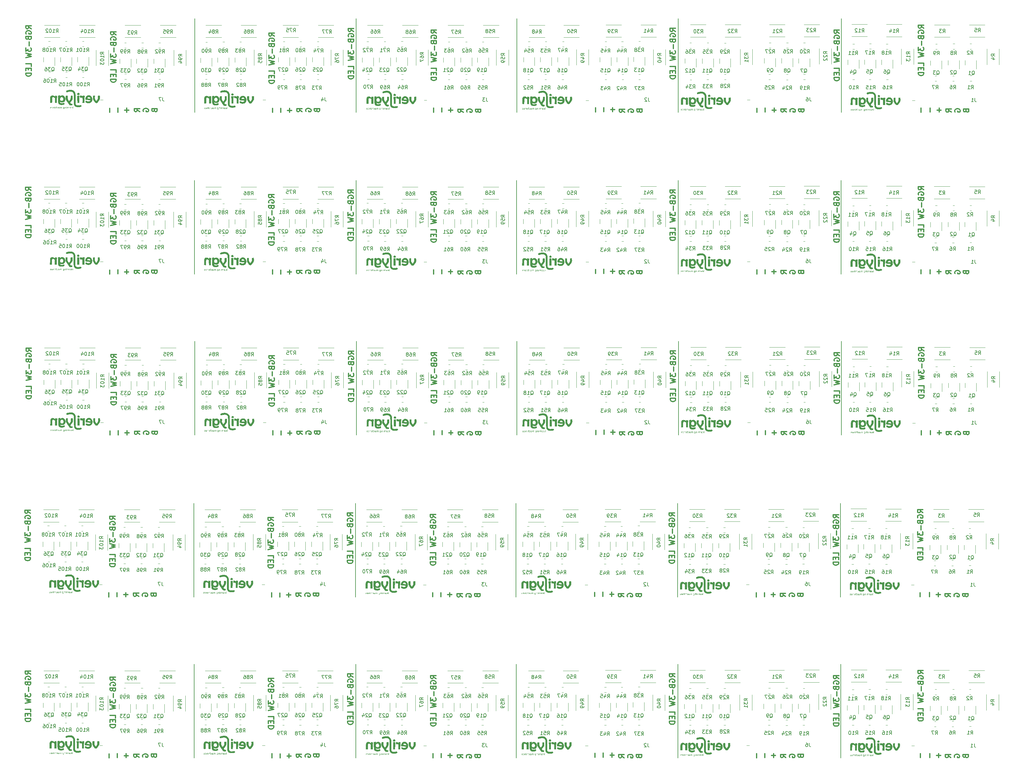
<source format=gbr>
%TF.GenerationSoftware,KiCad,Pcbnew,(6.0.6)*%
%TF.CreationDate,2022-10-08T16:47:07+05:30*%
%TF.ProjectId,RGB-3W-Light-Panel,5247422d-3357-42d4-9c69-6768742d5061,V1.1*%
%TF.SameCoordinates,Original*%
%TF.FileFunction,Legend,Bot*%
%TF.FilePolarity,Positive*%
%FSLAX46Y46*%
G04 Gerber Fmt 4.6, Leading zero omitted, Abs format (unit mm)*
G04 Created by KiCad (PCBNEW (6.0.6)) date 2022-10-08 16:47:07*
%MOMM*%
%LPD*%
G01*
G04 APERTURE LIST*
%ADD10C,0.300000*%
%ADD11C,0.150000*%
%ADD12C,0.120000*%
G04 APERTURE END LIST*
D10*
X417391471Y-227684935D02*
X416677185Y-227184935D01*
X417391471Y-226827792D02*
X415891471Y-226827792D01*
X415891471Y-227399221D01*
X415962900Y-227542078D01*
X416034328Y-227613507D01*
X416177185Y-227684935D01*
X416391471Y-227684935D01*
X416534328Y-227613507D01*
X416605757Y-227542078D01*
X416677185Y-227399221D01*
X416677185Y-226827792D01*
X191231471Y-227564935D02*
X190517185Y-227064935D01*
X191231471Y-226707792D02*
X189731471Y-226707792D01*
X189731471Y-227279221D01*
X189802900Y-227422078D01*
X189874328Y-227493507D01*
X190017185Y-227564935D01*
X190231471Y-227564935D01*
X190374328Y-227493507D01*
X190445757Y-227422078D01*
X190517185Y-227279221D01*
X190517185Y-226707792D01*
X285515757Y-227347792D02*
X285587185Y-227562078D01*
X285658614Y-227633507D01*
X285801471Y-227704935D01*
X286015757Y-227704935D01*
X286158614Y-227633507D01*
X286230042Y-227562078D01*
X286301471Y-227419221D01*
X286301471Y-226847792D01*
X284801471Y-226847792D01*
X284801471Y-227347792D01*
X284872900Y-227490650D01*
X284944328Y-227562078D01*
X285087185Y-227633507D01*
X285230042Y-227633507D01*
X285372900Y-227562078D01*
X285444328Y-227490650D01*
X285515757Y-227347792D01*
X285515757Y-226847792D01*
X421485757Y-227307792D02*
X421557185Y-227522078D01*
X421628614Y-227593507D01*
X421771471Y-227664935D01*
X421985757Y-227664935D01*
X422128614Y-227593507D01*
X422200042Y-227522078D01*
X422271471Y-227379221D01*
X422271471Y-226807792D01*
X420771471Y-226807792D01*
X420771471Y-227307792D01*
X420842900Y-227450650D01*
X420914328Y-227522078D01*
X421057185Y-227593507D01*
X421200042Y-227593507D01*
X421342900Y-227522078D01*
X421414328Y-227450650D01*
X421485757Y-227307792D01*
X421485757Y-226807792D01*
X250831471Y-205187792D02*
X250117185Y-204687792D01*
X250831471Y-204330650D02*
X249331471Y-204330650D01*
X249331471Y-204902078D01*
X249402900Y-205044935D01*
X249474328Y-205116364D01*
X249617185Y-205187792D01*
X249831471Y-205187792D01*
X249974328Y-205116364D01*
X250045757Y-205044935D01*
X250117185Y-204902078D01*
X250117185Y-204330650D01*
X249402900Y-206616364D02*
X249331471Y-206473507D01*
X249331471Y-206259221D01*
X249402900Y-206044935D01*
X249545757Y-205902078D01*
X249688614Y-205830650D01*
X249974328Y-205759221D01*
X250188614Y-205759221D01*
X250474328Y-205830650D01*
X250617185Y-205902078D01*
X250760042Y-206044935D01*
X250831471Y-206259221D01*
X250831471Y-206402078D01*
X250760042Y-206616364D01*
X250688614Y-206687792D01*
X250188614Y-206687792D01*
X250188614Y-206402078D01*
X250045757Y-207830650D02*
X250117185Y-208044935D01*
X250188614Y-208116364D01*
X250331471Y-208187792D01*
X250545757Y-208187792D01*
X250688614Y-208116364D01*
X250760042Y-208044935D01*
X250831471Y-207902078D01*
X250831471Y-207330650D01*
X249331471Y-207330650D01*
X249331471Y-207830650D01*
X249402900Y-207973507D01*
X249474328Y-208044935D01*
X249617185Y-208116364D01*
X249760042Y-208116364D01*
X249902900Y-208044935D01*
X249974328Y-207973507D01*
X250045757Y-207830650D01*
X250045757Y-207330650D01*
X250260042Y-208830650D02*
X250260042Y-209973507D01*
X249331471Y-210544935D02*
X249331471Y-211473507D01*
X249902900Y-210973507D01*
X249902900Y-211187792D01*
X249974328Y-211330650D01*
X250045757Y-211402078D01*
X250188614Y-211473507D01*
X250545757Y-211473507D01*
X250688614Y-211402078D01*
X250760042Y-211330650D01*
X250831471Y-211187792D01*
X250831471Y-210759221D01*
X250760042Y-210616364D01*
X250688614Y-210544935D01*
X249331471Y-211973507D02*
X250831471Y-212330650D01*
X249760042Y-212616364D01*
X250831471Y-212902078D01*
X249331471Y-213259221D01*
X250831471Y-215687792D02*
X250831471Y-214973507D01*
X249331471Y-214973507D01*
X250045757Y-216187792D02*
X250045757Y-216687792D01*
X250831471Y-216902078D02*
X250831471Y-216187792D01*
X249331471Y-216187792D01*
X249331471Y-216902078D01*
X250831471Y-217544935D02*
X249331471Y-217544935D01*
X249331471Y-217902078D01*
X249402900Y-218116364D01*
X249545757Y-218259221D01*
X249688614Y-218330650D01*
X249974328Y-218402078D01*
X250188614Y-218402078D01*
X250474328Y-218330650D01*
X250617185Y-218259221D01*
X250760042Y-218116364D01*
X250831471Y-217902078D01*
X250831471Y-217544935D01*
X372492900Y-227563507D02*
X372421471Y-227420650D01*
X372421471Y-227206364D01*
X372492900Y-226992078D01*
X372635757Y-226849221D01*
X372778614Y-226777792D01*
X373064328Y-226706364D01*
X373278614Y-226706364D01*
X373564328Y-226777792D01*
X373707185Y-226849221D01*
X373850042Y-226992078D01*
X373921471Y-227206364D01*
X373921471Y-227349221D01*
X373850042Y-227563507D01*
X373778614Y-227634935D01*
X373278614Y-227634935D01*
X373278614Y-227349221D01*
X411520042Y-226529221D02*
X411520042Y-227672078D01*
X228260042Y-226589221D02*
X228260042Y-227732078D01*
X237552900Y-227483507D02*
X237481471Y-227340650D01*
X237481471Y-227126364D01*
X237552900Y-226912078D01*
X237695757Y-226769221D01*
X237838614Y-226697792D01*
X238124328Y-226626364D01*
X238338614Y-226626364D01*
X238624328Y-226697792D01*
X238767185Y-226769221D01*
X238910042Y-226912078D01*
X238981471Y-227126364D01*
X238981471Y-227269221D01*
X238910042Y-227483507D01*
X238838614Y-227554935D01*
X238338614Y-227554935D01*
X238338614Y-227269221D01*
X326371471Y-227714935D02*
X325657185Y-227214935D01*
X326371471Y-226857792D02*
X324871471Y-226857792D01*
X324871471Y-227429221D01*
X324942900Y-227572078D01*
X325014328Y-227643507D01*
X325157185Y-227714935D01*
X325371471Y-227714935D01*
X325514328Y-227643507D01*
X325585757Y-227572078D01*
X325657185Y-227429221D01*
X325657185Y-226857792D01*
X368010042Y-226539221D02*
X368010042Y-227682078D01*
X368581471Y-227110650D02*
X367438614Y-227110650D01*
X195325757Y-227187792D02*
X195397185Y-227402078D01*
X195468614Y-227473507D01*
X195611471Y-227544935D01*
X195825757Y-227544935D01*
X195968614Y-227473507D01*
X196040042Y-227402078D01*
X196111471Y-227259221D01*
X196111471Y-226687792D01*
X194611471Y-226687792D01*
X194611471Y-227187792D01*
X194682900Y-227330650D01*
X194754328Y-227402078D01*
X194897185Y-227473507D01*
X195040042Y-227473507D01*
X195182900Y-227402078D01*
X195254328Y-227330650D01*
X195325757Y-227187792D01*
X195325757Y-226687792D01*
X233010042Y-226629221D02*
X233010042Y-227772078D01*
X233581471Y-227200650D02*
X232438614Y-227200650D01*
X414000042Y-226539221D02*
X414000042Y-227682078D01*
X414571471Y-227110650D02*
X413428614Y-227110650D01*
X330465757Y-227337792D02*
X330537185Y-227552078D01*
X330608614Y-227623507D01*
X330751471Y-227694935D01*
X330965757Y-227694935D01*
X331108614Y-227623507D01*
X331180042Y-227552078D01*
X331251471Y-227409221D01*
X331251471Y-226837792D01*
X329751471Y-226837792D01*
X329751471Y-227337792D01*
X329822900Y-227480650D01*
X329894328Y-227552078D01*
X330037185Y-227623507D01*
X330180042Y-227623507D01*
X330322900Y-227552078D01*
X330394328Y-227480650D01*
X330465757Y-227337792D01*
X330465757Y-226837792D01*
X230550042Y-226629221D02*
X230550042Y-227772078D01*
X320570042Y-226419221D02*
X320570042Y-227562078D01*
X386201471Y-205677792D02*
X385487185Y-205177792D01*
X386201471Y-204820650D02*
X384701471Y-204820650D01*
X384701471Y-205392078D01*
X384772900Y-205534935D01*
X384844328Y-205606364D01*
X384987185Y-205677792D01*
X385201471Y-205677792D01*
X385344328Y-205606364D01*
X385415757Y-205534935D01*
X385487185Y-205392078D01*
X385487185Y-204820650D01*
X384772900Y-207106364D02*
X384701471Y-206963507D01*
X384701471Y-206749221D01*
X384772900Y-206534935D01*
X384915757Y-206392078D01*
X385058614Y-206320650D01*
X385344328Y-206249221D01*
X385558614Y-206249221D01*
X385844328Y-206320650D01*
X385987185Y-206392078D01*
X386130042Y-206534935D01*
X386201471Y-206749221D01*
X386201471Y-206892078D01*
X386130042Y-207106364D01*
X386058614Y-207177792D01*
X385558614Y-207177792D01*
X385558614Y-206892078D01*
X385415757Y-208320650D02*
X385487185Y-208534935D01*
X385558614Y-208606364D01*
X385701471Y-208677792D01*
X385915757Y-208677792D01*
X386058614Y-208606364D01*
X386130042Y-208534935D01*
X386201471Y-208392078D01*
X386201471Y-207820650D01*
X384701471Y-207820650D01*
X384701471Y-208320650D01*
X384772900Y-208463507D01*
X384844328Y-208534935D01*
X384987185Y-208606364D01*
X385130042Y-208606364D01*
X385272900Y-208534935D01*
X385344328Y-208463507D01*
X385415757Y-208320650D01*
X385415757Y-207820650D01*
X385630042Y-209320650D02*
X385630042Y-210463507D01*
X384701471Y-211034935D02*
X384701471Y-211963507D01*
X385272900Y-211463507D01*
X385272900Y-211677792D01*
X385344328Y-211820650D01*
X385415757Y-211892078D01*
X385558614Y-211963507D01*
X385915757Y-211963507D01*
X386058614Y-211892078D01*
X386130042Y-211820650D01*
X386201471Y-211677792D01*
X386201471Y-211249221D01*
X386130042Y-211106364D01*
X386058614Y-211034935D01*
X384701471Y-212463507D02*
X386201471Y-212820650D01*
X385130042Y-213106364D01*
X386201471Y-213392078D01*
X384701471Y-213749221D01*
X386201471Y-216177792D02*
X386201471Y-215463507D01*
X384701471Y-215463507D01*
X385415757Y-216677792D02*
X385415757Y-217177792D01*
X386201471Y-217392078D02*
X386201471Y-216677792D01*
X384701471Y-216677792D01*
X384701471Y-217392078D01*
X386201471Y-218034935D02*
X384701471Y-218034935D01*
X384701471Y-218392078D01*
X384772900Y-218606364D01*
X384915757Y-218749221D01*
X385058614Y-218820650D01*
X385344328Y-218892078D01*
X385558614Y-218892078D01*
X385844328Y-218820650D01*
X385987185Y-218749221D01*
X386130042Y-218606364D01*
X386201471Y-218392078D01*
X386201471Y-218034935D01*
X275440042Y-226539221D02*
X275440042Y-227682078D01*
X408930042Y-226559221D02*
X408930042Y-227702078D01*
X375535757Y-227257792D02*
X375607185Y-227472078D01*
X375678614Y-227543507D01*
X375821471Y-227614935D01*
X376035757Y-227614935D01*
X376178614Y-227543507D01*
X376250042Y-227472078D01*
X376321471Y-227329221D01*
X376321471Y-226757792D01*
X374821471Y-226757792D01*
X374821471Y-227257792D01*
X374892900Y-227400650D01*
X374964328Y-227472078D01*
X375107185Y-227543507D01*
X375250042Y-227543507D01*
X375392900Y-227472078D01*
X375464328Y-227400650D01*
X375535757Y-227257792D01*
X375535757Y-226757792D01*
X409721471Y-204247792D02*
X409007185Y-203747792D01*
X409721471Y-203390650D02*
X408221471Y-203390650D01*
X408221471Y-203962078D01*
X408292900Y-204104935D01*
X408364328Y-204176364D01*
X408507185Y-204247792D01*
X408721471Y-204247792D01*
X408864328Y-204176364D01*
X408935757Y-204104935D01*
X409007185Y-203962078D01*
X409007185Y-203390650D01*
X408292900Y-205676364D02*
X408221471Y-205533507D01*
X408221471Y-205319221D01*
X408292900Y-205104935D01*
X408435757Y-204962078D01*
X408578614Y-204890650D01*
X408864328Y-204819221D01*
X409078614Y-204819221D01*
X409364328Y-204890650D01*
X409507185Y-204962078D01*
X409650042Y-205104935D01*
X409721471Y-205319221D01*
X409721471Y-205462078D01*
X409650042Y-205676364D01*
X409578614Y-205747792D01*
X409078614Y-205747792D01*
X409078614Y-205462078D01*
X408935757Y-206890650D02*
X409007185Y-207104935D01*
X409078614Y-207176364D01*
X409221471Y-207247792D01*
X409435757Y-207247792D01*
X409578614Y-207176364D01*
X409650042Y-207104935D01*
X409721471Y-206962078D01*
X409721471Y-206390650D01*
X408221471Y-206390650D01*
X408221471Y-206890650D01*
X408292900Y-207033507D01*
X408364328Y-207104935D01*
X408507185Y-207176364D01*
X408650042Y-207176364D01*
X408792900Y-207104935D01*
X408864328Y-207033507D01*
X408935757Y-206890650D01*
X408935757Y-206390650D01*
X409150042Y-207890650D02*
X409150042Y-209033507D01*
X408221471Y-209604935D02*
X408221471Y-210533507D01*
X408792900Y-210033507D01*
X408792900Y-210247792D01*
X408864328Y-210390650D01*
X408935757Y-210462078D01*
X409078614Y-210533507D01*
X409435757Y-210533507D01*
X409578614Y-210462078D01*
X409650042Y-210390650D01*
X409721471Y-210247792D01*
X409721471Y-209819221D01*
X409650042Y-209676364D01*
X409578614Y-209604935D01*
X408221471Y-211033507D02*
X409721471Y-211390650D01*
X408650042Y-211676364D01*
X409721471Y-211962078D01*
X408221471Y-212319221D01*
X409721471Y-214747792D02*
X409721471Y-214033507D01*
X408221471Y-214033507D01*
X408935757Y-215247792D02*
X408935757Y-215747792D01*
X409721471Y-215962078D02*
X409721471Y-215247792D01*
X408221471Y-215247792D01*
X408221471Y-215962078D01*
X409721471Y-216604935D02*
X408221471Y-216604935D01*
X408221471Y-216962078D01*
X408292900Y-217176364D01*
X408435757Y-217319221D01*
X408578614Y-217390650D01*
X408864328Y-217462078D01*
X409078614Y-217462078D01*
X409364328Y-217390650D01*
X409507185Y-217319221D01*
X409650042Y-217176364D01*
X409721471Y-216962078D01*
X409721471Y-216604935D01*
X340511471Y-205167792D02*
X339797185Y-204667792D01*
X340511471Y-204310650D02*
X339011471Y-204310650D01*
X339011471Y-204882078D01*
X339082900Y-205024935D01*
X339154328Y-205096364D01*
X339297185Y-205167792D01*
X339511471Y-205167792D01*
X339654328Y-205096364D01*
X339725757Y-205024935D01*
X339797185Y-204882078D01*
X339797185Y-204310650D01*
X339082900Y-206596364D02*
X339011471Y-206453507D01*
X339011471Y-206239221D01*
X339082900Y-206024935D01*
X339225757Y-205882078D01*
X339368614Y-205810650D01*
X339654328Y-205739221D01*
X339868614Y-205739221D01*
X340154328Y-205810650D01*
X340297185Y-205882078D01*
X340440042Y-206024935D01*
X340511471Y-206239221D01*
X340511471Y-206382078D01*
X340440042Y-206596364D01*
X340368614Y-206667792D01*
X339868614Y-206667792D01*
X339868614Y-206382078D01*
X339725757Y-207810650D02*
X339797185Y-208024935D01*
X339868614Y-208096364D01*
X340011471Y-208167792D01*
X340225757Y-208167792D01*
X340368614Y-208096364D01*
X340440042Y-208024935D01*
X340511471Y-207882078D01*
X340511471Y-207310650D01*
X339011471Y-207310650D01*
X339011471Y-207810650D01*
X339082900Y-207953507D01*
X339154328Y-208024935D01*
X339297185Y-208096364D01*
X339440042Y-208096364D01*
X339582900Y-208024935D01*
X339654328Y-207953507D01*
X339725757Y-207810650D01*
X339725757Y-207310650D01*
X339940042Y-208810650D02*
X339940042Y-209953507D01*
X339011471Y-210524935D02*
X339011471Y-211453507D01*
X339582900Y-210953507D01*
X339582900Y-211167792D01*
X339654328Y-211310650D01*
X339725757Y-211382078D01*
X339868614Y-211453507D01*
X340225757Y-211453507D01*
X340368614Y-211382078D01*
X340440042Y-211310650D01*
X340511471Y-211167792D01*
X340511471Y-210739221D01*
X340440042Y-210596364D01*
X340368614Y-210524935D01*
X339011471Y-211953507D02*
X340511471Y-212310650D01*
X339440042Y-212596364D01*
X340511471Y-212882078D01*
X339011471Y-213239221D01*
X340511471Y-215667792D02*
X340511471Y-214953507D01*
X339011471Y-214953507D01*
X339725757Y-216167792D02*
X339725757Y-216667792D01*
X340511471Y-216882078D02*
X340511471Y-216167792D01*
X339011471Y-216167792D01*
X339011471Y-216882078D01*
X340511471Y-217524935D02*
X339011471Y-217524935D01*
X339011471Y-217882078D01*
X339082900Y-218096364D01*
X339225757Y-218239221D01*
X339368614Y-218310650D01*
X339654328Y-218382078D01*
X339868614Y-218382078D01*
X340154328Y-218310650D01*
X340297185Y-218239221D01*
X340440042Y-218096364D01*
X340511471Y-217882078D01*
X340511471Y-217524935D01*
X161001471Y-204417792D02*
X160287185Y-203917792D01*
X161001471Y-203560650D02*
X159501471Y-203560650D01*
X159501471Y-204132078D01*
X159572900Y-204274935D01*
X159644328Y-204346364D01*
X159787185Y-204417792D01*
X160001471Y-204417792D01*
X160144328Y-204346364D01*
X160215757Y-204274935D01*
X160287185Y-204132078D01*
X160287185Y-203560650D01*
X159572900Y-205846364D02*
X159501471Y-205703507D01*
X159501471Y-205489221D01*
X159572900Y-205274935D01*
X159715757Y-205132078D01*
X159858614Y-205060650D01*
X160144328Y-204989221D01*
X160358614Y-204989221D01*
X160644328Y-205060650D01*
X160787185Y-205132078D01*
X160930042Y-205274935D01*
X161001471Y-205489221D01*
X161001471Y-205632078D01*
X160930042Y-205846364D01*
X160858614Y-205917792D01*
X160358614Y-205917792D01*
X160358614Y-205632078D01*
X160215757Y-207060650D02*
X160287185Y-207274935D01*
X160358614Y-207346364D01*
X160501471Y-207417792D01*
X160715757Y-207417792D01*
X160858614Y-207346364D01*
X160930042Y-207274935D01*
X161001471Y-207132078D01*
X161001471Y-206560650D01*
X159501471Y-206560650D01*
X159501471Y-207060650D01*
X159572900Y-207203507D01*
X159644328Y-207274935D01*
X159787185Y-207346364D01*
X159930042Y-207346364D01*
X160072900Y-207274935D01*
X160144328Y-207203507D01*
X160215757Y-207060650D01*
X160215757Y-206560650D01*
X160430042Y-208060650D02*
X160430042Y-209203507D01*
X159501471Y-209774935D02*
X159501471Y-210703507D01*
X160072900Y-210203507D01*
X160072900Y-210417792D01*
X160144328Y-210560650D01*
X160215757Y-210632078D01*
X160358614Y-210703507D01*
X160715757Y-210703507D01*
X160858614Y-210632078D01*
X160930042Y-210560650D01*
X161001471Y-210417792D01*
X161001471Y-209989221D01*
X160930042Y-209846364D01*
X160858614Y-209774935D01*
X159501471Y-211203507D02*
X161001471Y-211560650D01*
X159930042Y-211846364D01*
X161001471Y-212132078D01*
X159501471Y-212489221D01*
X161001471Y-214917792D02*
X161001471Y-214203507D01*
X159501471Y-214203507D01*
X160215757Y-215417792D02*
X160215757Y-215917792D01*
X161001471Y-216132078D02*
X161001471Y-215417792D01*
X159501471Y-215417792D01*
X159501471Y-216132078D01*
X161001471Y-216774935D02*
X159501471Y-216774935D01*
X159501471Y-217132078D01*
X159572900Y-217346364D01*
X159715757Y-217489221D01*
X159858614Y-217560650D01*
X160144328Y-217632078D01*
X160358614Y-217632078D01*
X160644328Y-217560650D01*
X160787185Y-217489221D01*
X160930042Y-217346364D01*
X161001471Y-217132078D01*
X161001471Y-216774935D01*
X240595757Y-227177792D02*
X240667185Y-227392078D01*
X240738614Y-227463507D01*
X240881471Y-227534935D01*
X241095757Y-227534935D01*
X241238614Y-227463507D01*
X241310042Y-227392078D01*
X241381471Y-227249221D01*
X241381471Y-226677792D01*
X239881471Y-226677792D01*
X239881471Y-227177792D01*
X239952900Y-227320650D01*
X240024328Y-227392078D01*
X240167185Y-227463507D01*
X240310042Y-227463507D01*
X240452900Y-227392078D01*
X240524328Y-227320650D01*
X240595757Y-227177792D01*
X240595757Y-226677792D01*
X228731471Y-206457792D02*
X228017185Y-205957792D01*
X228731471Y-205600650D02*
X227231471Y-205600650D01*
X227231471Y-206172078D01*
X227302900Y-206314935D01*
X227374328Y-206386364D01*
X227517185Y-206457792D01*
X227731471Y-206457792D01*
X227874328Y-206386364D01*
X227945757Y-206314935D01*
X228017185Y-206172078D01*
X228017185Y-205600650D01*
X227302900Y-207886364D02*
X227231471Y-207743507D01*
X227231471Y-207529221D01*
X227302900Y-207314935D01*
X227445757Y-207172078D01*
X227588614Y-207100650D01*
X227874328Y-207029221D01*
X228088614Y-207029221D01*
X228374328Y-207100650D01*
X228517185Y-207172078D01*
X228660042Y-207314935D01*
X228731471Y-207529221D01*
X228731471Y-207672078D01*
X228660042Y-207886364D01*
X228588614Y-207957792D01*
X228088614Y-207957792D01*
X228088614Y-207672078D01*
X227945757Y-209100650D02*
X228017185Y-209314935D01*
X228088614Y-209386364D01*
X228231471Y-209457792D01*
X228445757Y-209457792D01*
X228588614Y-209386364D01*
X228660042Y-209314935D01*
X228731471Y-209172078D01*
X228731471Y-208600650D01*
X227231471Y-208600650D01*
X227231471Y-209100650D01*
X227302900Y-209243507D01*
X227374328Y-209314935D01*
X227517185Y-209386364D01*
X227660042Y-209386364D01*
X227802900Y-209314935D01*
X227874328Y-209243507D01*
X227945757Y-209100650D01*
X227945757Y-208600650D01*
X228160042Y-210100650D02*
X228160042Y-211243507D01*
X227231471Y-211814935D02*
X227231471Y-212743507D01*
X227802900Y-212243507D01*
X227802900Y-212457792D01*
X227874328Y-212600650D01*
X227945757Y-212672078D01*
X228088614Y-212743507D01*
X228445757Y-212743507D01*
X228588614Y-212672078D01*
X228660042Y-212600650D01*
X228731471Y-212457792D01*
X228731471Y-212029221D01*
X228660042Y-211886364D01*
X228588614Y-211814935D01*
X227231471Y-213243507D02*
X228731471Y-213600650D01*
X227660042Y-213886364D01*
X228731471Y-214172078D01*
X227231471Y-214529221D01*
X228731471Y-216957792D02*
X228731471Y-216243507D01*
X227231471Y-216243507D01*
X227945757Y-217457792D02*
X227945757Y-217957792D01*
X228731471Y-218172078D02*
X228731471Y-217457792D01*
X227231471Y-217457792D01*
X227231471Y-218172078D01*
X228731471Y-218814935D02*
X227231471Y-218814935D01*
X227231471Y-219172078D01*
X227302900Y-219386364D01*
X227445757Y-219529221D01*
X227588614Y-219600650D01*
X227874328Y-219672078D01*
X228088614Y-219672078D01*
X228374328Y-219600650D01*
X228517185Y-219529221D01*
X228660042Y-219386364D01*
X228731471Y-219172078D01*
X228731471Y-218814935D01*
X371441471Y-227634935D02*
X370727185Y-227134935D01*
X371441471Y-226777792D02*
X369941471Y-226777792D01*
X369941471Y-227349221D01*
X370012900Y-227492078D01*
X370084328Y-227563507D01*
X370227185Y-227634935D01*
X370441471Y-227634935D01*
X370584328Y-227563507D01*
X370655757Y-227492078D01*
X370727185Y-227349221D01*
X370727185Y-226777792D01*
X273931471Y-205627792D02*
X273217185Y-205127792D01*
X273931471Y-204770650D02*
X272431471Y-204770650D01*
X272431471Y-205342078D01*
X272502900Y-205484935D01*
X272574328Y-205556364D01*
X272717185Y-205627792D01*
X272931471Y-205627792D01*
X273074328Y-205556364D01*
X273145757Y-205484935D01*
X273217185Y-205342078D01*
X273217185Y-204770650D01*
X272502900Y-207056364D02*
X272431471Y-206913507D01*
X272431471Y-206699221D01*
X272502900Y-206484935D01*
X272645757Y-206342078D01*
X272788614Y-206270650D01*
X273074328Y-206199221D01*
X273288614Y-206199221D01*
X273574328Y-206270650D01*
X273717185Y-206342078D01*
X273860042Y-206484935D01*
X273931471Y-206699221D01*
X273931471Y-206842078D01*
X273860042Y-207056364D01*
X273788614Y-207127792D01*
X273288614Y-207127792D01*
X273288614Y-206842078D01*
X273145757Y-208270650D02*
X273217185Y-208484935D01*
X273288614Y-208556364D01*
X273431471Y-208627792D01*
X273645757Y-208627792D01*
X273788614Y-208556364D01*
X273860042Y-208484935D01*
X273931471Y-208342078D01*
X273931471Y-207770650D01*
X272431471Y-207770650D01*
X272431471Y-208270650D01*
X272502900Y-208413507D01*
X272574328Y-208484935D01*
X272717185Y-208556364D01*
X272860042Y-208556364D01*
X273002900Y-208484935D01*
X273074328Y-208413507D01*
X273145757Y-208270650D01*
X273145757Y-207770650D01*
X273360042Y-209270650D02*
X273360042Y-210413507D01*
X272431471Y-210984935D02*
X272431471Y-211913507D01*
X273002900Y-211413507D01*
X273002900Y-211627792D01*
X273074328Y-211770650D01*
X273145757Y-211842078D01*
X273288614Y-211913507D01*
X273645757Y-211913507D01*
X273788614Y-211842078D01*
X273860042Y-211770650D01*
X273931471Y-211627792D01*
X273931471Y-211199221D01*
X273860042Y-211056364D01*
X273788614Y-210984935D01*
X272431471Y-212413507D02*
X273931471Y-212770650D01*
X272860042Y-213056364D01*
X273931471Y-213342078D01*
X272431471Y-213699221D01*
X273931471Y-216127792D02*
X273931471Y-215413507D01*
X272431471Y-215413507D01*
X273145757Y-216627792D02*
X273145757Y-217127792D01*
X273931471Y-217342078D02*
X273931471Y-216627792D01*
X272431471Y-216627792D01*
X272431471Y-217342078D01*
X273931471Y-217984935D02*
X272431471Y-217984935D01*
X272431471Y-218342078D01*
X272502900Y-218556364D01*
X272645757Y-218699221D01*
X272788614Y-218770650D01*
X273074328Y-218842078D01*
X273288614Y-218842078D01*
X273574328Y-218770650D01*
X273717185Y-218699221D01*
X273860042Y-218556364D01*
X273931471Y-218342078D01*
X273931471Y-217984935D01*
X184661471Y-206117792D02*
X183947185Y-205617792D01*
X184661471Y-205260650D02*
X183161471Y-205260650D01*
X183161471Y-205832078D01*
X183232900Y-205974935D01*
X183304328Y-206046364D01*
X183447185Y-206117792D01*
X183661471Y-206117792D01*
X183804328Y-206046364D01*
X183875757Y-205974935D01*
X183947185Y-205832078D01*
X183947185Y-205260650D01*
X183232900Y-207546364D02*
X183161471Y-207403507D01*
X183161471Y-207189221D01*
X183232900Y-206974935D01*
X183375757Y-206832078D01*
X183518614Y-206760650D01*
X183804328Y-206689221D01*
X184018614Y-206689221D01*
X184304328Y-206760650D01*
X184447185Y-206832078D01*
X184590042Y-206974935D01*
X184661471Y-207189221D01*
X184661471Y-207332078D01*
X184590042Y-207546364D01*
X184518614Y-207617792D01*
X184018614Y-207617792D01*
X184018614Y-207332078D01*
X183875757Y-208760650D02*
X183947185Y-208974935D01*
X184018614Y-209046364D01*
X184161471Y-209117792D01*
X184375757Y-209117792D01*
X184518614Y-209046364D01*
X184590042Y-208974935D01*
X184661471Y-208832078D01*
X184661471Y-208260650D01*
X183161471Y-208260650D01*
X183161471Y-208760650D01*
X183232900Y-208903507D01*
X183304328Y-208974935D01*
X183447185Y-209046364D01*
X183590042Y-209046364D01*
X183732900Y-208974935D01*
X183804328Y-208903507D01*
X183875757Y-208760650D01*
X183875757Y-208260650D01*
X184090042Y-209760650D02*
X184090042Y-210903507D01*
X183161471Y-211474935D02*
X183161471Y-212403507D01*
X183732900Y-211903507D01*
X183732900Y-212117792D01*
X183804328Y-212260650D01*
X183875757Y-212332078D01*
X184018614Y-212403507D01*
X184375757Y-212403507D01*
X184518614Y-212332078D01*
X184590042Y-212260650D01*
X184661471Y-212117792D01*
X184661471Y-211689221D01*
X184590042Y-211546364D01*
X184518614Y-211474935D01*
X183161471Y-212903507D02*
X184661471Y-213260650D01*
X183590042Y-213546364D01*
X184661471Y-213832078D01*
X183161471Y-214189221D01*
X184661471Y-216617792D02*
X184661471Y-215903507D01*
X183161471Y-215903507D01*
X183875757Y-217117792D02*
X183875757Y-217617792D01*
X184661471Y-217832078D02*
X184661471Y-217117792D01*
X183161471Y-217117792D01*
X183161471Y-217832078D01*
X184661471Y-218474935D02*
X183161471Y-218474935D01*
X183161471Y-218832078D01*
X183232900Y-219046364D01*
X183375757Y-219189221D01*
X183518614Y-219260650D01*
X183804328Y-219332078D01*
X184018614Y-219332078D01*
X184304328Y-219260650D01*
X184447185Y-219189221D01*
X184590042Y-219046364D01*
X184661471Y-218832078D01*
X184661471Y-218474935D01*
X318280042Y-226479221D02*
X318280042Y-227622078D01*
X192282900Y-227493507D02*
X192211471Y-227350650D01*
X192211471Y-227136364D01*
X192282900Y-226922078D01*
X192425757Y-226779221D01*
X192568614Y-226707792D01*
X192854328Y-226636364D01*
X193068614Y-226636364D01*
X193354328Y-226707792D01*
X193497185Y-226779221D01*
X193640042Y-226922078D01*
X193711471Y-227136364D01*
X193711471Y-227279221D01*
X193640042Y-227493507D01*
X193568614Y-227564935D01*
X193068614Y-227564935D01*
X193068614Y-227279221D01*
X281421471Y-227724935D02*
X280707185Y-227224935D01*
X281421471Y-226867792D02*
X279921471Y-226867792D01*
X279921471Y-227439221D01*
X279992900Y-227582078D01*
X280064328Y-227653507D01*
X280207185Y-227724935D01*
X280421471Y-227724935D01*
X280564328Y-227653507D01*
X280635757Y-227582078D01*
X280707185Y-227439221D01*
X280707185Y-226867792D01*
X187630042Y-226559221D02*
X187630042Y-227702078D01*
X188201471Y-227130650D02*
X187058614Y-227130650D01*
X323030042Y-226419221D02*
X323030042Y-227562078D01*
X323601471Y-226990650D02*
X322458614Y-226990650D01*
X363260042Y-226599221D02*
X363260042Y-227742078D01*
X236501471Y-227554935D02*
X235787185Y-227054935D01*
X236501471Y-226697792D02*
X235001471Y-226697792D01*
X235001471Y-227269221D01*
X235072900Y-227412078D01*
X235144328Y-227483507D01*
X235287185Y-227554935D01*
X235501471Y-227554935D01*
X235644328Y-227483507D01*
X235715757Y-227412078D01*
X235787185Y-227269221D01*
X235787185Y-226697792D01*
X273130042Y-226569221D02*
X273130042Y-227712078D01*
X182880042Y-226619221D02*
X182880042Y-227762078D01*
X327422900Y-227643507D02*
X327351471Y-227500650D01*
X327351471Y-227286364D01*
X327422900Y-227072078D01*
X327565757Y-226929221D01*
X327708614Y-226857792D01*
X327994328Y-226786364D01*
X328208614Y-226786364D01*
X328494328Y-226857792D01*
X328637185Y-226929221D01*
X328780042Y-227072078D01*
X328851471Y-227286364D01*
X328851471Y-227429221D01*
X328780042Y-227643507D01*
X328708614Y-227714935D01*
X328208614Y-227714935D01*
X328208614Y-227429221D01*
X277870042Y-226539221D02*
X277870042Y-227682078D01*
X278441471Y-227110650D02*
X277298614Y-227110650D01*
X365550042Y-226539221D02*
X365550042Y-227682078D01*
X185170042Y-226559221D02*
X185170042Y-227702078D01*
X282472900Y-227653507D02*
X282401471Y-227510650D01*
X282401471Y-227296364D01*
X282472900Y-227082078D01*
X282615757Y-226939221D01*
X282758614Y-226867792D01*
X283044328Y-226796364D01*
X283258614Y-226796364D01*
X283544328Y-226867792D01*
X283687185Y-226939221D01*
X283830042Y-227082078D01*
X283901471Y-227296364D01*
X283901471Y-227439221D01*
X283830042Y-227653507D01*
X283758614Y-227724935D01*
X283258614Y-227724935D01*
X283258614Y-227439221D01*
X418442900Y-227613507D02*
X418371471Y-227470650D01*
X418371471Y-227256364D01*
X418442900Y-227042078D01*
X418585757Y-226899221D01*
X418728614Y-226827792D01*
X419014328Y-226756364D01*
X419228614Y-226756364D01*
X419514328Y-226827792D01*
X419657185Y-226899221D01*
X419800042Y-227042078D01*
X419871471Y-227256364D01*
X419871471Y-227399221D01*
X419800042Y-227613507D01*
X419728614Y-227684935D01*
X419228614Y-227684935D01*
X419228614Y-227399221D01*
D11*
X386722900Y-227740650D02*
X386722900Y-201590650D01*
X341322900Y-227740650D02*
X341322900Y-201590650D01*
X251582900Y-227740650D02*
X251582900Y-201590650D01*
X296302900Y-227740650D02*
X296302900Y-201590650D01*
X206572900Y-227740650D02*
X206572900Y-201590650D01*
X206660000Y-272630000D02*
X206660000Y-246480000D01*
X386810000Y-272630000D02*
X386810000Y-246480000D01*
X251670000Y-272630000D02*
X251670000Y-246480000D01*
X341410000Y-272630000D02*
X341410000Y-246480000D01*
X296390000Y-272630000D02*
X296390000Y-246480000D01*
D10*
X250918571Y-250077142D02*
X250204285Y-249577142D01*
X250918571Y-249220000D02*
X249418571Y-249220000D01*
X249418571Y-249791428D01*
X249490000Y-249934285D01*
X249561428Y-250005714D01*
X249704285Y-250077142D01*
X249918571Y-250077142D01*
X250061428Y-250005714D01*
X250132857Y-249934285D01*
X250204285Y-249791428D01*
X250204285Y-249220000D01*
X249490000Y-251505714D02*
X249418571Y-251362857D01*
X249418571Y-251148571D01*
X249490000Y-250934285D01*
X249632857Y-250791428D01*
X249775714Y-250720000D01*
X250061428Y-250648571D01*
X250275714Y-250648571D01*
X250561428Y-250720000D01*
X250704285Y-250791428D01*
X250847142Y-250934285D01*
X250918571Y-251148571D01*
X250918571Y-251291428D01*
X250847142Y-251505714D01*
X250775714Y-251577142D01*
X250275714Y-251577142D01*
X250275714Y-251291428D01*
X250132857Y-252720000D02*
X250204285Y-252934285D01*
X250275714Y-253005714D01*
X250418571Y-253077142D01*
X250632857Y-253077142D01*
X250775714Y-253005714D01*
X250847142Y-252934285D01*
X250918571Y-252791428D01*
X250918571Y-252220000D01*
X249418571Y-252220000D01*
X249418571Y-252720000D01*
X249490000Y-252862857D01*
X249561428Y-252934285D01*
X249704285Y-253005714D01*
X249847142Y-253005714D01*
X249990000Y-252934285D01*
X250061428Y-252862857D01*
X250132857Y-252720000D01*
X250132857Y-252220000D01*
X250347142Y-253720000D02*
X250347142Y-254862857D01*
X249418571Y-255434285D02*
X249418571Y-256362857D01*
X249990000Y-255862857D01*
X249990000Y-256077142D01*
X250061428Y-256220000D01*
X250132857Y-256291428D01*
X250275714Y-256362857D01*
X250632857Y-256362857D01*
X250775714Y-256291428D01*
X250847142Y-256220000D01*
X250918571Y-256077142D01*
X250918571Y-255648571D01*
X250847142Y-255505714D01*
X250775714Y-255434285D01*
X249418571Y-256862857D02*
X250918571Y-257220000D01*
X249847142Y-257505714D01*
X250918571Y-257791428D01*
X249418571Y-258148571D01*
X250918571Y-260577142D02*
X250918571Y-259862857D01*
X249418571Y-259862857D01*
X250132857Y-261077142D02*
X250132857Y-261577142D01*
X250918571Y-261791428D02*
X250918571Y-261077142D01*
X249418571Y-261077142D01*
X249418571Y-261791428D01*
X250918571Y-262434285D02*
X249418571Y-262434285D01*
X249418571Y-262791428D01*
X249490000Y-263005714D01*
X249632857Y-263148571D01*
X249775714Y-263220000D01*
X250061428Y-263291428D01*
X250275714Y-263291428D01*
X250561428Y-263220000D01*
X250704285Y-263148571D01*
X250847142Y-263005714D01*
X250918571Y-262791428D01*
X250918571Y-262434285D01*
X161088571Y-249307142D02*
X160374285Y-248807142D01*
X161088571Y-248450000D02*
X159588571Y-248450000D01*
X159588571Y-249021428D01*
X159660000Y-249164285D01*
X159731428Y-249235714D01*
X159874285Y-249307142D01*
X160088571Y-249307142D01*
X160231428Y-249235714D01*
X160302857Y-249164285D01*
X160374285Y-249021428D01*
X160374285Y-248450000D01*
X159660000Y-250735714D02*
X159588571Y-250592857D01*
X159588571Y-250378571D01*
X159660000Y-250164285D01*
X159802857Y-250021428D01*
X159945714Y-249950000D01*
X160231428Y-249878571D01*
X160445714Y-249878571D01*
X160731428Y-249950000D01*
X160874285Y-250021428D01*
X161017142Y-250164285D01*
X161088571Y-250378571D01*
X161088571Y-250521428D01*
X161017142Y-250735714D01*
X160945714Y-250807142D01*
X160445714Y-250807142D01*
X160445714Y-250521428D01*
X160302857Y-251950000D02*
X160374285Y-252164285D01*
X160445714Y-252235714D01*
X160588571Y-252307142D01*
X160802857Y-252307142D01*
X160945714Y-252235714D01*
X161017142Y-252164285D01*
X161088571Y-252021428D01*
X161088571Y-251450000D01*
X159588571Y-251450000D01*
X159588571Y-251950000D01*
X159660000Y-252092857D01*
X159731428Y-252164285D01*
X159874285Y-252235714D01*
X160017142Y-252235714D01*
X160160000Y-252164285D01*
X160231428Y-252092857D01*
X160302857Y-251950000D01*
X160302857Y-251450000D01*
X160517142Y-252950000D02*
X160517142Y-254092857D01*
X159588571Y-254664285D02*
X159588571Y-255592857D01*
X160160000Y-255092857D01*
X160160000Y-255307142D01*
X160231428Y-255450000D01*
X160302857Y-255521428D01*
X160445714Y-255592857D01*
X160802857Y-255592857D01*
X160945714Y-255521428D01*
X161017142Y-255450000D01*
X161088571Y-255307142D01*
X161088571Y-254878571D01*
X161017142Y-254735714D01*
X160945714Y-254664285D01*
X159588571Y-256092857D02*
X161088571Y-256450000D01*
X160017142Y-256735714D01*
X161088571Y-257021428D01*
X159588571Y-257378571D01*
X161088571Y-259807142D02*
X161088571Y-259092857D01*
X159588571Y-259092857D01*
X160302857Y-260307142D02*
X160302857Y-260807142D01*
X161088571Y-261021428D02*
X161088571Y-260307142D01*
X159588571Y-260307142D01*
X159588571Y-261021428D01*
X161088571Y-261664285D02*
X159588571Y-261664285D01*
X159588571Y-262021428D01*
X159660000Y-262235714D01*
X159802857Y-262378571D01*
X159945714Y-262450000D01*
X160231428Y-262521428D01*
X160445714Y-262521428D01*
X160731428Y-262450000D01*
X160874285Y-262378571D01*
X161017142Y-262235714D01*
X161088571Y-262021428D01*
X161088571Y-261664285D01*
X372580000Y-272452857D02*
X372508571Y-272310000D01*
X372508571Y-272095714D01*
X372580000Y-271881428D01*
X372722857Y-271738571D01*
X372865714Y-271667142D01*
X373151428Y-271595714D01*
X373365714Y-271595714D01*
X373651428Y-271667142D01*
X373794285Y-271738571D01*
X373937142Y-271881428D01*
X374008571Y-272095714D01*
X374008571Y-272238571D01*
X373937142Y-272452857D01*
X373865714Y-272524285D01*
X373365714Y-272524285D01*
X373365714Y-272238571D01*
X386288571Y-250567142D02*
X385574285Y-250067142D01*
X386288571Y-249710000D02*
X384788571Y-249710000D01*
X384788571Y-250281428D01*
X384860000Y-250424285D01*
X384931428Y-250495714D01*
X385074285Y-250567142D01*
X385288571Y-250567142D01*
X385431428Y-250495714D01*
X385502857Y-250424285D01*
X385574285Y-250281428D01*
X385574285Y-249710000D01*
X384860000Y-251995714D02*
X384788571Y-251852857D01*
X384788571Y-251638571D01*
X384860000Y-251424285D01*
X385002857Y-251281428D01*
X385145714Y-251210000D01*
X385431428Y-251138571D01*
X385645714Y-251138571D01*
X385931428Y-251210000D01*
X386074285Y-251281428D01*
X386217142Y-251424285D01*
X386288571Y-251638571D01*
X386288571Y-251781428D01*
X386217142Y-251995714D01*
X386145714Y-252067142D01*
X385645714Y-252067142D01*
X385645714Y-251781428D01*
X385502857Y-253210000D02*
X385574285Y-253424285D01*
X385645714Y-253495714D01*
X385788571Y-253567142D01*
X386002857Y-253567142D01*
X386145714Y-253495714D01*
X386217142Y-253424285D01*
X386288571Y-253281428D01*
X386288571Y-252710000D01*
X384788571Y-252710000D01*
X384788571Y-253210000D01*
X384860000Y-253352857D01*
X384931428Y-253424285D01*
X385074285Y-253495714D01*
X385217142Y-253495714D01*
X385360000Y-253424285D01*
X385431428Y-253352857D01*
X385502857Y-253210000D01*
X385502857Y-252710000D01*
X385717142Y-254210000D02*
X385717142Y-255352857D01*
X384788571Y-255924285D02*
X384788571Y-256852857D01*
X385360000Y-256352857D01*
X385360000Y-256567142D01*
X385431428Y-256710000D01*
X385502857Y-256781428D01*
X385645714Y-256852857D01*
X386002857Y-256852857D01*
X386145714Y-256781428D01*
X386217142Y-256710000D01*
X386288571Y-256567142D01*
X386288571Y-256138571D01*
X386217142Y-255995714D01*
X386145714Y-255924285D01*
X384788571Y-257352857D02*
X386288571Y-257710000D01*
X385217142Y-257995714D01*
X386288571Y-258281428D01*
X384788571Y-258638571D01*
X386288571Y-261067142D02*
X386288571Y-260352857D01*
X384788571Y-260352857D01*
X385502857Y-261567142D02*
X385502857Y-262067142D01*
X386288571Y-262281428D02*
X386288571Y-261567142D01*
X384788571Y-261567142D01*
X384788571Y-262281428D01*
X386288571Y-262924285D02*
X384788571Y-262924285D01*
X384788571Y-263281428D01*
X384860000Y-263495714D01*
X385002857Y-263638571D01*
X385145714Y-263710000D01*
X385431428Y-263781428D01*
X385645714Y-263781428D01*
X385931428Y-263710000D01*
X386074285Y-263638571D01*
X386217142Y-263495714D01*
X386288571Y-263281428D01*
X386288571Y-262924285D01*
X275527142Y-271428571D02*
X275527142Y-272571428D01*
X273217142Y-271458571D02*
X273217142Y-272601428D01*
X240682857Y-272067142D02*
X240754285Y-272281428D01*
X240825714Y-272352857D01*
X240968571Y-272424285D01*
X241182857Y-272424285D01*
X241325714Y-272352857D01*
X241397142Y-272281428D01*
X241468571Y-272138571D01*
X241468571Y-271567142D01*
X239968571Y-271567142D01*
X239968571Y-272067142D01*
X240040000Y-272210000D01*
X240111428Y-272281428D01*
X240254285Y-272352857D01*
X240397142Y-272352857D01*
X240540000Y-272281428D01*
X240611428Y-272210000D01*
X240682857Y-272067142D01*
X240682857Y-271567142D01*
X228818571Y-251347142D02*
X228104285Y-250847142D01*
X228818571Y-250490000D02*
X227318571Y-250490000D01*
X227318571Y-251061428D01*
X227390000Y-251204285D01*
X227461428Y-251275714D01*
X227604285Y-251347142D01*
X227818571Y-251347142D01*
X227961428Y-251275714D01*
X228032857Y-251204285D01*
X228104285Y-251061428D01*
X228104285Y-250490000D01*
X227390000Y-252775714D02*
X227318571Y-252632857D01*
X227318571Y-252418571D01*
X227390000Y-252204285D01*
X227532857Y-252061428D01*
X227675714Y-251990000D01*
X227961428Y-251918571D01*
X228175714Y-251918571D01*
X228461428Y-251990000D01*
X228604285Y-252061428D01*
X228747142Y-252204285D01*
X228818571Y-252418571D01*
X228818571Y-252561428D01*
X228747142Y-252775714D01*
X228675714Y-252847142D01*
X228175714Y-252847142D01*
X228175714Y-252561428D01*
X228032857Y-253990000D02*
X228104285Y-254204285D01*
X228175714Y-254275714D01*
X228318571Y-254347142D01*
X228532857Y-254347142D01*
X228675714Y-254275714D01*
X228747142Y-254204285D01*
X228818571Y-254061428D01*
X228818571Y-253490000D01*
X227318571Y-253490000D01*
X227318571Y-253990000D01*
X227390000Y-254132857D01*
X227461428Y-254204285D01*
X227604285Y-254275714D01*
X227747142Y-254275714D01*
X227890000Y-254204285D01*
X227961428Y-254132857D01*
X228032857Y-253990000D01*
X228032857Y-253490000D01*
X228247142Y-254990000D02*
X228247142Y-256132857D01*
X227318571Y-256704285D02*
X227318571Y-257632857D01*
X227890000Y-257132857D01*
X227890000Y-257347142D01*
X227961428Y-257490000D01*
X228032857Y-257561428D01*
X228175714Y-257632857D01*
X228532857Y-257632857D01*
X228675714Y-257561428D01*
X228747142Y-257490000D01*
X228818571Y-257347142D01*
X228818571Y-256918571D01*
X228747142Y-256775714D01*
X228675714Y-256704285D01*
X227318571Y-258132857D02*
X228818571Y-258490000D01*
X227747142Y-258775714D01*
X228818571Y-259061428D01*
X227318571Y-259418571D01*
X228818571Y-261847142D02*
X228818571Y-261132857D01*
X227318571Y-261132857D01*
X228032857Y-262347142D02*
X228032857Y-262847142D01*
X228818571Y-263061428D02*
X228818571Y-262347142D01*
X227318571Y-262347142D01*
X227318571Y-263061428D01*
X228818571Y-263704285D02*
X227318571Y-263704285D01*
X227318571Y-264061428D01*
X227390000Y-264275714D01*
X227532857Y-264418571D01*
X227675714Y-264490000D01*
X227961428Y-264561428D01*
X228175714Y-264561428D01*
X228461428Y-264490000D01*
X228604285Y-264418571D01*
X228747142Y-264275714D01*
X228818571Y-264061428D01*
X228818571Y-263704285D01*
X417478571Y-272574285D02*
X416764285Y-272074285D01*
X417478571Y-271717142D02*
X415978571Y-271717142D01*
X415978571Y-272288571D01*
X416050000Y-272431428D01*
X416121428Y-272502857D01*
X416264285Y-272574285D01*
X416478571Y-272574285D01*
X416621428Y-272502857D01*
X416692857Y-272431428D01*
X416764285Y-272288571D01*
X416764285Y-271717142D01*
X371528571Y-272524285D02*
X370814285Y-272024285D01*
X371528571Y-271667142D02*
X370028571Y-271667142D01*
X370028571Y-272238571D01*
X370100000Y-272381428D01*
X370171428Y-272452857D01*
X370314285Y-272524285D01*
X370528571Y-272524285D01*
X370671428Y-272452857D01*
X370742857Y-272381428D01*
X370814285Y-272238571D01*
X370814285Y-271667142D01*
X277957142Y-271428571D02*
X277957142Y-272571428D01*
X278528571Y-272000000D02*
X277385714Y-272000000D01*
X318367142Y-271368571D02*
X318367142Y-272511428D01*
X414087142Y-271428571D02*
X414087142Y-272571428D01*
X414658571Y-272000000D02*
X413515714Y-272000000D01*
X191318571Y-272454285D02*
X190604285Y-271954285D01*
X191318571Y-271597142D02*
X189818571Y-271597142D01*
X189818571Y-272168571D01*
X189890000Y-272311428D01*
X189961428Y-272382857D01*
X190104285Y-272454285D01*
X190318571Y-272454285D01*
X190461428Y-272382857D01*
X190532857Y-272311428D01*
X190604285Y-272168571D01*
X190604285Y-271597142D01*
X230637142Y-271518571D02*
X230637142Y-272661428D01*
X285602857Y-272237142D02*
X285674285Y-272451428D01*
X285745714Y-272522857D01*
X285888571Y-272594285D01*
X286102857Y-272594285D01*
X286245714Y-272522857D01*
X286317142Y-272451428D01*
X286388571Y-272308571D01*
X286388571Y-271737142D01*
X284888571Y-271737142D01*
X284888571Y-272237142D01*
X284960000Y-272380000D01*
X285031428Y-272451428D01*
X285174285Y-272522857D01*
X285317142Y-272522857D01*
X285460000Y-272451428D01*
X285531428Y-272380000D01*
X285602857Y-272237142D01*
X285602857Y-271737142D01*
X323117142Y-271308571D02*
X323117142Y-272451428D01*
X323688571Y-271880000D02*
X322545714Y-271880000D01*
X192370000Y-272382857D02*
X192298571Y-272240000D01*
X192298571Y-272025714D01*
X192370000Y-271811428D01*
X192512857Y-271668571D01*
X192655714Y-271597142D01*
X192941428Y-271525714D01*
X193155714Y-271525714D01*
X193441428Y-271597142D01*
X193584285Y-271668571D01*
X193727142Y-271811428D01*
X193798571Y-272025714D01*
X193798571Y-272168571D01*
X193727142Y-272382857D01*
X193655714Y-272454285D01*
X193155714Y-272454285D01*
X193155714Y-272168571D01*
X363347142Y-271488571D02*
X363347142Y-272631428D01*
X274018571Y-250517142D02*
X273304285Y-250017142D01*
X274018571Y-249660000D02*
X272518571Y-249660000D01*
X272518571Y-250231428D01*
X272590000Y-250374285D01*
X272661428Y-250445714D01*
X272804285Y-250517142D01*
X273018571Y-250517142D01*
X273161428Y-250445714D01*
X273232857Y-250374285D01*
X273304285Y-250231428D01*
X273304285Y-249660000D01*
X272590000Y-251945714D02*
X272518571Y-251802857D01*
X272518571Y-251588571D01*
X272590000Y-251374285D01*
X272732857Y-251231428D01*
X272875714Y-251160000D01*
X273161428Y-251088571D01*
X273375714Y-251088571D01*
X273661428Y-251160000D01*
X273804285Y-251231428D01*
X273947142Y-251374285D01*
X274018571Y-251588571D01*
X274018571Y-251731428D01*
X273947142Y-251945714D01*
X273875714Y-252017142D01*
X273375714Y-252017142D01*
X273375714Y-251731428D01*
X273232857Y-253160000D02*
X273304285Y-253374285D01*
X273375714Y-253445714D01*
X273518571Y-253517142D01*
X273732857Y-253517142D01*
X273875714Y-253445714D01*
X273947142Y-253374285D01*
X274018571Y-253231428D01*
X274018571Y-252660000D01*
X272518571Y-252660000D01*
X272518571Y-253160000D01*
X272590000Y-253302857D01*
X272661428Y-253374285D01*
X272804285Y-253445714D01*
X272947142Y-253445714D01*
X273090000Y-253374285D01*
X273161428Y-253302857D01*
X273232857Y-253160000D01*
X273232857Y-252660000D01*
X273447142Y-254160000D02*
X273447142Y-255302857D01*
X272518571Y-255874285D02*
X272518571Y-256802857D01*
X273090000Y-256302857D01*
X273090000Y-256517142D01*
X273161428Y-256660000D01*
X273232857Y-256731428D01*
X273375714Y-256802857D01*
X273732857Y-256802857D01*
X273875714Y-256731428D01*
X273947142Y-256660000D01*
X274018571Y-256517142D01*
X274018571Y-256088571D01*
X273947142Y-255945714D01*
X273875714Y-255874285D01*
X272518571Y-257302857D02*
X274018571Y-257660000D01*
X272947142Y-257945714D01*
X274018571Y-258231428D01*
X272518571Y-258588571D01*
X274018571Y-261017142D02*
X274018571Y-260302857D01*
X272518571Y-260302857D01*
X273232857Y-261517142D02*
X273232857Y-262017142D01*
X274018571Y-262231428D02*
X274018571Y-261517142D01*
X272518571Y-261517142D01*
X272518571Y-262231428D01*
X274018571Y-262874285D02*
X272518571Y-262874285D01*
X272518571Y-263231428D01*
X272590000Y-263445714D01*
X272732857Y-263588571D01*
X272875714Y-263660000D01*
X273161428Y-263731428D01*
X273375714Y-263731428D01*
X273661428Y-263660000D01*
X273804285Y-263588571D01*
X273947142Y-263445714D01*
X274018571Y-263231428D01*
X274018571Y-262874285D01*
X368097142Y-271428571D02*
X368097142Y-272571428D01*
X368668571Y-272000000D02*
X367525714Y-272000000D01*
X195412857Y-272077142D02*
X195484285Y-272291428D01*
X195555714Y-272362857D01*
X195698571Y-272434285D01*
X195912857Y-272434285D01*
X196055714Y-272362857D01*
X196127142Y-272291428D01*
X196198571Y-272148571D01*
X196198571Y-271577142D01*
X194698571Y-271577142D01*
X194698571Y-272077142D01*
X194770000Y-272220000D01*
X194841428Y-272291428D01*
X194984285Y-272362857D01*
X195127142Y-272362857D01*
X195270000Y-272291428D01*
X195341428Y-272220000D01*
X195412857Y-272077142D01*
X195412857Y-271577142D01*
X365637142Y-271428571D02*
X365637142Y-272571428D01*
X320657142Y-271308571D02*
X320657142Y-272451428D01*
X236588571Y-272444285D02*
X235874285Y-271944285D01*
X236588571Y-271587142D02*
X235088571Y-271587142D01*
X235088571Y-272158571D01*
X235160000Y-272301428D01*
X235231428Y-272372857D01*
X235374285Y-272444285D01*
X235588571Y-272444285D01*
X235731428Y-272372857D01*
X235802857Y-272301428D01*
X235874285Y-272158571D01*
X235874285Y-271587142D01*
X233097142Y-271518571D02*
X233097142Y-272661428D01*
X233668571Y-272090000D02*
X232525714Y-272090000D01*
X185257142Y-271448571D02*
X185257142Y-272591428D01*
X187717142Y-271448571D02*
X187717142Y-272591428D01*
X188288571Y-272020000D02*
X187145714Y-272020000D01*
X237640000Y-272372857D02*
X237568571Y-272230000D01*
X237568571Y-272015714D01*
X237640000Y-271801428D01*
X237782857Y-271658571D01*
X237925714Y-271587142D01*
X238211428Y-271515714D01*
X238425714Y-271515714D01*
X238711428Y-271587142D01*
X238854285Y-271658571D01*
X238997142Y-271801428D01*
X239068571Y-272015714D01*
X239068571Y-272158571D01*
X238997142Y-272372857D01*
X238925714Y-272444285D01*
X238425714Y-272444285D01*
X238425714Y-272158571D01*
X340598571Y-250057142D02*
X339884285Y-249557142D01*
X340598571Y-249200000D02*
X339098571Y-249200000D01*
X339098571Y-249771428D01*
X339170000Y-249914285D01*
X339241428Y-249985714D01*
X339384285Y-250057142D01*
X339598571Y-250057142D01*
X339741428Y-249985714D01*
X339812857Y-249914285D01*
X339884285Y-249771428D01*
X339884285Y-249200000D01*
X339170000Y-251485714D02*
X339098571Y-251342857D01*
X339098571Y-251128571D01*
X339170000Y-250914285D01*
X339312857Y-250771428D01*
X339455714Y-250700000D01*
X339741428Y-250628571D01*
X339955714Y-250628571D01*
X340241428Y-250700000D01*
X340384285Y-250771428D01*
X340527142Y-250914285D01*
X340598571Y-251128571D01*
X340598571Y-251271428D01*
X340527142Y-251485714D01*
X340455714Y-251557142D01*
X339955714Y-251557142D01*
X339955714Y-251271428D01*
X339812857Y-252700000D02*
X339884285Y-252914285D01*
X339955714Y-252985714D01*
X340098571Y-253057142D01*
X340312857Y-253057142D01*
X340455714Y-252985714D01*
X340527142Y-252914285D01*
X340598571Y-252771428D01*
X340598571Y-252200000D01*
X339098571Y-252200000D01*
X339098571Y-252700000D01*
X339170000Y-252842857D01*
X339241428Y-252914285D01*
X339384285Y-252985714D01*
X339527142Y-252985714D01*
X339670000Y-252914285D01*
X339741428Y-252842857D01*
X339812857Y-252700000D01*
X339812857Y-252200000D01*
X340027142Y-253700000D02*
X340027142Y-254842857D01*
X339098571Y-255414285D02*
X339098571Y-256342857D01*
X339670000Y-255842857D01*
X339670000Y-256057142D01*
X339741428Y-256200000D01*
X339812857Y-256271428D01*
X339955714Y-256342857D01*
X340312857Y-256342857D01*
X340455714Y-256271428D01*
X340527142Y-256200000D01*
X340598571Y-256057142D01*
X340598571Y-255628571D01*
X340527142Y-255485714D01*
X340455714Y-255414285D01*
X339098571Y-256842857D02*
X340598571Y-257200000D01*
X339527142Y-257485714D01*
X340598571Y-257771428D01*
X339098571Y-258128571D01*
X340598571Y-260557142D02*
X340598571Y-259842857D01*
X339098571Y-259842857D01*
X339812857Y-261057142D02*
X339812857Y-261557142D01*
X340598571Y-261771428D02*
X340598571Y-261057142D01*
X339098571Y-261057142D01*
X339098571Y-261771428D01*
X340598571Y-262414285D02*
X339098571Y-262414285D01*
X339098571Y-262771428D01*
X339170000Y-262985714D01*
X339312857Y-263128571D01*
X339455714Y-263200000D01*
X339741428Y-263271428D01*
X339955714Y-263271428D01*
X340241428Y-263200000D01*
X340384285Y-263128571D01*
X340527142Y-262985714D01*
X340598571Y-262771428D01*
X340598571Y-262414285D01*
X184748571Y-251007142D02*
X184034285Y-250507142D01*
X184748571Y-250150000D02*
X183248571Y-250150000D01*
X183248571Y-250721428D01*
X183320000Y-250864285D01*
X183391428Y-250935714D01*
X183534285Y-251007142D01*
X183748571Y-251007142D01*
X183891428Y-250935714D01*
X183962857Y-250864285D01*
X184034285Y-250721428D01*
X184034285Y-250150000D01*
X183320000Y-252435714D02*
X183248571Y-252292857D01*
X183248571Y-252078571D01*
X183320000Y-251864285D01*
X183462857Y-251721428D01*
X183605714Y-251650000D01*
X183891428Y-251578571D01*
X184105714Y-251578571D01*
X184391428Y-251650000D01*
X184534285Y-251721428D01*
X184677142Y-251864285D01*
X184748571Y-252078571D01*
X184748571Y-252221428D01*
X184677142Y-252435714D01*
X184605714Y-252507142D01*
X184105714Y-252507142D01*
X184105714Y-252221428D01*
X183962857Y-253650000D02*
X184034285Y-253864285D01*
X184105714Y-253935714D01*
X184248571Y-254007142D01*
X184462857Y-254007142D01*
X184605714Y-253935714D01*
X184677142Y-253864285D01*
X184748571Y-253721428D01*
X184748571Y-253150000D01*
X183248571Y-253150000D01*
X183248571Y-253650000D01*
X183320000Y-253792857D01*
X183391428Y-253864285D01*
X183534285Y-253935714D01*
X183677142Y-253935714D01*
X183820000Y-253864285D01*
X183891428Y-253792857D01*
X183962857Y-253650000D01*
X183962857Y-253150000D01*
X184177142Y-254650000D02*
X184177142Y-255792857D01*
X183248571Y-256364285D02*
X183248571Y-257292857D01*
X183820000Y-256792857D01*
X183820000Y-257007142D01*
X183891428Y-257150000D01*
X183962857Y-257221428D01*
X184105714Y-257292857D01*
X184462857Y-257292857D01*
X184605714Y-257221428D01*
X184677142Y-257150000D01*
X184748571Y-257007142D01*
X184748571Y-256578571D01*
X184677142Y-256435714D01*
X184605714Y-256364285D01*
X183248571Y-257792857D02*
X184748571Y-258150000D01*
X183677142Y-258435714D01*
X184748571Y-258721428D01*
X183248571Y-259078571D01*
X184748571Y-261507142D02*
X184748571Y-260792857D01*
X183248571Y-260792857D01*
X183962857Y-262007142D02*
X183962857Y-262507142D01*
X184748571Y-262721428D02*
X184748571Y-262007142D01*
X183248571Y-262007142D01*
X183248571Y-262721428D01*
X184748571Y-263364285D02*
X183248571Y-263364285D01*
X183248571Y-263721428D01*
X183320000Y-263935714D01*
X183462857Y-264078571D01*
X183605714Y-264150000D01*
X183891428Y-264221428D01*
X184105714Y-264221428D01*
X184391428Y-264150000D01*
X184534285Y-264078571D01*
X184677142Y-263935714D01*
X184748571Y-263721428D01*
X184748571Y-263364285D01*
X375622857Y-272147142D02*
X375694285Y-272361428D01*
X375765714Y-272432857D01*
X375908571Y-272504285D01*
X376122857Y-272504285D01*
X376265714Y-272432857D01*
X376337142Y-272361428D01*
X376408571Y-272218571D01*
X376408571Y-271647142D01*
X374908571Y-271647142D01*
X374908571Y-272147142D01*
X374980000Y-272290000D01*
X375051428Y-272361428D01*
X375194285Y-272432857D01*
X375337142Y-272432857D01*
X375480000Y-272361428D01*
X375551428Y-272290000D01*
X375622857Y-272147142D01*
X375622857Y-271647142D01*
X411607142Y-271418571D02*
X411607142Y-272561428D01*
X330552857Y-272227142D02*
X330624285Y-272441428D01*
X330695714Y-272512857D01*
X330838571Y-272584285D01*
X331052857Y-272584285D01*
X331195714Y-272512857D01*
X331267142Y-272441428D01*
X331338571Y-272298571D01*
X331338571Y-271727142D01*
X329838571Y-271727142D01*
X329838571Y-272227142D01*
X329910000Y-272370000D01*
X329981428Y-272441428D01*
X330124285Y-272512857D01*
X330267142Y-272512857D01*
X330410000Y-272441428D01*
X330481428Y-272370000D01*
X330552857Y-272227142D01*
X330552857Y-271727142D01*
X282560000Y-272542857D02*
X282488571Y-272400000D01*
X282488571Y-272185714D01*
X282560000Y-271971428D01*
X282702857Y-271828571D01*
X282845714Y-271757142D01*
X283131428Y-271685714D01*
X283345714Y-271685714D01*
X283631428Y-271757142D01*
X283774285Y-271828571D01*
X283917142Y-271971428D01*
X283988571Y-272185714D01*
X283988571Y-272328571D01*
X283917142Y-272542857D01*
X283845714Y-272614285D01*
X283345714Y-272614285D01*
X283345714Y-272328571D01*
X421572857Y-272197142D02*
X421644285Y-272411428D01*
X421715714Y-272482857D01*
X421858571Y-272554285D01*
X422072857Y-272554285D01*
X422215714Y-272482857D01*
X422287142Y-272411428D01*
X422358571Y-272268571D01*
X422358571Y-271697142D01*
X420858571Y-271697142D01*
X420858571Y-272197142D01*
X420930000Y-272340000D01*
X421001428Y-272411428D01*
X421144285Y-272482857D01*
X421287142Y-272482857D01*
X421430000Y-272411428D01*
X421501428Y-272340000D01*
X421572857Y-272197142D01*
X421572857Y-271697142D01*
X409808571Y-249137142D02*
X409094285Y-248637142D01*
X409808571Y-248280000D02*
X408308571Y-248280000D01*
X408308571Y-248851428D01*
X408380000Y-248994285D01*
X408451428Y-249065714D01*
X408594285Y-249137142D01*
X408808571Y-249137142D01*
X408951428Y-249065714D01*
X409022857Y-248994285D01*
X409094285Y-248851428D01*
X409094285Y-248280000D01*
X408380000Y-250565714D02*
X408308571Y-250422857D01*
X408308571Y-250208571D01*
X408380000Y-249994285D01*
X408522857Y-249851428D01*
X408665714Y-249780000D01*
X408951428Y-249708571D01*
X409165714Y-249708571D01*
X409451428Y-249780000D01*
X409594285Y-249851428D01*
X409737142Y-249994285D01*
X409808571Y-250208571D01*
X409808571Y-250351428D01*
X409737142Y-250565714D01*
X409665714Y-250637142D01*
X409165714Y-250637142D01*
X409165714Y-250351428D01*
X409022857Y-251780000D02*
X409094285Y-251994285D01*
X409165714Y-252065714D01*
X409308571Y-252137142D01*
X409522857Y-252137142D01*
X409665714Y-252065714D01*
X409737142Y-251994285D01*
X409808571Y-251851428D01*
X409808571Y-251280000D01*
X408308571Y-251280000D01*
X408308571Y-251780000D01*
X408380000Y-251922857D01*
X408451428Y-251994285D01*
X408594285Y-252065714D01*
X408737142Y-252065714D01*
X408880000Y-251994285D01*
X408951428Y-251922857D01*
X409022857Y-251780000D01*
X409022857Y-251280000D01*
X409237142Y-252780000D02*
X409237142Y-253922857D01*
X408308571Y-254494285D02*
X408308571Y-255422857D01*
X408880000Y-254922857D01*
X408880000Y-255137142D01*
X408951428Y-255280000D01*
X409022857Y-255351428D01*
X409165714Y-255422857D01*
X409522857Y-255422857D01*
X409665714Y-255351428D01*
X409737142Y-255280000D01*
X409808571Y-255137142D01*
X409808571Y-254708571D01*
X409737142Y-254565714D01*
X409665714Y-254494285D01*
X408308571Y-255922857D02*
X409808571Y-256280000D01*
X408737142Y-256565714D01*
X409808571Y-256851428D01*
X408308571Y-257208571D01*
X409808571Y-259637142D02*
X409808571Y-258922857D01*
X408308571Y-258922857D01*
X409022857Y-260137142D02*
X409022857Y-260637142D01*
X409808571Y-260851428D02*
X409808571Y-260137142D01*
X408308571Y-260137142D01*
X408308571Y-260851428D01*
X409808571Y-261494285D02*
X408308571Y-261494285D01*
X408308571Y-261851428D01*
X408380000Y-262065714D01*
X408522857Y-262208571D01*
X408665714Y-262280000D01*
X408951428Y-262351428D01*
X409165714Y-262351428D01*
X409451428Y-262280000D01*
X409594285Y-262208571D01*
X409737142Y-262065714D01*
X409808571Y-261851428D01*
X409808571Y-261494285D01*
X281508571Y-272614285D02*
X280794285Y-272114285D01*
X281508571Y-271757142D02*
X280008571Y-271757142D01*
X280008571Y-272328571D01*
X280080000Y-272471428D01*
X280151428Y-272542857D01*
X280294285Y-272614285D01*
X280508571Y-272614285D01*
X280651428Y-272542857D01*
X280722857Y-272471428D01*
X280794285Y-272328571D01*
X280794285Y-271757142D01*
X409017142Y-271448571D02*
X409017142Y-272591428D01*
X228347142Y-271478571D02*
X228347142Y-272621428D01*
X418530000Y-272502857D02*
X418458571Y-272360000D01*
X418458571Y-272145714D01*
X418530000Y-271931428D01*
X418672857Y-271788571D01*
X418815714Y-271717142D01*
X419101428Y-271645714D01*
X419315714Y-271645714D01*
X419601428Y-271717142D01*
X419744285Y-271788571D01*
X419887142Y-271931428D01*
X419958571Y-272145714D01*
X419958571Y-272288571D01*
X419887142Y-272502857D01*
X419815714Y-272574285D01*
X419315714Y-272574285D01*
X419315714Y-272288571D01*
X326458571Y-272604285D02*
X325744285Y-272104285D01*
X326458571Y-271747142D02*
X324958571Y-271747142D01*
X324958571Y-272318571D01*
X325030000Y-272461428D01*
X325101428Y-272532857D01*
X325244285Y-272604285D01*
X325458571Y-272604285D01*
X325601428Y-272532857D01*
X325672857Y-272461428D01*
X325744285Y-272318571D01*
X325744285Y-271747142D01*
X327510000Y-272532857D02*
X327438571Y-272390000D01*
X327438571Y-272175714D01*
X327510000Y-271961428D01*
X327652857Y-271818571D01*
X327795714Y-271747142D01*
X328081428Y-271675714D01*
X328295714Y-271675714D01*
X328581428Y-271747142D01*
X328724285Y-271818571D01*
X328867142Y-271961428D01*
X328938571Y-272175714D01*
X328938571Y-272318571D01*
X328867142Y-272532857D01*
X328795714Y-272604285D01*
X328295714Y-272604285D01*
X328295714Y-272318571D01*
X182967142Y-271508571D02*
X182967142Y-272651428D01*
X161298571Y-159234592D02*
X160584285Y-158734592D01*
X161298571Y-158377450D02*
X159798571Y-158377450D01*
X159798571Y-158948878D01*
X159870000Y-159091735D01*
X159941428Y-159163164D01*
X160084285Y-159234592D01*
X160298571Y-159234592D01*
X160441428Y-159163164D01*
X160512857Y-159091735D01*
X160584285Y-158948878D01*
X160584285Y-158377450D01*
X159870000Y-160663164D02*
X159798571Y-160520307D01*
X159798571Y-160306021D01*
X159870000Y-160091735D01*
X160012857Y-159948878D01*
X160155714Y-159877450D01*
X160441428Y-159806021D01*
X160655714Y-159806021D01*
X160941428Y-159877450D01*
X161084285Y-159948878D01*
X161227142Y-160091735D01*
X161298571Y-160306021D01*
X161298571Y-160448878D01*
X161227142Y-160663164D01*
X161155714Y-160734592D01*
X160655714Y-160734592D01*
X160655714Y-160448878D01*
X160512857Y-161877450D02*
X160584285Y-162091735D01*
X160655714Y-162163164D01*
X160798571Y-162234592D01*
X161012857Y-162234592D01*
X161155714Y-162163164D01*
X161227142Y-162091735D01*
X161298571Y-161948878D01*
X161298571Y-161377450D01*
X159798571Y-161377450D01*
X159798571Y-161877450D01*
X159870000Y-162020307D01*
X159941428Y-162091735D01*
X160084285Y-162163164D01*
X160227142Y-162163164D01*
X160370000Y-162091735D01*
X160441428Y-162020307D01*
X160512857Y-161877450D01*
X160512857Y-161377450D01*
X160727142Y-162877450D02*
X160727142Y-164020307D01*
X159798571Y-164591735D02*
X159798571Y-165520307D01*
X160370000Y-165020307D01*
X160370000Y-165234592D01*
X160441428Y-165377450D01*
X160512857Y-165448878D01*
X160655714Y-165520307D01*
X161012857Y-165520307D01*
X161155714Y-165448878D01*
X161227142Y-165377450D01*
X161298571Y-165234592D01*
X161298571Y-164806021D01*
X161227142Y-164663164D01*
X161155714Y-164591735D01*
X159798571Y-166020307D02*
X161298571Y-166377450D01*
X160227142Y-166663164D01*
X161298571Y-166948878D01*
X159798571Y-167306021D01*
X161298571Y-169734592D02*
X161298571Y-169020307D01*
X159798571Y-169020307D01*
X160512857Y-170234592D02*
X160512857Y-170734592D01*
X161298571Y-170948878D02*
X161298571Y-170234592D01*
X159798571Y-170234592D01*
X159798571Y-170948878D01*
X161298571Y-171591735D02*
X159798571Y-171591735D01*
X159798571Y-171948878D01*
X159870000Y-172163164D01*
X160012857Y-172306021D01*
X160155714Y-172377450D01*
X160441428Y-172448878D01*
X160655714Y-172448878D01*
X160941428Y-172377450D01*
X161084285Y-172306021D01*
X161227142Y-172163164D01*
X161298571Y-171948878D01*
X161298571Y-171591735D01*
X240892857Y-181994592D02*
X240964285Y-182208878D01*
X241035714Y-182280307D01*
X241178571Y-182351735D01*
X241392857Y-182351735D01*
X241535714Y-182280307D01*
X241607142Y-182208878D01*
X241678571Y-182066021D01*
X241678571Y-181494592D01*
X240178571Y-181494592D01*
X240178571Y-181994592D01*
X240250000Y-182137450D01*
X240321428Y-182208878D01*
X240464285Y-182280307D01*
X240607142Y-182280307D01*
X240750000Y-182208878D01*
X240821428Y-182137450D01*
X240892857Y-181994592D01*
X240892857Y-181494592D01*
X229028571Y-161274592D02*
X228314285Y-160774592D01*
X229028571Y-160417450D02*
X227528571Y-160417450D01*
X227528571Y-160988878D01*
X227600000Y-161131735D01*
X227671428Y-161203164D01*
X227814285Y-161274592D01*
X228028571Y-161274592D01*
X228171428Y-161203164D01*
X228242857Y-161131735D01*
X228314285Y-160988878D01*
X228314285Y-160417450D01*
X227600000Y-162703164D02*
X227528571Y-162560307D01*
X227528571Y-162346021D01*
X227600000Y-162131735D01*
X227742857Y-161988878D01*
X227885714Y-161917450D01*
X228171428Y-161846021D01*
X228385714Y-161846021D01*
X228671428Y-161917450D01*
X228814285Y-161988878D01*
X228957142Y-162131735D01*
X229028571Y-162346021D01*
X229028571Y-162488878D01*
X228957142Y-162703164D01*
X228885714Y-162774592D01*
X228385714Y-162774592D01*
X228385714Y-162488878D01*
X228242857Y-163917450D02*
X228314285Y-164131735D01*
X228385714Y-164203164D01*
X228528571Y-164274592D01*
X228742857Y-164274592D01*
X228885714Y-164203164D01*
X228957142Y-164131735D01*
X229028571Y-163988878D01*
X229028571Y-163417450D01*
X227528571Y-163417450D01*
X227528571Y-163917450D01*
X227600000Y-164060307D01*
X227671428Y-164131735D01*
X227814285Y-164203164D01*
X227957142Y-164203164D01*
X228100000Y-164131735D01*
X228171428Y-164060307D01*
X228242857Y-163917450D01*
X228242857Y-163417450D01*
X228457142Y-164917450D02*
X228457142Y-166060307D01*
X227528571Y-166631735D02*
X227528571Y-167560307D01*
X228100000Y-167060307D01*
X228100000Y-167274592D01*
X228171428Y-167417450D01*
X228242857Y-167488878D01*
X228385714Y-167560307D01*
X228742857Y-167560307D01*
X228885714Y-167488878D01*
X228957142Y-167417450D01*
X229028571Y-167274592D01*
X229028571Y-166846021D01*
X228957142Y-166703164D01*
X228885714Y-166631735D01*
X227528571Y-168060307D02*
X229028571Y-168417450D01*
X227957142Y-168703164D01*
X229028571Y-168988878D01*
X227528571Y-169346021D01*
X229028571Y-171774592D02*
X229028571Y-171060307D01*
X227528571Y-171060307D01*
X228242857Y-172274592D02*
X228242857Y-172774592D01*
X229028571Y-172988878D02*
X229028571Y-172274592D01*
X227528571Y-172274592D01*
X227528571Y-172988878D01*
X229028571Y-173631735D02*
X227528571Y-173631735D01*
X227528571Y-173988878D01*
X227600000Y-174203164D01*
X227742857Y-174346021D01*
X227885714Y-174417450D01*
X228171428Y-174488878D01*
X228385714Y-174488878D01*
X228671428Y-174417450D01*
X228814285Y-174346021D01*
X228957142Y-174203164D01*
X229028571Y-173988878D01*
X229028571Y-173631735D01*
X230847142Y-181446021D02*
X230847142Y-182588878D01*
X371738571Y-182451735D02*
X371024285Y-181951735D01*
X371738571Y-181594592D02*
X370238571Y-181594592D01*
X370238571Y-182166021D01*
X370310000Y-182308878D01*
X370381428Y-182380307D01*
X370524285Y-182451735D01*
X370738571Y-182451735D01*
X370881428Y-182380307D01*
X370952857Y-182308878D01*
X371024285Y-182166021D01*
X371024285Y-181594592D01*
X318577142Y-181296021D02*
X318577142Y-182438878D01*
X323327142Y-181236021D02*
X323327142Y-182378878D01*
X323898571Y-181807450D02*
X322755714Y-181807450D01*
X191528571Y-182381735D02*
X190814285Y-181881735D01*
X191528571Y-181524592D02*
X190028571Y-181524592D01*
X190028571Y-182096021D01*
X190100000Y-182238878D01*
X190171428Y-182310307D01*
X190314285Y-182381735D01*
X190528571Y-182381735D01*
X190671428Y-182310307D01*
X190742857Y-182238878D01*
X190814285Y-182096021D01*
X190814285Y-181524592D01*
X320867142Y-181236021D02*
X320867142Y-182378878D01*
X274228571Y-160444592D02*
X273514285Y-159944592D01*
X274228571Y-159587450D02*
X272728571Y-159587450D01*
X272728571Y-160158878D01*
X272800000Y-160301735D01*
X272871428Y-160373164D01*
X273014285Y-160444592D01*
X273228571Y-160444592D01*
X273371428Y-160373164D01*
X273442857Y-160301735D01*
X273514285Y-160158878D01*
X273514285Y-159587450D01*
X272800000Y-161873164D02*
X272728571Y-161730307D01*
X272728571Y-161516021D01*
X272800000Y-161301735D01*
X272942857Y-161158878D01*
X273085714Y-161087450D01*
X273371428Y-161016021D01*
X273585714Y-161016021D01*
X273871428Y-161087450D01*
X274014285Y-161158878D01*
X274157142Y-161301735D01*
X274228571Y-161516021D01*
X274228571Y-161658878D01*
X274157142Y-161873164D01*
X274085714Y-161944592D01*
X273585714Y-161944592D01*
X273585714Y-161658878D01*
X273442857Y-163087450D02*
X273514285Y-163301735D01*
X273585714Y-163373164D01*
X273728571Y-163444592D01*
X273942857Y-163444592D01*
X274085714Y-163373164D01*
X274157142Y-163301735D01*
X274228571Y-163158878D01*
X274228571Y-162587450D01*
X272728571Y-162587450D01*
X272728571Y-163087450D01*
X272800000Y-163230307D01*
X272871428Y-163301735D01*
X273014285Y-163373164D01*
X273157142Y-163373164D01*
X273300000Y-163301735D01*
X273371428Y-163230307D01*
X273442857Y-163087450D01*
X273442857Y-162587450D01*
X273657142Y-164087450D02*
X273657142Y-165230307D01*
X272728571Y-165801735D02*
X272728571Y-166730307D01*
X273300000Y-166230307D01*
X273300000Y-166444592D01*
X273371428Y-166587450D01*
X273442857Y-166658878D01*
X273585714Y-166730307D01*
X273942857Y-166730307D01*
X274085714Y-166658878D01*
X274157142Y-166587450D01*
X274228571Y-166444592D01*
X274228571Y-166016021D01*
X274157142Y-165873164D01*
X274085714Y-165801735D01*
X272728571Y-167230307D02*
X274228571Y-167587450D01*
X273157142Y-167873164D01*
X274228571Y-168158878D01*
X272728571Y-168516021D01*
X274228571Y-170944592D02*
X274228571Y-170230307D01*
X272728571Y-170230307D01*
X273442857Y-171444592D02*
X273442857Y-171944592D01*
X274228571Y-172158878D02*
X274228571Y-171444592D01*
X272728571Y-171444592D01*
X272728571Y-172158878D01*
X274228571Y-172801735D02*
X272728571Y-172801735D01*
X272728571Y-173158878D01*
X272800000Y-173373164D01*
X272942857Y-173516021D01*
X273085714Y-173587450D01*
X273371428Y-173658878D01*
X273585714Y-173658878D01*
X273871428Y-173587450D01*
X274014285Y-173516021D01*
X274157142Y-173373164D01*
X274228571Y-173158878D01*
X274228571Y-172801735D01*
X192580000Y-182310307D02*
X192508571Y-182167450D01*
X192508571Y-181953164D01*
X192580000Y-181738878D01*
X192722857Y-181596021D01*
X192865714Y-181524592D01*
X193151428Y-181453164D01*
X193365714Y-181453164D01*
X193651428Y-181524592D01*
X193794285Y-181596021D01*
X193937142Y-181738878D01*
X194008571Y-181953164D01*
X194008571Y-182096021D01*
X193937142Y-182310307D01*
X193865714Y-182381735D01*
X193365714Y-182381735D01*
X193365714Y-182096021D01*
X417688571Y-182501735D02*
X416974285Y-182001735D01*
X417688571Y-181644592D02*
X416188571Y-181644592D01*
X416188571Y-182216021D01*
X416260000Y-182358878D01*
X416331428Y-182430307D01*
X416474285Y-182501735D01*
X416688571Y-182501735D01*
X416831428Y-182430307D01*
X416902857Y-182358878D01*
X416974285Y-182216021D01*
X416974285Y-181644592D01*
X386498571Y-160494592D02*
X385784285Y-159994592D01*
X386498571Y-159637450D02*
X384998571Y-159637450D01*
X384998571Y-160208878D01*
X385070000Y-160351735D01*
X385141428Y-160423164D01*
X385284285Y-160494592D01*
X385498571Y-160494592D01*
X385641428Y-160423164D01*
X385712857Y-160351735D01*
X385784285Y-160208878D01*
X385784285Y-159637450D01*
X385070000Y-161923164D02*
X384998571Y-161780307D01*
X384998571Y-161566021D01*
X385070000Y-161351735D01*
X385212857Y-161208878D01*
X385355714Y-161137450D01*
X385641428Y-161066021D01*
X385855714Y-161066021D01*
X386141428Y-161137450D01*
X386284285Y-161208878D01*
X386427142Y-161351735D01*
X386498571Y-161566021D01*
X386498571Y-161708878D01*
X386427142Y-161923164D01*
X386355714Y-161994592D01*
X385855714Y-161994592D01*
X385855714Y-161708878D01*
X385712857Y-163137450D02*
X385784285Y-163351735D01*
X385855714Y-163423164D01*
X385998571Y-163494592D01*
X386212857Y-163494592D01*
X386355714Y-163423164D01*
X386427142Y-163351735D01*
X386498571Y-163208878D01*
X386498571Y-162637450D01*
X384998571Y-162637450D01*
X384998571Y-163137450D01*
X385070000Y-163280307D01*
X385141428Y-163351735D01*
X385284285Y-163423164D01*
X385427142Y-163423164D01*
X385570000Y-163351735D01*
X385641428Y-163280307D01*
X385712857Y-163137450D01*
X385712857Y-162637450D01*
X385927142Y-164137450D02*
X385927142Y-165280307D01*
X384998571Y-165851735D02*
X384998571Y-166780307D01*
X385570000Y-166280307D01*
X385570000Y-166494592D01*
X385641428Y-166637450D01*
X385712857Y-166708878D01*
X385855714Y-166780307D01*
X386212857Y-166780307D01*
X386355714Y-166708878D01*
X386427142Y-166637450D01*
X386498571Y-166494592D01*
X386498571Y-166066021D01*
X386427142Y-165923164D01*
X386355714Y-165851735D01*
X384998571Y-167280307D02*
X386498571Y-167637450D01*
X385427142Y-167923164D01*
X386498571Y-168208878D01*
X384998571Y-168566021D01*
X386498571Y-170994592D02*
X386498571Y-170280307D01*
X384998571Y-170280307D01*
X385712857Y-171494592D02*
X385712857Y-171994592D01*
X386498571Y-172208878D02*
X386498571Y-171494592D01*
X384998571Y-171494592D01*
X384998571Y-172208878D01*
X386498571Y-172851735D02*
X384998571Y-172851735D01*
X384998571Y-173208878D01*
X385070000Y-173423164D01*
X385212857Y-173566021D01*
X385355714Y-173637450D01*
X385641428Y-173708878D01*
X385855714Y-173708878D01*
X386141428Y-173637450D01*
X386284285Y-173566021D01*
X386427142Y-173423164D01*
X386498571Y-173208878D01*
X386498571Y-172851735D01*
X285812857Y-182164592D02*
X285884285Y-182378878D01*
X285955714Y-182450307D01*
X286098571Y-182521735D01*
X286312857Y-182521735D01*
X286455714Y-182450307D01*
X286527142Y-182378878D01*
X286598571Y-182236021D01*
X286598571Y-181664592D01*
X285098571Y-181664592D01*
X285098571Y-182164592D01*
X285170000Y-182307450D01*
X285241428Y-182378878D01*
X285384285Y-182450307D01*
X285527142Y-182450307D01*
X285670000Y-182378878D01*
X285741428Y-182307450D01*
X285812857Y-182164592D01*
X285812857Y-181664592D01*
X275737142Y-181356021D02*
X275737142Y-182498878D01*
X251128571Y-160004592D02*
X250414285Y-159504592D01*
X251128571Y-159147450D02*
X249628571Y-159147450D01*
X249628571Y-159718878D01*
X249700000Y-159861735D01*
X249771428Y-159933164D01*
X249914285Y-160004592D01*
X250128571Y-160004592D01*
X250271428Y-159933164D01*
X250342857Y-159861735D01*
X250414285Y-159718878D01*
X250414285Y-159147450D01*
X249700000Y-161433164D02*
X249628571Y-161290307D01*
X249628571Y-161076021D01*
X249700000Y-160861735D01*
X249842857Y-160718878D01*
X249985714Y-160647450D01*
X250271428Y-160576021D01*
X250485714Y-160576021D01*
X250771428Y-160647450D01*
X250914285Y-160718878D01*
X251057142Y-160861735D01*
X251128571Y-161076021D01*
X251128571Y-161218878D01*
X251057142Y-161433164D01*
X250985714Y-161504592D01*
X250485714Y-161504592D01*
X250485714Y-161218878D01*
X250342857Y-162647450D02*
X250414285Y-162861735D01*
X250485714Y-162933164D01*
X250628571Y-163004592D01*
X250842857Y-163004592D01*
X250985714Y-162933164D01*
X251057142Y-162861735D01*
X251128571Y-162718878D01*
X251128571Y-162147450D01*
X249628571Y-162147450D01*
X249628571Y-162647450D01*
X249700000Y-162790307D01*
X249771428Y-162861735D01*
X249914285Y-162933164D01*
X250057142Y-162933164D01*
X250200000Y-162861735D01*
X250271428Y-162790307D01*
X250342857Y-162647450D01*
X250342857Y-162147450D01*
X250557142Y-163647450D02*
X250557142Y-164790307D01*
X249628571Y-165361735D02*
X249628571Y-166290307D01*
X250200000Y-165790307D01*
X250200000Y-166004592D01*
X250271428Y-166147450D01*
X250342857Y-166218878D01*
X250485714Y-166290307D01*
X250842857Y-166290307D01*
X250985714Y-166218878D01*
X251057142Y-166147450D01*
X251128571Y-166004592D01*
X251128571Y-165576021D01*
X251057142Y-165433164D01*
X250985714Y-165361735D01*
X249628571Y-166790307D02*
X251128571Y-167147450D01*
X250057142Y-167433164D01*
X251128571Y-167718878D01*
X249628571Y-168076021D01*
X251128571Y-170504592D02*
X251128571Y-169790307D01*
X249628571Y-169790307D01*
X250342857Y-171004592D02*
X250342857Y-171504592D01*
X251128571Y-171718878D02*
X251128571Y-171004592D01*
X249628571Y-171004592D01*
X249628571Y-171718878D01*
X251128571Y-172361735D02*
X249628571Y-172361735D01*
X249628571Y-172718878D01*
X249700000Y-172933164D01*
X249842857Y-173076021D01*
X249985714Y-173147450D01*
X250271428Y-173218878D01*
X250485714Y-173218878D01*
X250771428Y-173147450D01*
X250914285Y-173076021D01*
X251057142Y-172933164D01*
X251128571Y-172718878D01*
X251128571Y-172361735D01*
X372790000Y-182380307D02*
X372718571Y-182237450D01*
X372718571Y-182023164D01*
X372790000Y-181808878D01*
X372932857Y-181666021D01*
X373075714Y-181594592D01*
X373361428Y-181523164D01*
X373575714Y-181523164D01*
X373861428Y-181594592D01*
X374004285Y-181666021D01*
X374147142Y-181808878D01*
X374218571Y-182023164D01*
X374218571Y-182166021D01*
X374147142Y-182380307D01*
X374075714Y-182451735D01*
X373575714Y-182451735D01*
X373575714Y-182166021D01*
X363557142Y-181416021D02*
X363557142Y-182558878D01*
X195622857Y-182004592D02*
X195694285Y-182218878D01*
X195765714Y-182290307D01*
X195908571Y-182361735D01*
X196122857Y-182361735D01*
X196265714Y-182290307D01*
X196337142Y-182218878D01*
X196408571Y-182076021D01*
X196408571Y-181504592D01*
X194908571Y-181504592D01*
X194908571Y-182004592D01*
X194980000Y-182147450D01*
X195051428Y-182218878D01*
X195194285Y-182290307D01*
X195337142Y-182290307D01*
X195480000Y-182218878D01*
X195551428Y-182147450D01*
X195622857Y-182004592D01*
X195622857Y-181504592D01*
X236798571Y-182371735D02*
X236084285Y-181871735D01*
X236798571Y-181514592D02*
X235298571Y-181514592D01*
X235298571Y-182086021D01*
X235370000Y-182228878D01*
X235441428Y-182300307D01*
X235584285Y-182371735D01*
X235798571Y-182371735D01*
X235941428Y-182300307D01*
X236012857Y-182228878D01*
X236084285Y-182086021D01*
X236084285Y-181514592D01*
X273427142Y-181386021D02*
X273427142Y-182528878D01*
X233307142Y-181446021D02*
X233307142Y-182588878D01*
X233878571Y-182017450D02*
X232735714Y-182017450D01*
X278167142Y-181356021D02*
X278167142Y-182498878D01*
X278738571Y-181927450D02*
X277595714Y-181927450D01*
X414297142Y-181356021D02*
X414297142Y-182498878D01*
X414868571Y-181927450D02*
X413725714Y-181927450D01*
X365847142Y-181356021D02*
X365847142Y-182498878D01*
X368307142Y-181356021D02*
X368307142Y-182498878D01*
X368878571Y-181927450D02*
X367735714Y-181927450D01*
X185467142Y-181376021D02*
X185467142Y-182518878D01*
X330762857Y-182154592D02*
X330834285Y-182368878D01*
X330905714Y-182440307D01*
X331048571Y-182511735D01*
X331262857Y-182511735D01*
X331405714Y-182440307D01*
X331477142Y-182368878D01*
X331548571Y-182226021D01*
X331548571Y-181654592D01*
X330048571Y-181654592D01*
X330048571Y-182154592D01*
X330120000Y-182297450D01*
X330191428Y-182368878D01*
X330334285Y-182440307D01*
X330477142Y-182440307D01*
X330620000Y-182368878D01*
X330691428Y-182297450D01*
X330762857Y-182154592D01*
X330762857Y-181654592D01*
X375832857Y-182074592D02*
X375904285Y-182288878D01*
X375975714Y-182360307D01*
X376118571Y-182431735D01*
X376332857Y-182431735D01*
X376475714Y-182360307D01*
X376547142Y-182288878D01*
X376618571Y-182146021D01*
X376618571Y-181574592D01*
X375118571Y-181574592D01*
X375118571Y-182074592D01*
X375190000Y-182217450D01*
X375261428Y-182288878D01*
X375404285Y-182360307D01*
X375547142Y-182360307D01*
X375690000Y-182288878D01*
X375761428Y-182217450D01*
X375832857Y-182074592D01*
X375832857Y-181574592D01*
X282770000Y-182470307D02*
X282698571Y-182327450D01*
X282698571Y-182113164D01*
X282770000Y-181898878D01*
X282912857Y-181756021D01*
X283055714Y-181684592D01*
X283341428Y-181613164D01*
X283555714Y-181613164D01*
X283841428Y-181684592D01*
X283984285Y-181756021D01*
X284127142Y-181898878D01*
X284198571Y-182113164D01*
X284198571Y-182256021D01*
X284127142Y-182470307D01*
X284055714Y-182541735D01*
X283555714Y-182541735D01*
X283555714Y-182256021D01*
X421782857Y-182124592D02*
X421854285Y-182338878D01*
X421925714Y-182410307D01*
X422068571Y-182481735D01*
X422282857Y-182481735D01*
X422425714Y-182410307D01*
X422497142Y-182338878D01*
X422568571Y-182196021D01*
X422568571Y-181624592D01*
X421068571Y-181624592D01*
X421068571Y-182124592D01*
X421140000Y-182267450D01*
X421211428Y-182338878D01*
X421354285Y-182410307D01*
X421497142Y-182410307D01*
X421640000Y-182338878D01*
X421711428Y-182267450D01*
X421782857Y-182124592D01*
X421782857Y-181624592D01*
X411817142Y-181346021D02*
X411817142Y-182488878D01*
X237850000Y-182300307D02*
X237778571Y-182157450D01*
X237778571Y-181943164D01*
X237850000Y-181728878D01*
X237992857Y-181586021D01*
X238135714Y-181514592D01*
X238421428Y-181443164D01*
X238635714Y-181443164D01*
X238921428Y-181514592D01*
X239064285Y-181586021D01*
X239207142Y-181728878D01*
X239278571Y-181943164D01*
X239278571Y-182086021D01*
X239207142Y-182300307D01*
X239135714Y-182371735D01*
X238635714Y-182371735D01*
X238635714Y-182086021D01*
X410018571Y-159064592D02*
X409304285Y-158564592D01*
X410018571Y-158207450D02*
X408518571Y-158207450D01*
X408518571Y-158778878D01*
X408590000Y-158921735D01*
X408661428Y-158993164D01*
X408804285Y-159064592D01*
X409018571Y-159064592D01*
X409161428Y-158993164D01*
X409232857Y-158921735D01*
X409304285Y-158778878D01*
X409304285Y-158207450D01*
X408590000Y-160493164D02*
X408518571Y-160350307D01*
X408518571Y-160136021D01*
X408590000Y-159921735D01*
X408732857Y-159778878D01*
X408875714Y-159707450D01*
X409161428Y-159636021D01*
X409375714Y-159636021D01*
X409661428Y-159707450D01*
X409804285Y-159778878D01*
X409947142Y-159921735D01*
X410018571Y-160136021D01*
X410018571Y-160278878D01*
X409947142Y-160493164D01*
X409875714Y-160564592D01*
X409375714Y-160564592D01*
X409375714Y-160278878D01*
X409232857Y-161707450D02*
X409304285Y-161921735D01*
X409375714Y-161993164D01*
X409518571Y-162064592D01*
X409732857Y-162064592D01*
X409875714Y-161993164D01*
X409947142Y-161921735D01*
X410018571Y-161778878D01*
X410018571Y-161207450D01*
X408518571Y-161207450D01*
X408518571Y-161707450D01*
X408590000Y-161850307D01*
X408661428Y-161921735D01*
X408804285Y-161993164D01*
X408947142Y-161993164D01*
X409090000Y-161921735D01*
X409161428Y-161850307D01*
X409232857Y-161707450D01*
X409232857Y-161207450D01*
X409447142Y-162707450D02*
X409447142Y-163850307D01*
X408518571Y-164421735D02*
X408518571Y-165350307D01*
X409090000Y-164850307D01*
X409090000Y-165064592D01*
X409161428Y-165207450D01*
X409232857Y-165278878D01*
X409375714Y-165350307D01*
X409732857Y-165350307D01*
X409875714Y-165278878D01*
X409947142Y-165207450D01*
X410018571Y-165064592D01*
X410018571Y-164636021D01*
X409947142Y-164493164D01*
X409875714Y-164421735D01*
X408518571Y-165850307D02*
X410018571Y-166207450D01*
X408947142Y-166493164D01*
X410018571Y-166778878D01*
X408518571Y-167136021D01*
X410018571Y-169564592D02*
X410018571Y-168850307D01*
X408518571Y-168850307D01*
X409232857Y-170064592D02*
X409232857Y-170564592D01*
X410018571Y-170778878D02*
X410018571Y-170064592D01*
X408518571Y-170064592D01*
X408518571Y-170778878D01*
X410018571Y-171421735D02*
X408518571Y-171421735D01*
X408518571Y-171778878D01*
X408590000Y-171993164D01*
X408732857Y-172136021D01*
X408875714Y-172207450D01*
X409161428Y-172278878D01*
X409375714Y-172278878D01*
X409661428Y-172207450D01*
X409804285Y-172136021D01*
X409947142Y-171993164D01*
X410018571Y-171778878D01*
X410018571Y-171421735D01*
X281718571Y-182541735D02*
X281004285Y-182041735D01*
X281718571Y-181684592D02*
X280218571Y-181684592D01*
X280218571Y-182256021D01*
X280290000Y-182398878D01*
X280361428Y-182470307D01*
X280504285Y-182541735D01*
X280718571Y-182541735D01*
X280861428Y-182470307D01*
X280932857Y-182398878D01*
X281004285Y-182256021D01*
X281004285Y-181684592D01*
X228557142Y-181406021D02*
X228557142Y-182548878D01*
X187927142Y-181376021D02*
X187927142Y-182518878D01*
X188498571Y-181947450D02*
X187355714Y-181947450D01*
X409227142Y-181376021D02*
X409227142Y-182518878D01*
X418740000Y-182430307D02*
X418668571Y-182287450D01*
X418668571Y-182073164D01*
X418740000Y-181858878D01*
X418882857Y-181716021D01*
X419025714Y-181644592D01*
X419311428Y-181573164D01*
X419525714Y-181573164D01*
X419811428Y-181644592D01*
X419954285Y-181716021D01*
X420097142Y-181858878D01*
X420168571Y-182073164D01*
X420168571Y-182216021D01*
X420097142Y-182430307D01*
X420025714Y-182501735D01*
X419525714Y-182501735D01*
X419525714Y-182216021D01*
X326668571Y-182531735D02*
X325954285Y-182031735D01*
X326668571Y-181674592D02*
X325168571Y-181674592D01*
X325168571Y-182246021D01*
X325240000Y-182388878D01*
X325311428Y-182460307D01*
X325454285Y-182531735D01*
X325668571Y-182531735D01*
X325811428Y-182460307D01*
X325882857Y-182388878D01*
X325954285Y-182246021D01*
X325954285Y-181674592D01*
X183177142Y-181436021D02*
X183177142Y-182578878D01*
X184958571Y-160934592D02*
X184244285Y-160434592D01*
X184958571Y-160077450D02*
X183458571Y-160077450D01*
X183458571Y-160648878D01*
X183530000Y-160791735D01*
X183601428Y-160863164D01*
X183744285Y-160934592D01*
X183958571Y-160934592D01*
X184101428Y-160863164D01*
X184172857Y-160791735D01*
X184244285Y-160648878D01*
X184244285Y-160077450D01*
X183530000Y-162363164D02*
X183458571Y-162220307D01*
X183458571Y-162006021D01*
X183530000Y-161791735D01*
X183672857Y-161648878D01*
X183815714Y-161577450D01*
X184101428Y-161506021D01*
X184315714Y-161506021D01*
X184601428Y-161577450D01*
X184744285Y-161648878D01*
X184887142Y-161791735D01*
X184958571Y-162006021D01*
X184958571Y-162148878D01*
X184887142Y-162363164D01*
X184815714Y-162434592D01*
X184315714Y-162434592D01*
X184315714Y-162148878D01*
X184172857Y-163577450D02*
X184244285Y-163791735D01*
X184315714Y-163863164D01*
X184458571Y-163934592D01*
X184672857Y-163934592D01*
X184815714Y-163863164D01*
X184887142Y-163791735D01*
X184958571Y-163648878D01*
X184958571Y-163077450D01*
X183458571Y-163077450D01*
X183458571Y-163577450D01*
X183530000Y-163720307D01*
X183601428Y-163791735D01*
X183744285Y-163863164D01*
X183887142Y-163863164D01*
X184030000Y-163791735D01*
X184101428Y-163720307D01*
X184172857Y-163577450D01*
X184172857Y-163077450D01*
X184387142Y-164577450D02*
X184387142Y-165720307D01*
X183458571Y-166291735D02*
X183458571Y-167220307D01*
X184030000Y-166720307D01*
X184030000Y-166934592D01*
X184101428Y-167077450D01*
X184172857Y-167148878D01*
X184315714Y-167220307D01*
X184672857Y-167220307D01*
X184815714Y-167148878D01*
X184887142Y-167077450D01*
X184958571Y-166934592D01*
X184958571Y-166506021D01*
X184887142Y-166363164D01*
X184815714Y-166291735D01*
X183458571Y-167720307D02*
X184958571Y-168077450D01*
X183887142Y-168363164D01*
X184958571Y-168648878D01*
X183458571Y-169006021D01*
X184958571Y-171434592D02*
X184958571Y-170720307D01*
X183458571Y-170720307D01*
X184172857Y-171934592D02*
X184172857Y-172434592D01*
X184958571Y-172648878D02*
X184958571Y-171934592D01*
X183458571Y-171934592D01*
X183458571Y-172648878D01*
X184958571Y-173291735D02*
X183458571Y-173291735D01*
X183458571Y-173648878D01*
X183530000Y-173863164D01*
X183672857Y-174006021D01*
X183815714Y-174077450D01*
X184101428Y-174148878D01*
X184315714Y-174148878D01*
X184601428Y-174077450D01*
X184744285Y-174006021D01*
X184887142Y-173863164D01*
X184958571Y-173648878D01*
X184958571Y-173291735D01*
X340808571Y-159984592D02*
X340094285Y-159484592D01*
X340808571Y-159127450D02*
X339308571Y-159127450D01*
X339308571Y-159698878D01*
X339380000Y-159841735D01*
X339451428Y-159913164D01*
X339594285Y-159984592D01*
X339808571Y-159984592D01*
X339951428Y-159913164D01*
X340022857Y-159841735D01*
X340094285Y-159698878D01*
X340094285Y-159127450D01*
X339380000Y-161413164D02*
X339308571Y-161270307D01*
X339308571Y-161056021D01*
X339380000Y-160841735D01*
X339522857Y-160698878D01*
X339665714Y-160627450D01*
X339951428Y-160556021D01*
X340165714Y-160556021D01*
X340451428Y-160627450D01*
X340594285Y-160698878D01*
X340737142Y-160841735D01*
X340808571Y-161056021D01*
X340808571Y-161198878D01*
X340737142Y-161413164D01*
X340665714Y-161484592D01*
X340165714Y-161484592D01*
X340165714Y-161198878D01*
X340022857Y-162627450D02*
X340094285Y-162841735D01*
X340165714Y-162913164D01*
X340308571Y-162984592D01*
X340522857Y-162984592D01*
X340665714Y-162913164D01*
X340737142Y-162841735D01*
X340808571Y-162698878D01*
X340808571Y-162127450D01*
X339308571Y-162127450D01*
X339308571Y-162627450D01*
X339380000Y-162770307D01*
X339451428Y-162841735D01*
X339594285Y-162913164D01*
X339737142Y-162913164D01*
X339880000Y-162841735D01*
X339951428Y-162770307D01*
X340022857Y-162627450D01*
X340022857Y-162127450D01*
X340237142Y-163627450D02*
X340237142Y-164770307D01*
X339308571Y-165341735D02*
X339308571Y-166270307D01*
X339880000Y-165770307D01*
X339880000Y-165984592D01*
X339951428Y-166127450D01*
X340022857Y-166198878D01*
X340165714Y-166270307D01*
X340522857Y-166270307D01*
X340665714Y-166198878D01*
X340737142Y-166127450D01*
X340808571Y-165984592D01*
X340808571Y-165556021D01*
X340737142Y-165413164D01*
X340665714Y-165341735D01*
X339308571Y-166770307D02*
X340808571Y-167127450D01*
X339737142Y-167413164D01*
X340808571Y-167698878D01*
X339308571Y-168056021D01*
X340808571Y-170484592D02*
X340808571Y-169770307D01*
X339308571Y-169770307D01*
X340022857Y-170984592D02*
X340022857Y-171484592D01*
X340808571Y-171698878D02*
X340808571Y-170984592D01*
X339308571Y-170984592D01*
X339308571Y-171698878D01*
X340808571Y-172341735D02*
X339308571Y-172341735D01*
X339308571Y-172698878D01*
X339380000Y-172913164D01*
X339522857Y-173056021D01*
X339665714Y-173127450D01*
X339951428Y-173198878D01*
X340165714Y-173198878D01*
X340451428Y-173127450D01*
X340594285Y-173056021D01*
X340737142Y-172913164D01*
X340808571Y-172698878D01*
X340808571Y-172341735D01*
X327720000Y-182460307D02*
X327648571Y-182317450D01*
X327648571Y-182103164D01*
X327720000Y-181888878D01*
X327862857Y-181746021D01*
X328005714Y-181674592D01*
X328291428Y-181603164D01*
X328505714Y-181603164D01*
X328791428Y-181674592D01*
X328934285Y-181746021D01*
X329077142Y-181888878D01*
X329148571Y-182103164D01*
X329148571Y-182246021D01*
X329077142Y-182460307D01*
X329005714Y-182531735D01*
X328505714Y-182531735D01*
X328505714Y-182246021D01*
D11*
X341620000Y-182557450D02*
X341620000Y-156407450D01*
X251880000Y-182557450D02*
X251880000Y-156407450D01*
X296600000Y-182557450D02*
X296600000Y-156407450D01*
X206870000Y-182557450D02*
X206870000Y-156407450D01*
X387020000Y-182557450D02*
X387020000Y-156407450D01*
D10*
X161211471Y-114345242D02*
X160497185Y-113845242D01*
X161211471Y-113488100D02*
X159711471Y-113488100D01*
X159711471Y-114059528D01*
X159782900Y-114202385D01*
X159854328Y-114273814D01*
X159997185Y-114345242D01*
X160211471Y-114345242D01*
X160354328Y-114273814D01*
X160425757Y-114202385D01*
X160497185Y-114059528D01*
X160497185Y-113488100D01*
X159782900Y-115773814D02*
X159711471Y-115630957D01*
X159711471Y-115416671D01*
X159782900Y-115202385D01*
X159925757Y-115059528D01*
X160068614Y-114988100D01*
X160354328Y-114916671D01*
X160568614Y-114916671D01*
X160854328Y-114988100D01*
X160997185Y-115059528D01*
X161140042Y-115202385D01*
X161211471Y-115416671D01*
X161211471Y-115559528D01*
X161140042Y-115773814D01*
X161068614Y-115845242D01*
X160568614Y-115845242D01*
X160568614Y-115559528D01*
X160425757Y-116988100D02*
X160497185Y-117202385D01*
X160568614Y-117273814D01*
X160711471Y-117345242D01*
X160925757Y-117345242D01*
X161068614Y-117273814D01*
X161140042Y-117202385D01*
X161211471Y-117059528D01*
X161211471Y-116488100D01*
X159711471Y-116488100D01*
X159711471Y-116988100D01*
X159782900Y-117130957D01*
X159854328Y-117202385D01*
X159997185Y-117273814D01*
X160140042Y-117273814D01*
X160282900Y-117202385D01*
X160354328Y-117130957D01*
X160425757Y-116988100D01*
X160425757Y-116488100D01*
X160640042Y-117988100D02*
X160640042Y-119130957D01*
X159711471Y-119702385D02*
X159711471Y-120630957D01*
X160282900Y-120130957D01*
X160282900Y-120345242D01*
X160354328Y-120488100D01*
X160425757Y-120559528D01*
X160568614Y-120630957D01*
X160925757Y-120630957D01*
X161068614Y-120559528D01*
X161140042Y-120488100D01*
X161211471Y-120345242D01*
X161211471Y-119916671D01*
X161140042Y-119773814D01*
X161068614Y-119702385D01*
X159711471Y-121130957D02*
X161211471Y-121488100D01*
X160140042Y-121773814D01*
X161211471Y-122059528D01*
X159711471Y-122416671D01*
X161211471Y-124845242D02*
X161211471Y-124130957D01*
X159711471Y-124130957D01*
X160425757Y-125345242D02*
X160425757Y-125845242D01*
X161211471Y-126059528D02*
X161211471Y-125345242D01*
X159711471Y-125345242D01*
X159711471Y-126059528D01*
X161211471Y-126702385D02*
X159711471Y-126702385D01*
X159711471Y-127059528D01*
X159782900Y-127273814D01*
X159925757Y-127416671D01*
X160068614Y-127488100D01*
X160354328Y-127559528D01*
X160568614Y-127559528D01*
X160854328Y-127488100D01*
X160997185Y-127416671D01*
X161140042Y-127273814D01*
X161211471Y-127059528D01*
X161211471Y-126702385D01*
X240805757Y-137105242D02*
X240877185Y-137319528D01*
X240948614Y-137390957D01*
X241091471Y-137462385D01*
X241305757Y-137462385D01*
X241448614Y-137390957D01*
X241520042Y-137319528D01*
X241591471Y-137176671D01*
X241591471Y-136605242D01*
X240091471Y-136605242D01*
X240091471Y-137105242D01*
X240162900Y-137248100D01*
X240234328Y-137319528D01*
X240377185Y-137390957D01*
X240520042Y-137390957D01*
X240662900Y-137319528D01*
X240734328Y-137248100D01*
X240805757Y-137105242D01*
X240805757Y-136605242D01*
X228941471Y-116385242D02*
X228227185Y-115885242D01*
X228941471Y-115528100D02*
X227441471Y-115528100D01*
X227441471Y-116099528D01*
X227512900Y-116242385D01*
X227584328Y-116313814D01*
X227727185Y-116385242D01*
X227941471Y-116385242D01*
X228084328Y-116313814D01*
X228155757Y-116242385D01*
X228227185Y-116099528D01*
X228227185Y-115528100D01*
X227512900Y-117813814D02*
X227441471Y-117670957D01*
X227441471Y-117456671D01*
X227512900Y-117242385D01*
X227655757Y-117099528D01*
X227798614Y-117028100D01*
X228084328Y-116956671D01*
X228298614Y-116956671D01*
X228584328Y-117028100D01*
X228727185Y-117099528D01*
X228870042Y-117242385D01*
X228941471Y-117456671D01*
X228941471Y-117599528D01*
X228870042Y-117813814D01*
X228798614Y-117885242D01*
X228298614Y-117885242D01*
X228298614Y-117599528D01*
X228155757Y-119028100D02*
X228227185Y-119242385D01*
X228298614Y-119313814D01*
X228441471Y-119385242D01*
X228655757Y-119385242D01*
X228798614Y-119313814D01*
X228870042Y-119242385D01*
X228941471Y-119099528D01*
X228941471Y-118528100D01*
X227441471Y-118528100D01*
X227441471Y-119028100D01*
X227512900Y-119170957D01*
X227584328Y-119242385D01*
X227727185Y-119313814D01*
X227870042Y-119313814D01*
X228012900Y-119242385D01*
X228084328Y-119170957D01*
X228155757Y-119028100D01*
X228155757Y-118528100D01*
X228370042Y-120028100D02*
X228370042Y-121170957D01*
X227441471Y-121742385D02*
X227441471Y-122670957D01*
X228012900Y-122170957D01*
X228012900Y-122385242D01*
X228084328Y-122528100D01*
X228155757Y-122599528D01*
X228298614Y-122670957D01*
X228655757Y-122670957D01*
X228798614Y-122599528D01*
X228870042Y-122528100D01*
X228941471Y-122385242D01*
X228941471Y-121956671D01*
X228870042Y-121813814D01*
X228798614Y-121742385D01*
X227441471Y-123170957D02*
X228941471Y-123528100D01*
X227870042Y-123813814D01*
X228941471Y-124099528D01*
X227441471Y-124456671D01*
X228941471Y-126885242D02*
X228941471Y-126170957D01*
X227441471Y-126170957D01*
X228155757Y-127385242D02*
X228155757Y-127885242D01*
X228941471Y-128099528D02*
X228941471Y-127385242D01*
X227441471Y-127385242D01*
X227441471Y-128099528D01*
X228941471Y-128742385D02*
X227441471Y-128742385D01*
X227441471Y-129099528D01*
X227512900Y-129313814D01*
X227655757Y-129456671D01*
X227798614Y-129528100D01*
X228084328Y-129599528D01*
X228298614Y-129599528D01*
X228584328Y-129528100D01*
X228727185Y-129456671D01*
X228870042Y-129313814D01*
X228941471Y-129099528D01*
X228941471Y-128742385D01*
X230760042Y-136556671D02*
X230760042Y-137699528D01*
X371651471Y-137562385D02*
X370937185Y-137062385D01*
X371651471Y-136705242D02*
X370151471Y-136705242D01*
X370151471Y-137276671D01*
X370222900Y-137419528D01*
X370294328Y-137490957D01*
X370437185Y-137562385D01*
X370651471Y-137562385D01*
X370794328Y-137490957D01*
X370865757Y-137419528D01*
X370937185Y-137276671D01*
X370937185Y-136705242D01*
X318490042Y-136406671D02*
X318490042Y-137549528D01*
X323240042Y-136346671D02*
X323240042Y-137489528D01*
X323811471Y-136918100D02*
X322668614Y-136918100D01*
X191441471Y-137492385D02*
X190727185Y-136992385D01*
X191441471Y-136635242D02*
X189941471Y-136635242D01*
X189941471Y-137206671D01*
X190012900Y-137349528D01*
X190084328Y-137420957D01*
X190227185Y-137492385D01*
X190441471Y-137492385D01*
X190584328Y-137420957D01*
X190655757Y-137349528D01*
X190727185Y-137206671D01*
X190727185Y-136635242D01*
X320780042Y-136346671D02*
X320780042Y-137489528D01*
X274141471Y-115555242D02*
X273427185Y-115055242D01*
X274141471Y-114698100D02*
X272641471Y-114698100D01*
X272641471Y-115269528D01*
X272712900Y-115412385D01*
X272784328Y-115483814D01*
X272927185Y-115555242D01*
X273141471Y-115555242D01*
X273284328Y-115483814D01*
X273355757Y-115412385D01*
X273427185Y-115269528D01*
X273427185Y-114698100D01*
X272712900Y-116983814D02*
X272641471Y-116840957D01*
X272641471Y-116626671D01*
X272712900Y-116412385D01*
X272855757Y-116269528D01*
X272998614Y-116198100D01*
X273284328Y-116126671D01*
X273498614Y-116126671D01*
X273784328Y-116198100D01*
X273927185Y-116269528D01*
X274070042Y-116412385D01*
X274141471Y-116626671D01*
X274141471Y-116769528D01*
X274070042Y-116983814D01*
X273998614Y-117055242D01*
X273498614Y-117055242D01*
X273498614Y-116769528D01*
X273355757Y-118198100D02*
X273427185Y-118412385D01*
X273498614Y-118483814D01*
X273641471Y-118555242D01*
X273855757Y-118555242D01*
X273998614Y-118483814D01*
X274070042Y-118412385D01*
X274141471Y-118269528D01*
X274141471Y-117698100D01*
X272641471Y-117698100D01*
X272641471Y-118198100D01*
X272712900Y-118340957D01*
X272784328Y-118412385D01*
X272927185Y-118483814D01*
X273070042Y-118483814D01*
X273212900Y-118412385D01*
X273284328Y-118340957D01*
X273355757Y-118198100D01*
X273355757Y-117698100D01*
X273570042Y-119198100D02*
X273570042Y-120340957D01*
X272641471Y-120912385D02*
X272641471Y-121840957D01*
X273212900Y-121340957D01*
X273212900Y-121555242D01*
X273284328Y-121698100D01*
X273355757Y-121769528D01*
X273498614Y-121840957D01*
X273855757Y-121840957D01*
X273998614Y-121769528D01*
X274070042Y-121698100D01*
X274141471Y-121555242D01*
X274141471Y-121126671D01*
X274070042Y-120983814D01*
X273998614Y-120912385D01*
X272641471Y-122340957D02*
X274141471Y-122698100D01*
X273070042Y-122983814D01*
X274141471Y-123269528D01*
X272641471Y-123626671D01*
X274141471Y-126055242D02*
X274141471Y-125340957D01*
X272641471Y-125340957D01*
X273355757Y-126555242D02*
X273355757Y-127055242D01*
X274141471Y-127269528D02*
X274141471Y-126555242D01*
X272641471Y-126555242D01*
X272641471Y-127269528D01*
X274141471Y-127912385D02*
X272641471Y-127912385D01*
X272641471Y-128269528D01*
X272712900Y-128483814D01*
X272855757Y-128626671D01*
X272998614Y-128698100D01*
X273284328Y-128769528D01*
X273498614Y-128769528D01*
X273784328Y-128698100D01*
X273927185Y-128626671D01*
X274070042Y-128483814D01*
X274141471Y-128269528D01*
X274141471Y-127912385D01*
X192492900Y-137420957D02*
X192421471Y-137278100D01*
X192421471Y-137063814D01*
X192492900Y-136849528D01*
X192635757Y-136706671D01*
X192778614Y-136635242D01*
X193064328Y-136563814D01*
X193278614Y-136563814D01*
X193564328Y-136635242D01*
X193707185Y-136706671D01*
X193850042Y-136849528D01*
X193921471Y-137063814D01*
X193921471Y-137206671D01*
X193850042Y-137420957D01*
X193778614Y-137492385D01*
X193278614Y-137492385D01*
X193278614Y-137206671D01*
X417601471Y-137612385D02*
X416887185Y-137112385D01*
X417601471Y-136755242D02*
X416101471Y-136755242D01*
X416101471Y-137326671D01*
X416172900Y-137469528D01*
X416244328Y-137540957D01*
X416387185Y-137612385D01*
X416601471Y-137612385D01*
X416744328Y-137540957D01*
X416815757Y-137469528D01*
X416887185Y-137326671D01*
X416887185Y-136755242D01*
X386411471Y-115605242D02*
X385697185Y-115105242D01*
X386411471Y-114748100D02*
X384911471Y-114748100D01*
X384911471Y-115319528D01*
X384982900Y-115462385D01*
X385054328Y-115533814D01*
X385197185Y-115605242D01*
X385411471Y-115605242D01*
X385554328Y-115533814D01*
X385625757Y-115462385D01*
X385697185Y-115319528D01*
X385697185Y-114748100D01*
X384982900Y-117033814D02*
X384911471Y-116890957D01*
X384911471Y-116676671D01*
X384982900Y-116462385D01*
X385125757Y-116319528D01*
X385268614Y-116248100D01*
X385554328Y-116176671D01*
X385768614Y-116176671D01*
X386054328Y-116248100D01*
X386197185Y-116319528D01*
X386340042Y-116462385D01*
X386411471Y-116676671D01*
X386411471Y-116819528D01*
X386340042Y-117033814D01*
X386268614Y-117105242D01*
X385768614Y-117105242D01*
X385768614Y-116819528D01*
X385625757Y-118248100D02*
X385697185Y-118462385D01*
X385768614Y-118533814D01*
X385911471Y-118605242D01*
X386125757Y-118605242D01*
X386268614Y-118533814D01*
X386340042Y-118462385D01*
X386411471Y-118319528D01*
X386411471Y-117748100D01*
X384911471Y-117748100D01*
X384911471Y-118248100D01*
X384982900Y-118390957D01*
X385054328Y-118462385D01*
X385197185Y-118533814D01*
X385340042Y-118533814D01*
X385482900Y-118462385D01*
X385554328Y-118390957D01*
X385625757Y-118248100D01*
X385625757Y-117748100D01*
X385840042Y-119248100D02*
X385840042Y-120390957D01*
X384911471Y-120962385D02*
X384911471Y-121890957D01*
X385482900Y-121390957D01*
X385482900Y-121605242D01*
X385554328Y-121748100D01*
X385625757Y-121819528D01*
X385768614Y-121890957D01*
X386125757Y-121890957D01*
X386268614Y-121819528D01*
X386340042Y-121748100D01*
X386411471Y-121605242D01*
X386411471Y-121176671D01*
X386340042Y-121033814D01*
X386268614Y-120962385D01*
X384911471Y-122390957D02*
X386411471Y-122748100D01*
X385340042Y-123033814D01*
X386411471Y-123319528D01*
X384911471Y-123676671D01*
X386411471Y-126105242D02*
X386411471Y-125390957D01*
X384911471Y-125390957D01*
X385625757Y-126605242D02*
X385625757Y-127105242D01*
X386411471Y-127319528D02*
X386411471Y-126605242D01*
X384911471Y-126605242D01*
X384911471Y-127319528D01*
X386411471Y-127962385D02*
X384911471Y-127962385D01*
X384911471Y-128319528D01*
X384982900Y-128533814D01*
X385125757Y-128676671D01*
X385268614Y-128748100D01*
X385554328Y-128819528D01*
X385768614Y-128819528D01*
X386054328Y-128748100D01*
X386197185Y-128676671D01*
X386340042Y-128533814D01*
X386411471Y-128319528D01*
X386411471Y-127962385D01*
X285725757Y-137275242D02*
X285797185Y-137489528D01*
X285868614Y-137560957D01*
X286011471Y-137632385D01*
X286225757Y-137632385D01*
X286368614Y-137560957D01*
X286440042Y-137489528D01*
X286511471Y-137346671D01*
X286511471Y-136775242D01*
X285011471Y-136775242D01*
X285011471Y-137275242D01*
X285082900Y-137418100D01*
X285154328Y-137489528D01*
X285297185Y-137560957D01*
X285440042Y-137560957D01*
X285582900Y-137489528D01*
X285654328Y-137418100D01*
X285725757Y-137275242D01*
X285725757Y-136775242D01*
X275650042Y-136466671D02*
X275650042Y-137609528D01*
X251041471Y-115115242D02*
X250327185Y-114615242D01*
X251041471Y-114258100D02*
X249541471Y-114258100D01*
X249541471Y-114829528D01*
X249612900Y-114972385D01*
X249684328Y-115043814D01*
X249827185Y-115115242D01*
X250041471Y-115115242D01*
X250184328Y-115043814D01*
X250255757Y-114972385D01*
X250327185Y-114829528D01*
X250327185Y-114258100D01*
X249612900Y-116543814D02*
X249541471Y-116400957D01*
X249541471Y-116186671D01*
X249612900Y-115972385D01*
X249755757Y-115829528D01*
X249898614Y-115758100D01*
X250184328Y-115686671D01*
X250398614Y-115686671D01*
X250684328Y-115758100D01*
X250827185Y-115829528D01*
X250970042Y-115972385D01*
X251041471Y-116186671D01*
X251041471Y-116329528D01*
X250970042Y-116543814D01*
X250898614Y-116615242D01*
X250398614Y-116615242D01*
X250398614Y-116329528D01*
X250255757Y-117758100D02*
X250327185Y-117972385D01*
X250398614Y-118043814D01*
X250541471Y-118115242D01*
X250755757Y-118115242D01*
X250898614Y-118043814D01*
X250970042Y-117972385D01*
X251041471Y-117829528D01*
X251041471Y-117258100D01*
X249541471Y-117258100D01*
X249541471Y-117758100D01*
X249612900Y-117900957D01*
X249684328Y-117972385D01*
X249827185Y-118043814D01*
X249970042Y-118043814D01*
X250112900Y-117972385D01*
X250184328Y-117900957D01*
X250255757Y-117758100D01*
X250255757Y-117258100D01*
X250470042Y-118758100D02*
X250470042Y-119900957D01*
X249541471Y-120472385D02*
X249541471Y-121400957D01*
X250112900Y-120900957D01*
X250112900Y-121115242D01*
X250184328Y-121258100D01*
X250255757Y-121329528D01*
X250398614Y-121400957D01*
X250755757Y-121400957D01*
X250898614Y-121329528D01*
X250970042Y-121258100D01*
X251041471Y-121115242D01*
X251041471Y-120686671D01*
X250970042Y-120543814D01*
X250898614Y-120472385D01*
X249541471Y-121900957D02*
X251041471Y-122258100D01*
X249970042Y-122543814D01*
X251041471Y-122829528D01*
X249541471Y-123186671D01*
X251041471Y-125615242D02*
X251041471Y-124900957D01*
X249541471Y-124900957D01*
X250255757Y-126115242D02*
X250255757Y-126615242D01*
X251041471Y-126829528D02*
X251041471Y-126115242D01*
X249541471Y-126115242D01*
X249541471Y-126829528D01*
X251041471Y-127472385D02*
X249541471Y-127472385D01*
X249541471Y-127829528D01*
X249612900Y-128043814D01*
X249755757Y-128186671D01*
X249898614Y-128258100D01*
X250184328Y-128329528D01*
X250398614Y-128329528D01*
X250684328Y-128258100D01*
X250827185Y-128186671D01*
X250970042Y-128043814D01*
X251041471Y-127829528D01*
X251041471Y-127472385D01*
X372702900Y-137490957D02*
X372631471Y-137348100D01*
X372631471Y-137133814D01*
X372702900Y-136919528D01*
X372845757Y-136776671D01*
X372988614Y-136705242D01*
X373274328Y-136633814D01*
X373488614Y-136633814D01*
X373774328Y-136705242D01*
X373917185Y-136776671D01*
X374060042Y-136919528D01*
X374131471Y-137133814D01*
X374131471Y-137276671D01*
X374060042Y-137490957D01*
X373988614Y-137562385D01*
X373488614Y-137562385D01*
X373488614Y-137276671D01*
X363470042Y-136526671D02*
X363470042Y-137669528D01*
X195535757Y-137115242D02*
X195607185Y-137329528D01*
X195678614Y-137400957D01*
X195821471Y-137472385D01*
X196035757Y-137472385D01*
X196178614Y-137400957D01*
X196250042Y-137329528D01*
X196321471Y-137186671D01*
X196321471Y-136615242D01*
X194821471Y-136615242D01*
X194821471Y-137115242D01*
X194892900Y-137258100D01*
X194964328Y-137329528D01*
X195107185Y-137400957D01*
X195250042Y-137400957D01*
X195392900Y-137329528D01*
X195464328Y-137258100D01*
X195535757Y-137115242D01*
X195535757Y-136615242D01*
X236711471Y-137482385D02*
X235997185Y-136982385D01*
X236711471Y-136625242D02*
X235211471Y-136625242D01*
X235211471Y-137196671D01*
X235282900Y-137339528D01*
X235354328Y-137410957D01*
X235497185Y-137482385D01*
X235711471Y-137482385D01*
X235854328Y-137410957D01*
X235925757Y-137339528D01*
X235997185Y-137196671D01*
X235997185Y-136625242D01*
X273340042Y-136496671D02*
X273340042Y-137639528D01*
X233220042Y-136556671D02*
X233220042Y-137699528D01*
X233791471Y-137128100D02*
X232648614Y-137128100D01*
X278080042Y-136466671D02*
X278080042Y-137609528D01*
X278651471Y-137038100D02*
X277508614Y-137038100D01*
X414210042Y-136466671D02*
X414210042Y-137609528D01*
X414781471Y-137038100D02*
X413638614Y-137038100D01*
X365760042Y-136466671D02*
X365760042Y-137609528D01*
X368220042Y-136466671D02*
X368220042Y-137609528D01*
X368791471Y-137038100D02*
X367648614Y-137038100D01*
X185380042Y-136486671D02*
X185380042Y-137629528D01*
X330675757Y-137265242D02*
X330747185Y-137479528D01*
X330818614Y-137550957D01*
X330961471Y-137622385D01*
X331175757Y-137622385D01*
X331318614Y-137550957D01*
X331390042Y-137479528D01*
X331461471Y-137336671D01*
X331461471Y-136765242D01*
X329961471Y-136765242D01*
X329961471Y-137265242D01*
X330032900Y-137408100D01*
X330104328Y-137479528D01*
X330247185Y-137550957D01*
X330390042Y-137550957D01*
X330532900Y-137479528D01*
X330604328Y-137408100D01*
X330675757Y-137265242D01*
X330675757Y-136765242D01*
X375745757Y-137185242D02*
X375817185Y-137399528D01*
X375888614Y-137470957D01*
X376031471Y-137542385D01*
X376245757Y-137542385D01*
X376388614Y-137470957D01*
X376460042Y-137399528D01*
X376531471Y-137256671D01*
X376531471Y-136685242D01*
X375031471Y-136685242D01*
X375031471Y-137185242D01*
X375102900Y-137328100D01*
X375174328Y-137399528D01*
X375317185Y-137470957D01*
X375460042Y-137470957D01*
X375602900Y-137399528D01*
X375674328Y-137328100D01*
X375745757Y-137185242D01*
X375745757Y-136685242D01*
X282682900Y-137580957D02*
X282611471Y-137438100D01*
X282611471Y-137223814D01*
X282682900Y-137009528D01*
X282825757Y-136866671D01*
X282968614Y-136795242D01*
X283254328Y-136723814D01*
X283468614Y-136723814D01*
X283754328Y-136795242D01*
X283897185Y-136866671D01*
X284040042Y-137009528D01*
X284111471Y-137223814D01*
X284111471Y-137366671D01*
X284040042Y-137580957D01*
X283968614Y-137652385D01*
X283468614Y-137652385D01*
X283468614Y-137366671D01*
X421695757Y-137235242D02*
X421767185Y-137449528D01*
X421838614Y-137520957D01*
X421981471Y-137592385D01*
X422195757Y-137592385D01*
X422338614Y-137520957D01*
X422410042Y-137449528D01*
X422481471Y-137306671D01*
X422481471Y-136735242D01*
X420981471Y-136735242D01*
X420981471Y-137235242D01*
X421052900Y-137378100D01*
X421124328Y-137449528D01*
X421267185Y-137520957D01*
X421410042Y-137520957D01*
X421552900Y-137449528D01*
X421624328Y-137378100D01*
X421695757Y-137235242D01*
X421695757Y-136735242D01*
X411730042Y-136456671D02*
X411730042Y-137599528D01*
X237762900Y-137410957D02*
X237691471Y-137268100D01*
X237691471Y-137053814D01*
X237762900Y-136839528D01*
X237905757Y-136696671D01*
X238048614Y-136625242D01*
X238334328Y-136553814D01*
X238548614Y-136553814D01*
X238834328Y-136625242D01*
X238977185Y-136696671D01*
X239120042Y-136839528D01*
X239191471Y-137053814D01*
X239191471Y-137196671D01*
X239120042Y-137410957D01*
X239048614Y-137482385D01*
X238548614Y-137482385D01*
X238548614Y-137196671D01*
X409931471Y-114175242D02*
X409217185Y-113675242D01*
X409931471Y-113318100D02*
X408431471Y-113318100D01*
X408431471Y-113889528D01*
X408502900Y-114032385D01*
X408574328Y-114103814D01*
X408717185Y-114175242D01*
X408931471Y-114175242D01*
X409074328Y-114103814D01*
X409145757Y-114032385D01*
X409217185Y-113889528D01*
X409217185Y-113318100D01*
X408502900Y-115603814D02*
X408431471Y-115460957D01*
X408431471Y-115246671D01*
X408502900Y-115032385D01*
X408645757Y-114889528D01*
X408788614Y-114818100D01*
X409074328Y-114746671D01*
X409288614Y-114746671D01*
X409574328Y-114818100D01*
X409717185Y-114889528D01*
X409860042Y-115032385D01*
X409931471Y-115246671D01*
X409931471Y-115389528D01*
X409860042Y-115603814D01*
X409788614Y-115675242D01*
X409288614Y-115675242D01*
X409288614Y-115389528D01*
X409145757Y-116818100D02*
X409217185Y-117032385D01*
X409288614Y-117103814D01*
X409431471Y-117175242D01*
X409645757Y-117175242D01*
X409788614Y-117103814D01*
X409860042Y-117032385D01*
X409931471Y-116889528D01*
X409931471Y-116318100D01*
X408431471Y-116318100D01*
X408431471Y-116818100D01*
X408502900Y-116960957D01*
X408574328Y-117032385D01*
X408717185Y-117103814D01*
X408860042Y-117103814D01*
X409002900Y-117032385D01*
X409074328Y-116960957D01*
X409145757Y-116818100D01*
X409145757Y-116318100D01*
X409360042Y-117818100D02*
X409360042Y-118960957D01*
X408431471Y-119532385D02*
X408431471Y-120460957D01*
X409002900Y-119960957D01*
X409002900Y-120175242D01*
X409074328Y-120318100D01*
X409145757Y-120389528D01*
X409288614Y-120460957D01*
X409645757Y-120460957D01*
X409788614Y-120389528D01*
X409860042Y-120318100D01*
X409931471Y-120175242D01*
X409931471Y-119746671D01*
X409860042Y-119603814D01*
X409788614Y-119532385D01*
X408431471Y-120960957D02*
X409931471Y-121318100D01*
X408860042Y-121603814D01*
X409931471Y-121889528D01*
X408431471Y-122246671D01*
X409931471Y-124675242D02*
X409931471Y-123960957D01*
X408431471Y-123960957D01*
X409145757Y-125175242D02*
X409145757Y-125675242D01*
X409931471Y-125889528D02*
X409931471Y-125175242D01*
X408431471Y-125175242D01*
X408431471Y-125889528D01*
X409931471Y-126532385D02*
X408431471Y-126532385D01*
X408431471Y-126889528D01*
X408502900Y-127103814D01*
X408645757Y-127246671D01*
X408788614Y-127318100D01*
X409074328Y-127389528D01*
X409288614Y-127389528D01*
X409574328Y-127318100D01*
X409717185Y-127246671D01*
X409860042Y-127103814D01*
X409931471Y-126889528D01*
X409931471Y-126532385D01*
X281631471Y-137652385D02*
X280917185Y-137152385D01*
X281631471Y-136795242D02*
X280131471Y-136795242D01*
X280131471Y-137366671D01*
X280202900Y-137509528D01*
X280274328Y-137580957D01*
X280417185Y-137652385D01*
X280631471Y-137652385D01*
X280774328Y-137580957D01*
X280845757Y-137509528D01*
X280917185Y-137366671D01*
X280917185Y-136795242D01*
X228470042Y-136516671D02*
X228470042Y-137659528D01*
X187840042Y-136486671D02*
X187840042Y-137629528D01*
X188411471Y-137058100D02*
X187268614Y-137058100D01*
X409140042Y-136486671D02*
X409140042Y-137629528D01*
X418652900Y-137540957D02*
X418581471Y-137398100D01*
X418581471Y-137183814D01*
X418652900Y-136969528D01*
X418795757Y-136826671D01*
X418938614Y-136755242D01*
X419224328Y-136683814D01*
X419438614Y-136683814D01*
X419724328Y-136755242D01*
X419867185Y-136826671D01*
X420010042Y-136969528D01*
X420081471Y-137183814D01*
X420081471Y-137326671D01*
X420010042Y-137540957D01*
X419938614Y-137612385D01*
X419438614Y-137612385D01*
X419438614Y-137326671D01*
X326581471Y-137642385D02*
X325867185Y-137142385D01*
X326581471Y-136785242D02*
X325081471Y-136785242D01*
X325081471Y-137356671D01*
X325152900Y-137499528D01*
X325224328Y-137570957D01*
X325367185Y-137642385D01*
X325581471Y-137642385D01*
X325724328Y-137570957D01*
X325795757Y-137499528D01*
X325867185Y-137356671D01*
X325867185Y-136785242D01*
X183090042Y-136546671D02*
X183090042Y-137689528D01*
X184871471Y-116045242D02*
X184157185Y-115545242D01*
X184871471Y-115188100D02*
X183371471Y-115188100D01*
X183371471Y-115759528D01*
X183442900Y-115902385D01*
X183514328Y-115973814D01*
X183657185Y-116045242D01*
X183871471Y-116045242D01*
X184014328Y-115973814D01*
X184085757Y-115902385D01*
X184157185Y-115759528D01*
X184157185Y-115188100D01*
X183442900Y-117473814D02*
X183371471Y-117330957D01*
X183371471Y-117116671D01*
X183442900Y-116902385D01*
X183585757Y-116759528D01*
X183728614Y-116688100D01*
X184014328Y-116616671D01*
X184228614Y-116616671D01*
X184514328Y-116688100D01*
X184657185Y-116759528D01*
X184800042Y-116902385D01*
X184871471Y-117116671D01*
X184871471Y-117259528D01*
X184800042Y-117473814D01*
X184728614Y-117545242D01*
X184228614Y-117545242D01*
X184228614Y-117259528D01*
X184085757Y-118688100D02*
X184157185Y-118902385D01*
X184228614Y-118973814D01*
X184371471Y-119045242D01*
X184585757Y-119045242D01*
X184728614Y-118973814D01*
X184800042Y-118902385D01*
X184871471Y-118759528D01*
X184871471Y-118188100D01*
X183371471Y-118188100D01*
X183371471Y-118688100D01*
X183442900Y-118830957D01*
X183514328Y-118902385D01*
X183657185Y-118973814D01*
X183800042Y-118973814D01*
X183942900Y-118902385D01*
X184014328Y-118830957D01*
X184085757Y-118688100D01*
X184085757Y-118188100D01*
X184300042Y-119688100D02*
X184300042Y-120830957D01*
X183371471Y-121402385D02*
X183371471Y-122330957D01*
X183942900Y-121830957D01*
X183942900Y-122045242D01*
X184014328Y-122188100D01*
X184085757Y-122259528D01*
X184228614Y-122330957D01*
X184585757Y-122330957D01*
X184728614Y-122259528D01*
X184800042Y-122188100D01*
X184871471Y-122045242D01*
X184871471Y-121616671D01*
X184800042Y-121473814D01*
X184728614Y-121402385D01*
X183371471Y-122830957D02*
X184871471Y-123188100D01*
X183800042Y-123473814D01*
X184871471Y-123759528D01*
X183371471Y-124116671D01*
X184871471Y-126545242D02*
X184871471Y-125830957D01*
X183371471Y-125830957D01*
X184085757Y-127045242D02*
X184085757Y-127545242D01*
X184871471Y-127759528D02*
X184871471Y-127045242D01*
X183371471Y-127045242D01*
X183371471Y-127759528D01*
X184871471Y-128402385D02*
X183371471Y-128402385D01*
X183371471Y-128759528D01*
X183442900Y-128973814D01*
X183585757Y-129116671D01*
X183728614Y-129188100D01*
X184014328Y-129259528D01*
X184228614Y-129259528D01*
X184514328Y-129188100D01*
X184657185Y-129116671D01*
X184800042Y-128973814D01*
X184871471Y-128759528D01*
X184871471Y-128402385D01*
X340721471Y-115095242D02*
X340007185Y-114595242D01*
X340721471Y-114238100D02*
X339221471Y-114238100D01*
X339221471Y-114809528D01*
X339292900Y-114952385D01*
X339364328Y-115023814D01*
X339507185Y-115095242D01*
X339721471Y-115095242D01*
X339864328Y-115023814D01*
X339935757Y-114952385D01*
X340007185Y-114809528D01*
X340007185Y-114238100D01*
X339292900Y-116523814D02*
X339221471Y-116380957D01*
X339221471Y-116166671D01*
X339292900Y-115952385D01*
X339435757Y-115809528D01*
X339578614Y-115738100D01*
X339864328Y-115666671D01*
X340078614Y-115666671D01*
X340364328Y-115738100D01*
X340507185Y-115809528D01*
X340650042Y-115952385D01*
X340721471Y-116166671D01*
X340721471Y-116309528D01*
X340650042Y-116523814D01*
X340578614Y-116595242D01*
X340078614Y-116595242D01*
X340078614Y-116309528D01*
X339935757Y-117738100D02*
X340007185Y-117952385D01*
X340078614Y-118023814D01*
X340221471Y-118095242D01*
X340435757Y-118095242D01*
X340578614Y-118023814D01*
X340650042Y-117952385D01*
X340721471Y-117809528D01*
X340721471Y-117238100D01*
X339221471Y-117238100D01*
X339221471Y-117738100D01*
X339292900Y-117880957D01*
X339364328Y-117952385D01*
X339507185Y-118023814D01*
X339650042Y-118023814D01*
X339792900Y-117952385D01*
X339864328Y-117880957D01*
X339935757Y-117738100D01*
X339935757Y-117238100D01*
X340150042Y-118738100D02*
X340150042Y-119880957D01*
X339221471Y-120452385D02*
X339221471Y-121380957D01*
X339792900Y-120880957D01*
X339792900Y-121095242D01*
X339864328Y-121238100D01*
X339935757Y-121309528D01*
X340078614Y-121380957D01*
X340435757Y-121380957D01*
X340578614Y-121309528D01*
X340650042Y-121238100D01*
X340721471Y-121095242D01*
X340721471Y-120666671D01*
X340650042Y-120523814D01*
X340578614Y-120452385D01*
X339221471Y-121880957D02*
X340721471Y-122238100D01*
X339650042Y-122523814D01*
X340721471Y-122809528D01*
X339221471Y-123166671D01*
X340721471Y-125595242D02*
X340721471Y-124880957D01*
X339221471Y-124880957D01*
X339935757Y-126095242D02*
X339935757Y-126595242D01*
X340721471Y-126809528D02*
X340721471Y-126095242D01*
X339221471Y-126095242D01*
X339221471Y-126809528D01*
X340721471Y-127452385D02*
X339221471Y-127452385D01*
X339221471Y-127809528D01*
X339292900Y-128023814D01*
X339435757Y-128166671D01*
X339578614Y-128238100D01*
X339864328Y-128309528D01*
X340078614Y-128309528D01*
X340364328Y-128238100D01*
X340507185Y-128166671D01*
X340650042Y-128023814D01*
X340721471Y-127809528D01*
X340721471Y-127452385D01*
X327632900Y-137570957D02*
X327561471Y-137428100D01*
X327561471Y-137213814D01*
X327632900Y-136999528D01*
X327775757Y-136856671D01*
X327918614Y-136785242D01*
X328204328Y-136713814D01*
X328418614Y-136713814D01*
X328704328Y-136785242D01*
X328847185Y-136856671D01*
X328990042Y-136999528D01*
X329061471Y-137213814D01*
X329061471Y-137356671D01*
X328990042Y-137570957D01*
X328918614Y-137642385D01*
X328418614Y-137642385D01*
X328418614Y-137356671D01*
D11*
X341532900Y-137668100D02*
X341532900Y-111518100D01*
X251792900Y-137668100D02*
X251792900Y-111518100D01*
X296512900Y-137668100D02*
X296512900Y-111518100D01*
X206782900Y-137668100D02*
X206782900Y-111518100D01*
X386932900Y-137668100D02*
X386932900Y-111518100D01*
D10*
X240833907Y-92001542D02*
X240905335Y-92215828D01*
X240976764Y-92287257D01*
X241119621Y-92358685D01*
X241333907Y-92358685D01*
X241476764Y-92287257D01*
X241548192Y-92215828D01*
X241619621Y-92072971D01*
X241619621Y-91501542D01*
X240119621Y-91501542D01*
X240119621Y-92001542D01*
X240191050Y-92144400D01*
X240262478Y-92215828D01*
X240405335Y-92287257D01*
X240548192Y-92287257D01*
X240691050Y-92215828D01*
X240762478Y-92144400D01*
X240833907Y-92001542D01*
X240833907Y-91501542D01*
X228969621Y-71281542D02*
X228255335Y-70781542D01*
X228969621Y-70424400D02*
X227469621Y-70424400D01*
X227469621Y-70995828D01*
X227541050Y-71138685D01*
X227612478Y-71210114D01*
X227755335Y-71281542D01*
X227969621Y-71281542D01*
X228112478Y-71210114D01*
X228183907Y-71138685D01*
X228255335Y-70995828D01*
X228255335Y-70424400D01*
X227541050Y-72710114D02*
X227469621Y-72567257D01*
X227469621Y-72352971D01*
X227541050Y-72138685D01*
X227683907Y-71995828D01*
X227826764Y-71924400D01*
X228112478Y-71852971D01*
X228326764Y-71852971D01*
X228612478Y-71924400D01*
X228755335Y-71995828D01*
X228898192Y-72138685D01*
X228969621Y-72352971D01*
X228969621Y-72495828D01*
X228898192Y-72710114D01*
X228826764Y-72781542D01*
X228326764Y-72781542D01*
X228326764Y-72495828D01*
X228183907Y-73924400D02*
X228255335Y-74138685D01*
X228326764Y-74210114D01*
X228469621Y-74281542D01*
X228683907Y-74281542D01*
X228826764Y-74210114D01*
X228898192Y-74138685D01*
X228969621Y-73995828D01*
X228969621Y-73424400D01*
X227469621Y-73424400D01*
X227469621Y-73924400D01*
X227541050Y-74067257D01*
X227612478Y-74138685D01*
X227755335Y-74210114D01*
X227898192Y-74210114D01*
X228041050Y-74138685D01*
X228112478Y-74067257D01*
X228183907Y-73924400D01*
X228183907Y-73424400D01*
X228398192Y-74924400D02*
X228398192Y-76067257D01*
X227469621Y-76638685D02*
X227469621Y-77567257D01*
X228041050Y-77067257D01*
X228041050Y-77281542D01*
X228112478Y-77424400D01*
X228183907Y-77495828D01*
X228326764Y-77567257D01*
X228683907Y-77567257D01*
X228826764Y-77495828D01*
X228898192Y-77424400D01*
X228969621Y-77281542D01*
X228969621Y-76852971D01*
X228898192Y-76710114D01*
X228826764Y-76638685D01*
X227469621Y-78067257D02*
X228969621Y-78424400D01*
X227898192Y-78710114D01*
X228969621Y-78995828D01*
X227469621Y-79352971D01*
X228969621Y-81781542D02*
X228969621Y-81067257D01*
X227469621Y-81067257D01*
X228183907Y-82281542D02*
X228183907Y-82781542D01*
X228969621Y-82995828D02*
X228969621Y-82281542D01*
X227469621Y-82281542D01*
X227469621Y-82995828D01*
X228969621Y-83638685D02*
X227469621Y-83638685D01*
X227469621Y-83995828D01*
X227541050Y-84210114D01*
X227683907Y-84352971D01*
X227826764Y-84424400D01*
X228112478Y-84495828D01*
X228326764Y-84495828D01*
X228612478Y-84424400D01*
X228755335Y-84352971D01*
X228898192Y-84210114D01*
X228969621Y-83995828D01*
X228969621Y-83638685D01*
X230788192Y-91452971D02*
X230788192Y-92595828D01*
X161239621Y-69241542D02*
X160525335Y-68741542D01*
X161239621Y-68384400D02*
X159739621Y-68384400D01*
X159739621Y-68955828D01*
X159811050Y-69098685D01*
X159882478Y-69170114D01*
X160025335Y-69241542D01*
X160239621Y-69241542D01*
X160382478Y-69170114D01*
X160453907Y-69098685D01*
X160525335Y-68955828D01*
X160525335Y-68384400D01*
X159811050Y-70670114D02*
X159739621Y-70527257D01*
X159739621Y-70312971D01*
X159811050Y-70098685D01*
X159953907Y-69955828D01*
X160096764Y-69884400D01*
X160382478Y-69812971D01*
X160596764Y-69812971D01*
X160882478Y-69884400D01*
X161025335Y-69955828D01*
X161168192Y-70098685D01*
X161239621Y-70312971D01*
X161239621Y-70455828D01*
X161168192Y-70670114D01*
X161096764Y-70741542D01*
X160596764Y-70741542D01*
X160596764Y-70455828D01*
X160453907Y-71884400D02*
X160525335Y-72098685D01*
X160596764Y-72170114D01*
X160739621Y-72241542D01*
X160953907Y-72241542D01*
X161096764Y-72170114D01*
X161168192Y-72098685D01*
X161239621Y-71955828D01*
X161239621Y-71384400D01*
X159739621Y-71384400D01*
X159739621Y-71884400D01*
X159811050Y-72027257D01*
X159882478Y-72098685D01*
X160025335Y-72170114D01*
X160168192Y-72170114D01*
X160311050Y-72098685D01*
X160382478Y-72027257D01*
X160453907Y-71884400D01*
X160453907Y-71384400D01*
X160668192Y-72884400D02*
X160668192Y-74027257D01*
X159739621Y-74598685D02*
X159739621Y-75527257D01*
X160311050Y-75027257D01*
X160311050Y-75241542D01*
X160382478Y-75384400D01*
X160453907Y-75455828D01*
X160596764Y-75527257D01*
X160953907Y-75527257D01*
X161096764Y-75455828D01*
X161168192Y-75384400D01*
X161239621Y-75241542D01*
X161239621Y-74812971D01*
X161168192Y-74670114D01*
X161096764Y-74598685D01*
X159739621Y-76027257D02*
X161239621Y-76384400D01*
X160168192Y-76670114D01*
X161239621Y-76955828D01*
X159739621Y-77312971D01*
X161239621Y-79741542D02*
X161239621Y-79027257D01*
X159739621Y-79027257D01*
X160453907Y-80241542D02*
X160453907Y-80741542D01*
X161239621Y-80955828D02*
X161239621Y-80241542D01*
X159739621Y-80241542D01*
X159739621Y-80955828D01*
X161239621Y-81598685D02*
X159739621Y-81598685D01*
X159739621Y-81955828D01*
X159811050Y-82170114D01*
X159953907Y-82312971D01*
X160096764Y-82384400D01*
X160382478Y-82455828D01*
X160596764Y-82455828D01*
X160882478Y-82384400D01*
X161025335Y-82312971D01*
X161168192Y-82170114D01*
X161239621Y-81955828D01*
X161239621Y-81598685D01*
X371679621Y-92458685D02*
X370965335Y-91958685D01*
X371679621Y-91601542D02*
X370179621Y-91601542D01*
X370179621Y-92172971D01*
X370251050Y-92315828D01*
X370322478Y-92387257D01*
X370465335Y-92458685D01*
X370679621Y-92458685D01*
X370822478Y-92387257D01*
X370893907Y-92315828D01*
X370965335Y-92172971D01*
X370965335Y-91601542D01*
X326609621Y-92538685D02*
X325895335Y-92038685D01*
X326609621Y-91681542D02*
X325109621Y-91681542D01*
X325109621Y-92252971D01*
X325181050Y-92395828D01*
X325252478Y-92467257D01*
X325395335Y-92538685D01*
X325609621Y-92538685D01*
X325752478Y-92467257D01*
X325823907Y-92395828D01*
X325895335Y-92252971D01*
X325895335Y-91681542D01*
X183118192Y-91442971D02*
X183118192Y-92585828D01*
X187868192Y-91382971D02*
X187868192Y-92525828D01*
X188439621Y-91954400D02*
X187296764Y-91954400D01*
X236739621Y-92378685D02*
X236025335Y-91878685D01*
X236739621Y-91521542D02*
X235239621Y-91521542D01*
X235239621Y-92092971D01*
X235311050Y-92235828D01*
X235382478Y-92307257D01*
X235525335Y-92378685D01*
X235739621Y-92378685D01*
X235882478Y-92307257D01*
X235953907Y-92235828D01*
X236025335Y-92092971D01*
X236025335Y-91521542D01*
X411758192Y-91352971D02*
X411758192Y-92495828D01*
X323268192Y-91242971D02*
X323268192Y-92385828D01*
X323839621Y-91814400D02*
X322696764Y-91814400D01*
X330703907Y-92161542D02*
X330775335Y-92375828D01*
X330846764Y-92447257D01*
X330989621Y-92518685D01*
X331203907Y-92518685D01*
X331346764Y-92447257D01*
X331418192Y-92375828D01*
X331489621Y-92232971D01*
X331489621Y-91661542D01*
X329989621Y-91661542D01*
X329989621Y-92161542D01*
X330061050Y-92304400D01*
X330132478Y-92375828D01*
X330275335Y-92447257D01*
X330418192Y-92447257D01*
X330561050Y-92375828D01*
X330632478Y-92304400D01*
X330703907Y-92161542D01*
X330703907Y-91661542D01*
X273368192Y-91392971D02*
X273368192Y-92535828D01*
X417629621Y-92508685D02*
X416915335Y-92008685D01*
X417629621Y-91651542D02*
X416129621Y-91651542D01*
X416129621Y-92222971D01*
X416201050Y-92365828D01*
X416272478Y-92437257D01*
X416415335Y-92508685D01*
X416629621Y-92508685D01*
X416772478Y-92437257D01*
X416843907Y-92365828D01*
X416915335Y-92222971D01*
X416915335Y-91651542D01*
X375773907Y-92081542D02*
X375845335Y-92295828D01*
X375916764Y-92367257D01*
X376059621Y-92438685D01*
X376273907Y-92438685D01*
X376416764Y-92367257D01*
X376488192Y-92295828D01*
X376559621Y-92152971D01*
X376559621Y-91581542D01*
X375059621Y-91581542D01*
X375059621Y-92081542D01*
X375131050Y-92224400D01*
X375202478Y-92295828D01*
X375345335Y-92367257D01*
X375488192Y-92367257D01*
X375631050Y-92295828D01*
X375702478Y-92224400D01*
X375773907Y-92081542D01*
X375773907Y-91581542D01*
X233248192Y-91452971D02*
X233248192Y-92595828D01*
X233819621Y-92024400D02*
X232676764Y-92024400D01*
X409959621Y-69071542D02*
X409245335Y-68571542D01*
X409959621Y-68214400D02*
X408459621Y-68214400D01*
X408459621Y-68785828D01*
X408531050Y-68928685D01*
X408602478Y-69000114D01*
X408745335Y-69071542D01*
X408959621Y-69071542D01*
X409102478Y-69000114D01*
X409173907Y-68928685D01*
X409245335Y-68785828D01*
X409245335Y-68214400D01*
X408531050Y-70500114D02*
X408459621Y-70357257D01*
X408459621Y-70142971D01*
X408531050Y-69928685D01*
X408673907Y-69785828D01*
X408816764Y-69714400D01*
X409102478Y-69642971D01*
X409316764Y-69642971D01*
X409602478Y-69714400D01*
X409745335Y-69785828D01*
X409888192Y-69928685D01*
X409959621Y-70142971D01*
X409959621Y-70285828D01*
X409888192Y-70500114D01*
X409816764Y-70571542D01*
X409316764Y-70571542D01*
X409316764Y-70285828D01*
X409173907Y-71714400D02*
X409245335Y-71928685D01*
X409316764Y-72000114D01*
X409459621Y-72071542D01*
X409673907Y-72071542D01*
X409816764Y-72000114D01*
X409888192Y-71928685D01*
X409959621Y-71785828D01*
X409959621Y-71214400D01*
X408459621Y-71214400D01*
X408459621Y-71714400D01*
X408531050Y-71857257D01*
X408602478Y-71928685D01*
X408745335Y-72000114D01*
X408888192Y-72000114D01*
X409031050Y-71928685D01*
X409102478Y-71857257D01*
X409173907Y-71714400D01*
X409173907Y-71214400D01*
X409388192Y-72714400D02*
X409388192Y-73857257D01*
X408459621Y-74428685D02*
X408459621Y-75357257D01*
X409031050Y-74857257D01*
X409031050Y-75071542D01*
X409102478Y-75214400D01*
X409173907Y-75285828D01*
X409316764Y-75357257D01*
X409673907Y-75357257D01*
X409816764Y-75285828D01*
X409888192Y-75214400D01*
X409959621Y-75071542D01*
X409959621Y-74642971D01*
X409888192Y-74500114D01*
X409816764Y-74428685D01*
X408459621Y-75857257D02*
X409959621Y-76214400D01*
X408888192Y-76500114D01*
X409959621Y-76785828D01*
X408459621Y-77142971D01*
X409959621Y-79571542D02*
X409959621Y-78857257D01*
X408459621Y-78857257D01*
X409173907Y-80071542D02*
X409173907Y-80571542D01*
X409959621Y-80785828D02*
X409959621Y-80071542D01*
X408459621Y-80071542D01*
X408459621Y-80785828D01*
X409959621Y-81428685D02*
X408459621Y-81428685D01*
X408459621Y-81785828D01*
X408531050Y-82000114D01*
X408673907Y-82142971D01*
X408816764Y-82214400D01*
X409102478Y-82285828D01*
X409316764Y-82285828D01*
X409602478Y-82214400D01*
X409745335Y-82142971D01*
X409888192Y-82000114D01*
X409959621Y-81785828D01*
X409959621Y-81428685D01*
X191469621Y-92388685D02*
X190755335Y-91888685D01*
X191469621Y-91531542D02*
X189969621Y-91531542D01*
X189969621Y-92102971D01*
X190041050Y-92245828D01*
X190112478Y-92317257D01*
X190255335Y-92388685D01*
X190469621Y-92388685D01*
X190612478Y-92317257D01*
X190683907Y-92245828D01*
X190755335Y-92102971D01*
X190755335Y-91531542D01*
X386439621Y-70501542D02*
X385725335Y-70001542D01*
X386439621Y-69644400D02*
X384939621Y-69644400D01*
X384939621Y-70215828D01*
X385011050Y-70358685D01*
X385082478Y-70430114D01*
X385225335Y-70501542D01*
X385439621Y-70501542D01*
X385582478Y-70430114D01*
X385653907Y-70358685D01*
X385725335Y-70215828D01*
X385725335Y-69644400D01*
X385011050Y-71930114D02*
X384939621Y-71787257D01*
X384939621Y-71572971D01*
X385011050Y-71358685D01*
X385153907Y-71215828D01*
X385296764Y-71144400D01*
X385582478Y-71072971D01*
X385796764Y-71072971D01*
X386082478Y-71144400D01*
X386225335Y-71215828D01*
X386368192Y-71358685D01*
X386439621Y-71572971D01*
X386439621Y-71715828D01*
X386368192Y-71930114D01*
X386296764Y-72001542D01*
X385796764Y-72001542D01*
X385796764Y-71715828D01*
X385653907Y-73144400D02*
X385725335Y-73358685D01*
X385796764Y-73430114D01*
X385939621Y-73501542D01*
X386153907Y-73501542D01*
X386296764Y-73430114D01*
X386368192Y-73358685D01*
X386439621Y-73215828D01*
X386439621Y-72644400D01*
X384939621Y-72644400D01*
X384939621Y-73144400D01*
X385011050Y-73287257D01*
X385082478Y-73358685D01*
X385225335Y-73430114D01*
X385368192Y-73430114D01*
X385511050Y-73358685D01*
X385582478Y-73287257D01*
X385653907Y-73144400D01*
X385653907Y-72644400D01*
X385868192Y-74144400D02*
X385868192Y-75287257D01*
X384939621Y-75858685D02*
X384939621Y-76787257D01*
X385511050Y-76287257D01*
X385511050Y-76501542D01*
X385582478Y-76644400D01*
X385653907Y-76715828D01*
X385796764Y-76787257D01*
X386153907Y-76787257D01*
X386296764Y-76715828D01*
X386368192Y-76644400D01*
X386439621Y-76501542D01*
X386439621Y-76072971D01*
X386368192Y-75930114D01*
X386296764Y-75858685D01*
X384939621Y-77287257D02*
X386439621Y-77644400D01*
X385368192Y-77930114D01*
X386439621Y-78215828D01*
X384939621Y-78572971D01*
X386439621Y-81001542D02*
X386439621Y-80287257D01*
X384939621Y-80287257D01*
X385653907Y-81501542D02*
X385653907Y-82001542D01*
X386439621Y-82215828D02*
X386439621Y-81501542D01*
X384939621Y-81501542D01*
X384939621Y-82215828D01*
X386439621Y-82858685D02*
X384939621Y-82858685D01*
X384939621Y-83215828D01*
X385011050Y-83430114D01*
X385153907Y-83572971D01*
X385296764Y-83644400D01*
X385582478Y-83715828D01*
X385796764Y-83715828D01*
X386082478Y-83644400D01*
X386225335Y-83572971D01*
X386368192Y-83430114D01*
X386439621Y-83215828D01*
X386439621Y-82858685D01*
X318518192Y-91302971D02*
X318518192Y-92445828D01*
X251069621Y-70011542D02*
X250355335Y-69511542D01*
X251069621Y-69154400D02*
X249569621Y-69154400D01*
X249569621Y-69725828D01*
X249641050Y-69868685D01*
X249712478Y-69940114D01*
X249855335Y-70011542D01*
X250069621Y-70011542D01*
X250212478Y-69940114D01*
X250283907Y-69868685D01*
X250355335Y-69725828D01*
X250355335Y-69154400D01*
X249641050Y-71440114D02*
X249569621Y-71297257D01*
X249569621Y-71082971D01*
X249641050Y-70868685D01*
X249783907Y-70725828D01*
X249926764Y-70654400D01*
X250212478Y-70582971D01*
X250426764Y-70582971D01*
X250712478Y-70654400D01*
X250855335Y-70725828D01*
X250998192Y-70868685D01*
X251069621Y-71082971D01*
X251069621Y-71225828D01*
X250998192Y-71440114D01*
X250926764Y-71511542D01*
X250426764Y-71511542D01*
X250426764Y-71225828D01*
X250283907Y-72654400D02*
X250355335Y-72868685D01*
X250426764Y-72940114D01*
X250569621Y-73011542D01*
X250783907Y-73011542D01*
X250926764Y-72940114D01*
X250998192Y-72868685D01*
X251069621Y-72725828D01*
X251069621Y-72154400D01*
X249569621Y-72154400D01*
X249569621Y-72654400D01*
X249641050Y-72797257D01*
X249712478Y-72868685D01*
X249855335Y-72940114D01*
X249998192Y-72940114D01*
X250141050Y-72868685D01*
X250212478Y-72797257D01*
X250283907Y-72654400D01*
X250283907Y-72154400D01*
X250498192Y-73654400D02*
X250498192Y-74797257D01*
X249569621Y-75368685D02*
X249569621Y-76297257D01*
X250141050Y-75797257D01*
X250141050Y-76011542D01*
X250212478Y-76154400D01*
X250283907Y-76225828D01*
X250426764Y-76297257D01*
X250783907Y-76297257D01*
X250926764Y-76225828D01*
X250998192Y-76154400D01*
X251069621Y-76011542D01*
X251069621Y-75582971D01*
X250998192Y-75440114D01*
X250926764Y-75368685D01*
X249569621Y-76797257D02*
X251069621Y-77154400D01*
X249998192Y-77440114D01*
X251069621Y-77725828D01*
X249569621Y-78082971D01*
X251069621Y-80511542D02*
X251069621Y-79797257D01*
X249569621Y-79797257D01*
X250283907Y-81011542D02*
X250283907Y-81511542D01*
X251069621Y-81725828D02*
X251069621Y-81011542D01*
X249569621Y-81011542D01*
X249569621Y-81725828D01*
X251069621Y-82368685D02*
X249569621Y-82368685D01*
X249569621Y-82725828D01*
X249641050Y-82940114D01*
X249783907Y-83082971D01*
X249926764Y-83154400D01*
X250212478Y-83225828D01*
X250426764Y-83225828D01*
X250712478Y-83154400D01*
X250855335Y-83082971D01*
X250998192Y-82940114D01*
X251069621Y-82725828D01*
X251069621Y-82368685D01*
X282711050Y-92477257D02*
X282639621Y-92334400D01*
X282639621Y-92120114D01*
X282711050Y-91905828D01*
X282853907Y-91762971D01*
X282996764Y-91691542D01*
X283282478Y-91620114D01*
X283496764Y-91620114D01*
X283782478Y-91691542D01*
X283925335Y-91762971D01*
X284068192Y-91905828D01*
X284139621Y-92120114D01*
X284139621Y-92262971D01*
X284068192Y-92477257D01*
X283996764Y-92548685D01*
X283496764Y-92548685D01*
X283496764Y-92262971D01*
X228498192Y-91412971D02*
X228498192Y-92555828D01*
X320808192Y-91242971D02*
X320808192Y-92385828D01*
X281659621Y-92548685D02*
X280945335Y-92048685D01*
X281659621Y-91691542D02*
X280159621Y-91691542D01*
X280159621Y-92262971D01*
X280231050Y-92405828D01*
X280302478Y-92477257D01*
X280445335Y-92548685D01*
X280659621Y-92548685D01*
X280802478Y-92477257D01*
X280873907Y-92405828D01*
X280945335Y-92262971D01*
X280945335Y-91691542D01*
X365788192Y-91362971D02*
X365788192Y-92505828D01*
X274169621Y-70451542D02*
X273455335Y-69951542D01*
X274169621Y-69594400D02*
X272669621Y-69594400D01*
X272669621Y-70165828D01*
X272741050Y-70308685D01*
X272812478Y-70380114D01*
X272955335Y-70451542D01*
X273169621Y-70451542D01*
X273312478Y-70380114D01*
X273383907Y-70308685D01*
X273455335Y-70165828D01*
X273455335Y-69594400D01*
X272741050Y-71880114D02*
X272669621Y-71737257D01*
X272669621Y-71522971D01*
X272741050Y-71308685D01*
X272883907Y-71165828D01*
X273026764Y-71094400D01*
X273312478Y-71022971D01*
X273526764Y-71022971D01*
X273812478Y-71094400D01*
X273955335Y-71165828D01*
X274098192Y-71308685D01*
X274169621Y-71522971D01*
X274169621Y-71665828D01*
X274098192Y-71880114D01*
X274026764Y-71951542D01*
X273526764Y-71951542D01*
X273526764Y-71665828D01*
X273383907Y-73094400D02*
X273455335Y-73308685D01*
X273526764Y-73380114D01*
X273669621Y-73451542D01*
X273883907Y-73451542D01*
X274026764Y-73380114D01*
X274098192Y-73308685D01*
X274169621Y-73165828D01*
X274169621Y-72594400D01*
X272669621Y-72594400D01*
X272669621Y-73094400D01*
X272741050Y-73237257D01*
X272812478Y-73308685D01*
X272955335Y-73380114D01*
X273098192Y-73380114D01*
X273241050Y-73308685D01*
X273312478Y-73237257D01*
X273383907Y-73094400D01*
X273383907Y-72594400D01*
X273598192Y-74094400D02*
X273598192Y-75237257D01*
X272669621Y-75808685D02*
X272669621Y-76737257D01*
X273241050Y-76237257D01*
X273241050Y-76451542D01*
X273312478Y-76594400D01*
X273383907Y-76665828D01*
X273526764Y-76737257D01*
X273883907Y-76737257D01*
X274026764Y-76665828D01*
X274098192Y-76594400D01*
X274169621Y-76451542D01*
X274169621Y-76022971D01*
X274098192Y-75880114D01*
X274026764Y-75808685D01*
X272669621Y-77237257D02*
X274169621Y-77594400D01*
X273098192Y-77880114D01*
X274169621Y-78165828D01*
X272669621Y-78522971D01*
X274169621Y-80951542D02*
X274169621Y-80237257D01*
X272669621Y-80237257D01*
X273383907Y-81451542D02*
X273383907Y-81951542D01*
X274169621Y-82165828D02*
X274169621Y-81451542D01*
X272669621Y-81451542D01*
X272669621Y-82165828D01*
X274169621Y-82808685D02*
X272669621Y-82808685D01*
X272669621Y-83165828D01*
X272741050Y-83380114D01*
X272883907Y-83522971D01*
X273026764Y-83594400D01*
X273312478Y-83665828D01*
X273526764Y-83665828D01*
X273812478Y-83594400D01*
X273955335Y-83522971D01*
X274098192Y-83380114D01*
X274169621Y-83165828D01*
X274169621Y-82808685D01*
X285753907Y-92171542D02*
X285825335Y-92385828D01*
X285896764Y-92457257D01*
X286039621Y-92528685D01*
X286253907Y-92528685D01*
X286396764Y-92457257D01*
X286468192Y-92385828D01*
X286539621Y-92242971D01*
X286539621Y-91671542D01*
X285039621Y-91671542D01*
X285039621Y-92171542D01*
X285111050Y-92314400D01*
X285182478Y-92385828D01*
X285325335Y-92457257D01*
X285468192Y-92457257D01*
X285611050Y-92385828D01*
X285682478Y-92314400D01*
X285753907Y-92171542D01*
X285753907Y-91671542D01*
X368248192Y-91362971D02*
X368248192Y-92505828D01*
X368819621Y-91934400D02*
X367676764Y-91934400D01*
X278108192Y-91362971D02*
X278108192Y-92505828D01*
X278679621Y-91934400D02*
X277536764Y-91934400D01*
X363498192Y-91422971D02*
X363498192Y-92565828D01*
X372731050Y-92387257D02*
X372659621Y-92244400D01*
X372659621Y-92030114D01*
X372731050Y-91815828D01*
X372873907Y-91672971D01*
X373016764Y-91601542D01*
X373302478Y-91530114D01*
X373516764Y-91530114D01*
X373802478Y-91601542D01*
X373945335Y-91672971D01*
X374088192Y-91815828D01*
X374159621Y-92030114D01*
X374159621Y-92172971D01*
X374088192Y-92387257D01*
X374016764Y-92458685D01*
X373516764Y-92458685D01*
X373516764Y-92172971D01*
X414238192Y-91362971D02*
X414238192Y-92505828D01*
X414809621Y-91934400D02*
X413666764Y-91934400D01*
X275678192Y-91362971D02*
X275678192Y-92505828D01*
X195563907Y-92011542D02*
X195635335Y-92225828D01*
X195706764Y-92297257D01*
X195849621Y-92368685D01*
X196063907Y-92368685D01*
X196206764Y-92297257D01*
X196278192Y-92225828D01*
X196349621Y-92082971D01*
X196349621Y-91511542D01*
X194849621Y-91511542D01*
X194849621Y-92011542D01*
X194921050Y-92154400D01*
X194992478Y-92225828D01*
X195135335Y-92297257D01*
X195278192Y-92297257D01*
X195421050Y-92225828D01*
X195492478Y-92154400D01*
X195563907Y-92011542D01*
X195563907Y-91511542D01*
X421723907Y-92131542D02*
X421795335Y-92345828D01*
X421866764Y-92417257D01*
X422009621Y-92488685D01*
X422223907Y-92488685D01*
X422366764Y-92417257D01*
X422438192Y-92345828D01*
X422509621Y-92202971D01*
X422509621Y-91631542D01*
X421009621Y-91631542D01*
X421009621Y-92131542D01*
X421081050Y-92274400D01*
X421152478Y-92345828D01*
X421295335Y-92417257D01*
X421438192Y-92417257D01*
X421581050Y-92345828D01*
X421652478Y-92274400D01*
X421723907Y-92131542D01*
X421723907Y-91631542D01*
X185408192Y-91382971D02*
X185408192Y-92525828D01*
X409168192Y-91382971D02*
X409168192Y-92525828D01*
X237791050Y-92307257D02*
X237719621Y-92164400D01*
X237719621Y-91950114D01*
X237791050Y-91735828D01*
X237933907Y-91592971D01*
X238076764Y-91521542D01*
X238362478Y-91450114D01*
X238576764Y-91450114D01*
X238862478Y-91521542D01*
X239005335Y-91592971D01*
X239148192Y-91735828D01*
X239219621Y-91950114D01*
X239219621Y-92092971D01*
X239148192Y-92307257D01*
X239076764Y-92378685D01*
X238576764Y-92378685D01*
X238576764Y-92092971D01*
X192521050Y-92317257D02*
X192449621Y-92174400D01*
X192449621Y-91960114D01*
X192521050Y-91745828D01*
X192663907Y-91602971D01*
X192806764Y-91531542D01*
X193092478Y-91460114D01*
X193306764Y-91460114D01*
X193592478Y-91531542D01*
X193735335Y-91602971D01*
X193878192Y-91745828D01*
X193949621Y-91960114D01*
X193949621Y-92102971D01*
X193878192Y-92317257D01*
X193806764Y-92388685D01*
X193306764Y-92388685D01*
X193306764Y-92102971D01*
X418681050Y-92437257D02*
X418609621Y-92294400D01*
X418609621Y-92080114D01*
X418681050Y-91865828D01*
X418823907Y-91722971D01*
X418966764Y-91651542D01*
X419252478Y-91580114D01*
X419466764Y-91580114D01*
X419752478Y-91651542D01*
X419895335Y-91722971D01*
X420038192Y-91865828D01*
X420109621Y-92080114D01*
X420109621Y-92222971D01*
X420038192Y-92437257D01*
X419966764Y-92508685D01*
X419466764Y-92508685D01*
X419466764Y-92222971D01*
X184899621Y-70941542D02*
X184185335Y-70441542D01*
X184899621Y-70084400D02*
X183399621Y-70084400D01*
X183399621Y-70655828D01*
X183471050Y-70798685D01*
X183542478Y-70870114D01*
X183685335Y-70941542D01*
X183899621Y-70941542D01*
X184042478Y-70870114D01*
X184113907Y-70798685D01*
X184185335Y-70655828D01*
X184185335Y-70084400D01*
X183471050Y-72370114D02*
X183399621Y-72227257D01*
X183399621Y-72012971D01*
X183471050Y-71798685D01*
X183613907Y-71655828D01*
X183756764Y-71584400D01*
X184042478Y-71512971D01*
X184256764Y-71512971D01*
X184542478Y-71584400D01*
X184685335Y-71655828D01*
X184828192Y-71798685D01*
X184899621Y-72012971D01*
X184899621Y-72155828D01*
X184828192Y-72370114D01*
X184756764Y-72441542D01*
X184256764Y-72441542D01*
X184256764Y-72155828D01*
X184113907Y-73584400D02*
X184185335Y-73798685D01*
X184256764Y-73870114D01*
X184399621Y-73941542D01*
X184613907Y-73941542D01*
X184756764Y-73870114D01*
X184828192Y-73798685D01*
X184899621Y-73655828D01*
X184899621Y-73084400D01*
X183399621Y-73084400D01*
X183399621Y-73584400D01*
X183471050Y-73727257D01*
X183542478Y-73798685D01*
X183685335Y-73870114D01*
X183828192Y-73870114D01*
X183971050Y-73798685D01*
X184042478Y-73727257D01*
X184113907Y-73584400D01*
X184113907Y-73084400D01*
X184328192Y-74584400D02*
X184328192Y-75727257D01*
X183399621Y-76298685D02*
X183399621Y-77227257D01*
X183971050Y-76727257D01*
X183971050Y-76941542D01*
X184042478Y-77084400D01*
X184113907Y-77155828D01*
X184256764Y-77227257D01*
X184613907Y-77227257D01*
X184756764Y-77155828D01*
X184828192Y-77084400D01*
X184899621Y-76941542D01*
X184899621Y-76512971D01*
X184828192Y-76370114D01*
X184756764Y-76298685D01*
X183399621Y-77727257D02*
X184899621Y-78084400D01*
X183828192Y-78370114D01*
X184899621Y-78655828D01*
X183399621Y-79012971D01*
X184899621Y-81441542D02*
X184899621Y-80727257D01*
X183399621Y-80727257D01*
X184113907Y-81941542D02*
X184113907Y-82441542D01*
X184899621Y-82655828D02*
X184899621Y-81941542D01*
X183399621Y-81941542D01*
X183399621Y-82655828D01*
X184899621Y-83298685D02*
X183399621Y-83298685D01*
X183399621Y-83655828D01*
X183471050Y-83870114D01*
X183613907Y-84012971D01*
X183756764Y-84084400D01*
X184042478Y-84155828D01*
X184256764Y-84155828D01*
X184542478Y-84084400D01*
X184685335Y-84012971D01*
X184828192Y-83870114D01*
X184899621Y-83655828D01*
X184899621Y-83298685D01*
X340749621Y-69991542D02*
X340035335Y-69491542D01*
X340749621Y-69134400D02*
X339249621Y-69134400D01*
X339249621Y-69705828D01*
X339321050Y-69848685D01*
X339392478Y-69920114D01*
X339535335Y-69991542D01*
X339749621Y-69991542D01*
X339892478Y-69920114D01*
X339963907Y-69848685D01*
X340035335Y-69705828D01*
X340035335Y-69134400D01*
X339321050Y-71420114D02*
X339249621Y-71277257D01*
X339249621Y-71062971D01*
X339321050Y-70848685D01*
X339463907Y-70705828D01*
X339606764Y-70634400D01*
X339892478Y-70562971D01*
X340106764Y-70562971D01*
X340392478Y-70634400D01*
X340535335Y-70705828D01*
X340678192Y-70848685D01*
X340749621Y-71062971D01*
X340749621Y-71205828D01*
X340678192Y-71420114D01*
X340606764Y-71491542D01*
X340106764Y-71491542D01*
X340106764Y-71205828D01*
X339963907Y-72634400D02*
X340035335Y-72848685D01*
X340106764Y-72920114D01*
X340249621Y-72991542D01*
X340463907Y-72991542D01*
X340606764Y-72920114D01*
X340678192Y-72848685D01*
X340749621Y-72705828D01*
X340749621Y-72134400D01*
X339249621Y-72134400D01*
X339249621Y-72634400D01*
X339321050Y-72777257D01*
X339392478Y-72848685D01*
X339535335Y-72920114D01*
X339678192Y-72920114D01*
X339821050Y-72848685D01*
X339892478Y-72777257D01*
X339963907Y-72634400D01*
X339963907Y-72134400D01*
X340178192Y-73634400D02*
X340178192Y-74777257D01*
X339249621Y-75348685D02*
X339249621Y-76277257D01*
X339821050Y-75777257D01*
X339821050Y-75991542D01*
X339892478Y-76134400D01*
X339963907Y-76205828D01*
X340106764Y-76277257D01*
X340463907Y-76277257D01*
X340606764Y-76205828D01*
X340678192Y-76134400D01*
X340749621Y-75991542D01*
X340749621Y-75562971D01*
X340678192Y-75420114D01*
X340606764Y-75348685D01*
X339249621Y-76777257D02*
X340749621Y-77134400D01*
X339678192Y-77420114D01*
X340749621Y-77705828D01*
X339249621Y-78062971D01*
X340749621Y-80491542D02*
X340749621Y-79777257D01*
X339249621Y-79777257D01*
X339963907Y-80991542D02*
X339963907Y-81491542D01*
X340749621Y-81705828D02*
X340749621Y-80991542D01*
X339249621Y-80991542D01*
X339249621Y-81705828D01*
X340749621Y-82348685D02*
X339249621Y-82348685D01*
X339249621Y-82705828D01*
X339321050Y-82920114D01*
X339463907Y-83062971D01*
X339606764Y-83134400D01*
X339892478Y-83205828D01*
X340106764Y-83205828D01*
X340392478Y-83134400D01*
X340535335Y-83062971D01*
X340678192Y-82920114D01*
X340749621Y-82705828D01*
X340749621Y-82348685D01*
X327661050Y-92467257D02*
X327589621Y-92324400D01*
X327589621Y-92110114D01*
X327661050Y-91895828D01*
X327803907Y-91752971D01*
X327946764Y-91681542D01*
X328232478Y-91610114D01*
X328446764Y-91610114D01*
X328732478Y-91681542D01*
X328875335Y-91752971D01*
X329018192Y-91895828D01*
X329089621Y-92110114D01*
X329089621Y-92252971D01*
X329018192Y-92467257D01*
X328946764Y-92538685D01*
X328446764Y-92538685D01*
X328446764Y-92252971D01*
D11*
X341561050Y-92564400D02*
X341561050Y-66414400D01*
X386961050Y-92564400D02*
X386961050Y-66414400D01*
X251821050Y-92564400D02*
X251821050Y-66414400D01*
X206811050Y-92564400D02*
X206811050Y-66414400D01*
X296541050Y-92564400D02*
X296541050Y-66414400D01*
%TO.C,J7*%
X197743333Y-268482380D02*
X197743333Y-269196666D01*
X197790952Y-269339523D01*
X197886190Y-269434761D01*
X198029047Y-269482380D01*
X198124285Y-269482380D01*
X197362380Y-268482380D02*
X196695714Y-268482380D01*
X197124285Y-269482380D01*
%TO.C,R86*%
X222352857Y-250572380D02*
X222686190Y-250096190D01*
X222924285Y-250572380D02*
X222924285Y-249572380D01*
X222543333Y-249572380D01*
X222448095Y-249620000D01*
X222400476Y-249667619D01*
X222352857Y-249762857D01*
X222352857Y-249905714D01*
X222400476Y-250000952D01*
X222448095Y-250048571D01*
X222543333Y-250096190D01*
X222924285Y-250096190D01*
X221781428Y-250000952D02*
X221876666Y-249953333D01*
X221924285Y-249905714D01*
X221971904Y-249810476D01*
X221971904Y-249762857D01*
X221924285Y-249667619D01*
X221876666Y-249620000D01*
X221781428Y-249572380D01*
X221590952Y-249572380D01*
X221495714Y-249620000D01*
X221448095Y-249667619D01*
X221400476Y-249762857D01*
X221400476Y-249810476D01*
X221448095Y-249905714D01*
X221495714Y-249953333D01*
X221590952Y-250000952D01*
X221781428Y-250000952D01*
X221876666Y-250048571D01*
X221924285Y-250096190D01*
X221971904Y-250191428D01*
X221971904Y-250381904D01*
X221924285Y-250477142D01*
X221876666Y-250524761D01*
X221781428Y-250572380D01*
X221590952Y-250572380D01*
X221495714Y-250524761D01*
X221448095Y-250477142D01*
X221400476Y-250381904D01*
X221400476Y-250191428D01*
X221448095Y-250096190D01*
X221495714Y-250048571D01*
X221590952Y-250000952D01*
X220543333Y-249572380D02*
X220733809Y-249572380D01*
X220829047Y-249620000D01*
X220876666Y-249667619D01*
X220971904Y-249810476D01*
X221019523Y-250000952D01*
X221019523Y-250381904D01*
X220971904Y-250477142D01*
X220924285Y-250524761D01*
X220829047Y-250572380D01*
X220638571Y-250572380D01*
X220543333Y-250524761D01*
X220495714Y-250477142D01*
X220448095Y-250381904D01*
X220448095Y-250143809D01*
X220495714Y-250048571D01*
X220543333Y-250000952D01*
X220638571Y-249953333D01*
X220829047Y-249953333D01*
X220924285Y-250000952D01*
X220971904Y-250048571D01*
X221019523Y-250143809D01*
%TO.C,R90*%
X210602857Y-255964880D02*
X210936190Y-255488690D01*
X211174285Y-255964880D02*
X211174285Y-254964880D01*
X210793333Y-254964880D01*
X210698095Y-255012500D01*
X210650476Y-255060119D01*
X210602857Y-255155357D01*
X210602857Y-255298214D01*
X210650476Y-255393452D01*
X210698095Y-255441071D01*
X210793333Y-255488690D01*
X211174285Y-255488690D01*
X210126666Y-255964880D02*
X209936190Y-255964880D01*
X209840952Y-255917261D01*
X209793333Y-255869642D01*
X209698095Y-255726785D01*
X209650476Y-255536309D01*
X209650476Y-255155357D01*
X209698095Y-255060119D01*
X209745714Y-255012500D01*
X209840952Y-254964880D01*
X210031428Y-254964880D01*
X210126666Y-255012500D01*
X210174285Y-255060119D01*
X210221904Y-255155357D01*
X210221904Y-255393452D01*
X210174285Y-255488690D01*
X210126666Y-255536309D01*
X210031428Y-255583928D01*
X209840952Y-255583928D01*
X209745714Y-255536309D01*
X209698095Y-255488690D01*
X209650476Y-255393452D01*
X209031428Y-254964880D02*
X208936190Y-254964880D01*
X208840952Y-255012500D01*
X208793333Y-255060119D01*
X208745714Y-255155357D01*
X208698095Y-255345833D01*
X208698095Y-255583928D01*
X208745714Y-255774404D01*
X208793333Y-255869642D01*
X208840952Y-255917261D01*
X208936190Y-255964880D01*
X209031428Y-255964880D01*
X209126666Y-255917261D01*
X209174285Y-255869642D01*
X209221904Y-255774404D01*
X209269523Y-255583928D01*
X209269523Y-255345833D01*
X209221904Y-255155357D01*
X209174285Y-255060119D01*
X209126666Y-255012500D01*
X209031428Y-254964880D01*
%TO.C,R102*%
X168029047Y-250372380D02*
X168362380Y-249896190D01*
X168600476Y-250372380D02*
X168600476Y-249372380D01*
X168219523Y-249372380D01*
X168124285Y-249420000D01*
X168076666Y-249467619D01*
X168029047Y-249562857D01*
X168029047Y-249705714D01*
X168076666Y-249800952D01*
X168124285Y-249848571D01*
X168219523Y-249896190D01*
X168600476Y-249896190D01*
X167076666Y-250372380D02*
X167648095Y-250372380D01*
X167362380Y-250372380D02*
X167362380Y-249372380D01*
X167457619Y-249515238D01*
X167552857Y-249610476D01*
X167648095Y-249658095D01*
X166457619Y-249372380D02*
X166362380Y-249372380D01*
X166267142Y-249420000D01*
X166219523Y-249467619D01*
X166171904Y-249562857D01*
X166124285Y-249753333D01*
X166124285Y-249991428D01*
X166171904Y-250181904D01*
X166219523Y-250277142D01*
X166267142Y-250324761D01*
X166362380Y-250372380D01*
X166457619Y-250372380D01*
X166552857Y-250324761D01*
X166600476Y-250277142D01*
X166648095Y-250181904D01*
X166695714Y-249991428D01*
X166695714Y-249753333D01*
X166648095Y-249562857D01*
X166600476Y-249467619D01*
X166552857Y-249420000D01*
X166457619Y-249372380D01*
X165743333Y-249467619D02*
X165695714Y-249420000D01*
X165600476Y-249372380D01*
X165362380Y-249372380D01*
X165267142Y-249420000D01*
X165219523Y-249467619D01*
X165171904Y-249562857D01*
X165171904Y-249658095D01*
X165219523Y-249800952D01*
X165790952Y-250372380D01*
X165171904Y-250372380D01*
%TO.C,Q13*%
X331081428Y-261377619D02*
X331176666Y-261330000D01*
X331271904Y-261234761D01*
X331414761Y-261091904D01*
X331510000Y-261044285D01*
X331605238Y-261044285D01*
X331557619Y-261282380D02*
X331652857Y-261234761D01*
X331748095Y-261139523D01*
X331795714Y-260949047D01*
X331795714Y-260615714D01*
X331748095Y-260425238D01*
X331652857Y-260330000D01*
X331557619Y-260282380D01*
X331367142Y-260282380D01*
X331271904Y-260330000D01*
X331176666Y-260425238D01*
X331129047Y-260615714D01*
X331129047Y-260949047D01*
X331176666Y-261139523D01*
X331271904Y-261234761D01*
X331367142Y-261282380D01*
X331557619Y-261282380D01*
X330176666Y-261282380D02*
X330748095Y-261282380D01*
X330462380Y-261282380D02*
X330462380Y-260282380D01*
X330557619Y-260425238D01*
X330652857Y-260520476D01*
X330748095Y-260568095D01*
X329843333Y-260282380D02*
X329224285Y-260282380D01*
X329557619Y-260663333D01*
X329414761Y-260663333D01*
X329319523Y-260710952D01*
X329271904Y-260758571D01*
X329224285Y-260853809D01*
X329224285Y-261091904D01*
X329271904Y-261187142D01*
X329319523Y-261234761D01*
X329414761Y-261282380D01*
X329700476Y-261282380D01*
X329795714Y-261234761D01*
X329843333Y-261187142D01*
%TO.C,R14*%
X402182857Y-250362380D02*
X402516190Y-249886190D01*
X402754285Y-250362380D02*
X402754285Y-249362380D01*
X402373333Y-249362380D01*
X402278095Y-249410000D01*
X402230476Y-249457619D01*
X402182857Y-249552857D01*
X402182857Y-249695714D01*
X402230476Y-249790952D01*
X402278095Y-249838571D01*
X402373333Y-249886190D01*
X402754285Y-249886190D01*
X401230476Y-250362380D02*
X401801904Y-250362380D01*
X401516190Y-250362380D02*
X401516190Y-249362380D01*
X401611428Y-249505238D01*
X401706666Y-249600476D01*
X401801904Y-249648095D01*
X400373333Y-249695714D02*
X400373333Y-250362380D01*
X400611428Y-249314761D02*
X400849523Y-250029047D01*
X400230476Y-250029047D01*
%TO.C,R99*%
X187952857Y-256102380D02*
X188286190Y-255626190D01*
X188524285Y-256102380D02*
X188524285Y-255102380D01*
X188143333Y-255102380D01*
X188048095Y-255150000D01*
X188000476Y-255197619D01*
X187952857Y-255292857D01*
X187952857Y-255435714D01*
X188000476Y-255530952D01*
X188048095Y-255578571D01*
X188143333Y-255626190D01*
X188524285Y-255626190D01*
X187476666Y-256102380D02*
X187286190Y-256102380D01*
X187190952Y-256054761D01*
X187143333Y-256007142D01*
X187048095Y-255864285D01*
X187000476Y-255673809D01*
X187000476Y-255292857D01*
X187048095Y-255197619D01*
X187095714Y-255150000D01*
X187190952Y-255102380D01*
X187381428Y-255102380D01*
X187476666Y-255150000D01*
X187524285Y-255197619D01*
X187571904Y-255292857D01*
X187571904Y-255530952D01*
X187524285Y-255626190D01*
X187476666Y-255673809D01*
X187381428Y-255721428D01*
X187190952Y-255721428D01*
X187095714Y-255673809D01*
X187048095Y-255626190D01*
X187000476Y-255530952D01*
X186524285Y-256102380D02*
X186333809Y-256102380D01*
X186238571Y-256054761D01*
X186190952Y-256007142D01*
X186095714Y-255864285D01*
X186048095Y-255673809D01*
X186048095Y-255292857D01*
X186095714Y-255197619D01*
X186143333Y-255150000D01*
X186238571Y-255102380D01*
X186429047Y-255102380D01*
X186524285Y-255150000D01*
X186571904Y-255197619D01*
X186619523Y-255292857D01*
X186619523Y-255530952D01*
X186571904Y-255626190D01*
X186524285Y-255673809D01*
X186429047Y-255721428D01*
X186238571Y-255721428D01*
X186143333Y-255673809D01*
X186095714Y-255626190D01*
X186048095Y-255530952D01*
%TO.C,R79*%
X231752857Y-266182380D02*
X232086190Y-265706190D01*
X232324285Y-266182380D02*
X232324285Y-265182380D01*
X231943333Y-265182380D01*
X231848095Y-265230000D01*
X231800476Y-265277619D01*
X231752857Y-265372857D01*
X231752857Y-265515714D01*
X231800476Y-265610952D01*
X231848095Y-265658571D01*
X231943333Y-265706190D01*
X232324285Y-265706190D01*
X231419523Y-265182380D02*
X230752857Y-265182380D01*
X231181428Y-266182380D01*
X230324285Y-266182380D02*
X230133809Y-266182380D01*
X230038571Y-266134761D01*
X229990952Y-266087142D01*
X229895714Y-265944285D01*
X229848095Y-265753809D01*
X229848095Y-265372857D01*
X229895714Y-265277619D01*
X229943333Y-265230000D01*
X230038571Y-265182380D01*
X230229047Y-265182380D01*
X230324285Y-265230000D01*
X230371904Y-265277619D01*
X230419523Y-265372857D01*
X230419523Y-265610952D01*
X230371904Y-265706190D01*
X230324285Y-265753809D01*
X230229047Y-265801428D01*
X230038571Y-265801428D01*
X229943333Y-265753809D01*
X229895714Y-265706190D01*
X229848095Y-265610952D01*
%TO.C,R26*%
X372652857Y-256082380D02*
X372986190Y-255606190D01*
X373224285Y-256082380D02*
X373224285Y-255082380D01*
X372843333Y-255082380D01*
X372748095Y-255130000D01*
X372700476Y-255177619D01*
X372652857Y-255272857D01*
X372652857Y-255415714D01*
X372700476Y-255510952D01*
X372748095Y-255558571D01*
X372843333Y-255606190D01*
X373224285Y-255606190D01*
X372271904Y-255177619D02*
X372224285Y-255130000D01*
X372129047Y-255082380D01*
X371890952Y-255082380D01*
X371795714Y-255130000D01*
X371748095Y-255177619D01*
X371700476Y-255272857D01*
X371700476Y-255368095D01*
X371748095Y-255510952D01*
X372319523Y-256082380D01*
X371700476Y-256082380D01*
X370843333Y-255082380D02*
X371033809Y-255082380D01*
X371129047Y-255130000D01*
X371176666Y-255177619D01*
X371271904Y-255320476D01*
X371319523Y-255510952D01*
X371319523Y-255891904D01*
X371271904Y-255987142D01*
X371224285Y-256034761D01*
X371129047Y-256082380D01*
X370938571Y-256082380D01*
X370843333Y-256034761D01*
X370795714Y-255987142D01*
X370748095Y-255891904D01*
X370748095Y-255653809D01*
X370795714Y-255558571D01*
X370843333Y-255510952D01*
X370938571Y-255463333D01*
X371129047Y-255463333D01*
X371224285Y-255510952D01*
X371271904Y-255558571D01*
X371319523Y-255653809D01*
%TO.C,R56*%
X287752857Y-255872380D02*
X288086190Y-255396190D01*
X288324285Y-255872380D02*
X288324285Y-254872380D01*
X287943333Y-254872380D01*
X287848095Y-254920000D01*
X287800476Y-254967619D01*
X287752857Y-255062857D01*
X287752857Y-255205714D01*
X287800476Y-255300952D01*
X287848095Y-255348571D01*
X287943333Y-255396190D01*
X288324285Y-255396190D01*
X286848095Y-254872380D02*
X287324285Y-254872380D01*
X287371904Y-255348571D01*
X287324285Y-255300952D01*
X287229047Y-255253333D01*
X286990952Y-255253333D01*
X286895714Y-255300952D01*
X286848095Y-255348571D01*
X286800476Y-255443809D01*
X286800476Y-255681904D01*
X286848095Y-255777142D01*
X286895714Y-255824761D01*
X286990952Y-255872380D01*
X287229047Y-255872380D01*
X287324285Y-255824761D01*
X287371904Y-255777142D01*
X285943333Y-254872380D02*
X286133809Y-254872380D01*
X286229047Y-254920000D01*
X286276666Y-254967619D01*
X286371904Y-255110476D01*
X286419523Y-255300952D01*
X286419523Y-255681904D01*
X286371904Y-255777142D01*
X286324285Y-255824761D01*
X286229047Y-255872380D01*
X286038571Y-255872380D01*
X285943333Y-255824761D01*
X285895714Y-255777142D01*
X285848095Y-255681904D01*
X285848095Y-255443809D01*
X285895714Y-255348571D01*
X285943333Y-255300952D01*
X286038571Y-255253333D01*
X286229047Y-255253333D01*
X286324285Y-255300952D01*
X286371904Y-255348571D01*
X286419523Y-255443809D01*
%TO.C,R7*%
X413176666Y-266082380D02*
X413510000Y-265606190D01*
X413748095Y-266082380D02*
X413748095Y-265082380D01*
X413367142Y-265082380D01*
X413271904Y-265130000D01*
X413224285Y-265177619D01*
X413176666Y-265272857D01*
X413176666Y-265415714D01*
X413224285Y-265510952D01*
X413271904Y-265558571D01*
X413367142Y-265606190D01*
X413748095Y-265606190D01*
X412843333Y-265082380D02*
X412176666Y-265082380D01*
X412605238Y-266082380D01*
%TO.C,R68*%
X267452857Y-250672380D02*
X267786190Y-250196190D01*
X268024285Y-250672380D02*
X268024285Y-249672380D01*
X267643333Y-249672380D01*
X267548095Y-249720000D01*
X267500476Y-249767619D01*
X267452857Y-249862857D01*
X267452857Y-250005714D01*
X267500476Y-250100952D01*
X267548095Y-250148571D01*
X267643333Y-250196190D01*
X268024285Y-250196190D01*
X266595714Y-249672380D02*
X266786190Y-249672380D01*
X266881428Y-249720000D01*
X266929047Y-249767619D01*
X267024285Y-249910476D01*
X267071904Y-250100952D01*
X267071904Y-250481904D01*
X267024285Y-250577142D01*
X266976666Y-250624761D01*
X266881428Y-250672380D01*
X266690952Y-250672380D01*
X266595714Y-250624761D01*
X266548095Y-250577142D01*
X266500476Y-250481904D01*
X266500476Y-250243809D01*
X266548095Y-250148571D01*
X266595714Y-250100952D01*
X266690952Y-250053333D01*
X266881428Y-250053333D01*
X266976666Y-250100952D01*
X267024285Y-250148571D01*
X267071904Y-250243809D01*
X265929047Y-250100952D02*
X266024285Y-250053333D01*
X266071904Y-250005714D01*
X266119523Y-249910476D01*
X266119523Y-249862857D01*
X266071904Y-249767619D01*
X266024285Y-249720000D01*
X265929047Y-249672380D01*
X265738571Y-249672380D01*
X265643333Y-249720000D01*
X265595714Y-249767619D01*
X265548095Y-249862857D01*
X265548095Y-249910476D01*
X265595714Y-250005714D01*
X265643333Y-250053333D01*
X265738571Y-250100952D01*
X265929047Y-250100952D01*
X266024285Y-250148571D01*
X266071904Y-250196190D01*
X266119523Y-250291428D01*
X266119523Y-250481904D01*
X266071904Y-250577142D01*
X266024285Y-250624761D01*
X265929047Y-250672380D01*
X265738571Y-250672380D01*
X265643333Y-250624761D01*
X265595714Y-250577142D01*
X265548095Y-250481904D01*
X265548095Y-250291428D01*
X265595714Y-250196190D01*
X265643333Y-250148571D01*
X265738571Y-250100952D01*
%TO.C,Q6*%
X399625238Y-261847619D02*
X399720476Y-261800000D01*
X399815714Y-261704761D01*
X399958571Y-261561904D01*
X400053809Y-261514285D01*
X400149047Y-261514285D01*
X400101428Y-261752380D02*
X400196666Y-261704761D01*
X400291904Y-261609523D01*
X400339523Y-261419047D01*
X400339523Y-261085714D01*
X400291904Y-260895238D01*
X400196666Y-260800000D01*
X400101428Y-260752380D01*
X399910952Y-260752380D01*
X399815714Y-260800000D01*
X399720476Y-260895238D01*
X399672857Y-261085714D01*
X399672857Y-261419047D01*
X399720476Y-261609523D01*
X399815714Y-261704761D01*
X399910952Y-261752380D01*
X400101428Y-261752380D01*
X398815714Y-260752380D02*
X399006190Y-260752380D01*
X399101428Y-260800000D01*
X399149047Y-260847619D01*
X399244285Y-260990476D01*
X399291904Y-261180952D01*
X399291904Y-261561904D01*
X399244285Y-261657142D01*
X399196666Y-261704761D01*
X399101428Y-261752380D01*
X398910952Y-261752380D01*
X398815714Y-261704761D01*
X398768095Y-261657142D01*
X398720476Y-261561904D01*
X398720476Y-261323809D01*
X398768095Y-261228571D01*
X398815714Y-261180952D01*
X398910952Y-261133333D01*
X399101428Y-261133333D01*
X399196666Y-261180952D01*
X399244285Y-261228571D01*
X399291904Y-261323809D01*
%TO.C,Q28*%
X220081428Y-261377619D02*
X220176666Y-261330000D01*
X220271904Y-261234761D01*
X220414761Y-261091904D01*
X220510000Y-261044285D01*
X220605238Y-261044285D01*
X220557619Y-261282380D02*
X220652857Y-261234761D01*
X220748095Y-261139523D01*
X220795714Y-260949047D01*
X220795714Y-260615714D01*
X220748095Y-260425238D01*
X220652857Y-260330000D01*
X220557619Y-260282380D01*
X220367142Y-260282380D01*
X220271904Y-260330000D01*
X220176666Y-260425238D01*
X220129047Y-260615714D01*
X220129047Y-260949047D01*
X220176666Y-261139523D01*
X220271904Y-261234761D01*
X220367142Y-261282380D01*
X220557619Y-261282380D01*
X219748095Y-260377619D02*
X219700476Y-260330000D01*
X219605238Y-260282380D01*
X219367142Y-260282380D01*
X219271904Y-260330000D01*
X219224285Y-260377619D01*
X219176666Y-260472857D01*
X219176666Y-260568095D01*
X219224285Y-260710952D01*
X219795714Y-261282380D01*
X219176666Y-261282380D01*
X218605238Y-260710952D02*
X218700476Y-260663333D01*
X218748095Y-260615714D01*
X218795714Y-260520476D01*
X218795714Y-260472857D01*
X218748095Y-260377619D01*
X218700476Y-260330000D01*
X218605238Y-260282380D01*
X218414761Y-260282380D01*
X218319523Y-260330000D01*
X218271904Y-260377619D01*
X218224285Y-260472857D01*
X218224285Y-260520476D01*
X218271904Y-260615714D01*
X218319523Y-260663333D01*
X218414761Y-260710952D01*
X218605238Y-260710952D01*
X218700476Y-260758571D01*
X218748095Y-260806190D01*
X218795714Y-260901428D01*
X218795714Y-261091904D01*
X218748095Y-261187142D01*
X218700476Y-261234761D01*
X218605238Y-261282380D01*
X218414761Y-261282380D01*
X218319523Y-261234761D01*
X218271904Y-261187142D01*
X218224285Y-261091904D01*
X218224285Y-260901428D01*
X218271904Y-260806190D01*
X218319523Y-260758571D01*
X218414761Y-260710952D01*
%TO.C,R83*%
X219964285Y-255882380D02*
X220297618Y-255406190D01*
X220535713Y-255882380D02*
X220535713Y-254882380D01*
X220154761Y-254882380D01*
X220059523Y-254930000D01*
X220011904Y-254977619D01*
X219964285Y-255072857D01*
X219964285Y-255215714D01*
X220011904Y-255310952D01*
X220059523Y-255358571D01*
X220154761Y-255406190D01*
X220535713Y-255406190D01*
X219392856Y-255310952D02*
X219488094Y-255263333D01*
X219535713Y-255215714D01*
X219583332Y-255120476D01*
X219583332Y-255072857D01*
X219535713Y-254977619D01*
X219488094Y-254930000D01*
X219392856Y-254882380D01*
X219202380Y-254882380D01*
X219107142Y-254930000D01*
X219059523Y-254977619D01*
X219011904Y-255072857D01*
X219011904Y-255120476D01*
X219059523Y-255215714D01*
X219107142Y-255263333D01*
X219202380Y-255310952D01*
X219392856Y-255310952D01*
X219488094Y-255358571D01*
X219535713Y-255406190D01*
X219583332Y-255501428D01*
X219583332Y-255691904D01*
X219535713Y-255787142D01*
X219488094Y-255834761D01*
X219392856Y-255882380D01*
X219202380Y-255882380D01*
X219107142Y-255834761D01*
X219059523Y-255787142D01*
X219011904Y-255691904D01*
X219011904Y-255501428D01*
X219059523Y-255406190D01*
X219107142Y-255358571D01*
X219202380Y-255310952D01*
X218678570Y-254882380D02*
X218059523Y-254882380D01*
X218392856Y-255263333D01*
X218249999Y-255263333D01*
X218154761Y-255310952D01*
X218107142Y-255358571D01*
X218059523Y-255453809D01*
X218059523Y-255691904D01*
X218107142Y-255787142D01*
X218154761Y-255834761D01*
X218249999Y-255882380D01*
X218535713Y-255882380D01*
X218630951Y-255834761D01*
X218678570Y-255787142D01*
%TO.C,R84*%
X212552857Y-250572380D02*
X212886190Y-250096190D01*
X213124285Y-250572380D02*
X213124285Y-249572380D01*
X212743333Y-249572380D01*
X212648095Y-249620000D01*
X212600476Y-249667619D01*
X212552857Y-249762857D01*
X212552857Y-249905714D01*
X212600476Y-250000952D01*
X212648095Y-250048571D01*
X212743333Y-250096190D01*
X213124285Y-250096190D01*
X211981428Y-250000952D02*
X212076666Y-249953333D01*
X212124285Y-249905714D01*
X212171904Y-249810476D01*
X212171904Y-249762857D01*
X212124285Y-249667619D01*
X212076666Y-249620000D01*
X211981428Y-249572380D01*
X211790952Y-249572380D01*
X211695714Y-249620000D01*
X211648095Y-249667619D01*
X211600476Y-249762857D01*
X211600476Y-249810476D01*
X211648095Y-249905714D01*
X211695714Y-249953333D01*
X211790952Y-250000952D01*
X211981428Y-250000952D01*
X212076666Y-250048571D01*
X212124285Y-250096190D01*
X212171904Y-250191428D01*
X212171904Y-250381904D01*
X212124285Y-250477142D01*
X212076666Y-250524761D01*
X211981428Y-250572380D01*
X211790952Y-250572380D01*
X211695714Y-250524761D01*
X211648095Y-250477142D01*
X211600476Y-250381904D01*
X211600476Y-250191428D01*
X211648095Y-250096190D01*
X211695714Y-250048571D01*
X211790952Y-250000952D01*
X210743333Y-249905714D02*
X210743333Y-250572380D01*
X210981428Y-249524761D02*
X211219523Y-250239047D01*
X210600476Y-250239047D01*
%TO.C,Q1*%
X423205238Y-262177619D02*
X423300476Y-262130000D01*
X423395714Y-262034761D01*
X423538571Y-261891904D01*
X423633809Y-261844285D01*
X423729047Y-261844285D01*
X423681428Y-262082380D02*
X423776666Y-262034761D01*
X423871904Y-261939523D01*
X423919523Y-261749047D01*
X423919523Y-261415714D01*
X423871904Y-261225238D01*
X423776666Y-261130000D01*
X423681428Y-261082380D01*
X423490952Y-261082380D01*
X423395714Y-261130000D01*
X423300476Y-261225238D01*
X423252857Y-261415714D01*
X423252857Y-261749047D01*
X423300476Y-261939523D01*
X423395714Y-262034761D01*
X423490952Y-262082380D01*
X423681428Y-262082380D01*
X422300476Y-262082380D02*
X422871904Y-262082380D01*
X422586190Y-262082380D02*
X422586190Y-261082380D01*
X422681428Y-261225238D01*
X422776666Y-261320476D01*
X422871904Y-261368095D01*
%TO.C,Q32*%
X192581428Y-261577619D02*
X192676666Y-261530000D01*
X192771904Y-261434761D01*
X192914761Y-261291904D01*
X193010000Y-261244285D01*
X193105238Y-261244285D01*
X193057619Y-261482380D02*
X193152857Y-261434761D01*
X193248095Y-261339523D01*
X193295714Y-261149047D01*
X193295714Y-260815714D01*
X193248095Y-260625238D01*
X193152857Y-260530000D01*
X193057619Y-260482380D01*
X192867142Y-260482380D01*
X192771904Y-260530000D01*
X192676666Y-260625238D01*
X192629047Y-260815714D01*
X192629047Y-261149047D01*
X192676666Y-261339523D01*
X192771904Y-261434761D01*
X192867142Y-261482380D01*
X193057619Y-261482380D01*
X192295714Y-260482380D02*
X191676666Y-260482380D01*
X192010000Y-260863333D01*
X191867142Y-260863333D01*
X191771904Y-260910952D01*
X191724285Y-260958571D01*
X191676666Y-261053809D01*
X191676666Y-261291904D01*
X191724285Y-261387142D01*
X191771904Y-261434761D01*
X191867142Y-261482380D01*
X192152857Y-261482380D01*
X192248095Y-261434761D01*
X192295714Y-261387142D01*
X191295714Y-260577619D02*
X191248095Y-260530000D01*
X191152857Y-260482380D01*
X190914761Y-260482380D01*
X190819523Y-260530000D01*
X190771904Y-260577619D01*
X190724285Y-260672857D01*
X190724285Y-260768095D01*
X190771904Y-260910952D01*
X191343333Y-261482380D01*
X190724285Y-261482380D01*
%TO.C,R25*%
X367482857Y-266162380D02*
X367816190Y-265686190D01*
X368054285Y-266162380D02*
X368054285Y-265162380D01*
X367673333Y-265162380D01*
X367578095Y-265210000D01*
X367530476Y-265257619D01*
X367482857Y-265352857D01*
X367482857Y-265495714D01*
X367530476Y-265590952D01*
X367578095Y-265638571D01*
X367673333Y-265686190D01*
X368054285Y-265686190D01*
X367101904Y-265257619D02*
X367054285Y-265210000D01*
X366959047Y-265162380D01*
X366720952Y-265162380D01*
X366625714Y-265210000D01*
X366578095Y-265257619D01*
X366530476Y-265352857D01*
X366530476Y-265448095D01*
X366578095Y-265590952D01*
X367149523Y-266162380D01*
X366530476Y-266162380D01*
X365625714Y-265162380D02*
X366101904Y-265162380D01*
X366149523Y-265638571D01*
X366101904Y-265590952D01*
X366006666Y-265543333D01*
X365768571Y-265543333D01*
X365673333Y-265590952D01*
X365625714Y-265638571D01*
X365578095Y-265733809D01*
X365578095Y-265971904D01*
X365625714Y-266067142D01*
X365673333Y-266114761D01*
X365768571Y-266162380D01*
X366006666Y-266162380D01*
X366101904Y-266114761D01*
X366149523Y-266067142D01*
%TO.C,R66*%
X257652857Y-250572380D02*
X257986190Y-250096190D01*
X258224285Y-250572380D02*
X258224285Y-249572380D01*
X257843333Y-249572380D01*
X257748095Y-249620000D01*
X257700476Y-249667619D01*
X257652857Y-249762857D01*
X257652857Y-249905714D01*
X257700476Y-250000952D01*
X257748095Y-250048571D01*
X257843333Y-250096190D01*
X258224285Y-250096190D01*
X256795714Y-249572380D02*
X256986190Y-249572380D01*
X257081428Y-249620000D01*
X257129047Y-249667619D01*
X257224285Y-249810476D01*
X257271904Y-250000952D01*
X257271904Y-250381904D01*
X257224285Y-250477142D01*
X257176666Y-250524761D01*
X257081428Y-250572380D01*
X256890952Y-250572380D01*
X256795714Y-250524761D01*
X256748095Y-250477142D01*
X256700476Y-250381904D01*
X256700476Y-250143809D01*
X256748095Y-250048571D01*
X256795714Y-250000952D01*
X256890952Y-249953333D01*
X257081428Y-249953333D01*
X257176666Y-250000952D01*
X257224285Y-250048571D01*
X257271904Y-250143809D01*
X255843333Y-249572380D02*
X256033809Y-249572380D01*
X256129047Y-249620000D01*
X256176666Y-249667619D01*
X256271904Y-249810476D01*
X256319523Y-250000952D01*
X256319523Y-250381904D01*
X256271904Y-250477142D01*
X256224285Y-250524761D01*
X256129047Y-250572380D01*
X255938571Y-250572380D01*
X255843333Y-250524761D01*
X255795714Y-250477142D01*
X255748095Y-250381904D01*
X255748095Y-250143809D01*
X255795714Y-250048571D01*
X255843333Y-250000952D01*
X255938571Y-249953333D01*
X256129047Y-249953333D01*
X256224285Y-250000952D01*
X256271904Y-250048571D01*
X256319523Y-250143809D01*
%TO.C,Q16*%
X309681428Y-261477619D02*
X309776666Y-261430000D01*
X309871904Y-261334761D01*
X310014761Y-261191904D01*
X310110000Y-261144285D01*
X310205238Y-261144285D01*
X310157619Y-261382380D02*
X310252857Y-261334761D01*
X310348095Y-261239523D01*
X310395714Y-261049047D01*
X310395714Y-260715714D01*
X310348095Y-260525238D01*
X310252857Y-260430000D01*
X310157619Y-260382380D01*
X309967142Y-260382380D01*
X309871904Y-260430000D01*
X309776666Y-260525238D01*
X309729047Y-260715714D01*
X309729047Y-261049047D01*
X309776666Y-261239523D01*
X309871904Y-261334761D01*
X309967142Y-261382380D01*
X310157619Y-261382380D01*
X308776666Y-261382380D02*
X309348095Y-261382380D01*
X309062380Y-261382380D02*
X309062380Y-260382380D01*
X309157619Y-260525238D01*
X309252857Y-260620476D01*
X309348095Y-260668095D01*
X307919523Y-260382380D02*
X308110000Y-260382380D01*
X308205238Y-260430000D01*
X308252857Y-260477619D01*
X308348095Y-260620476D01*
X308395714Y-260810952D01*
X308395714Y-261191904D01*
X308348095Y-261287142D01*
X308300476Y-261334761D01*
X308205238Y-261382380D01*
X308014761Y-261382380D01*
X307919523Y-261334761D01*
X307871904Y-261287142D01*
X307824285Y-261191904D01*
X307824285Y-260953809D01*
X307871904Y-260858571D01*
X307919523Y-260810952D01*
X308014761Y-260763333D01*
X308205238Y-260763333D01*
X308300476Y-260810952D01*
X308348095Y-260858571D01*
X308395714Y-260953809D01*
%TO.C,R9*%
X413526666Y-256572380D02*
X413860000Y-256096190D01*
X414098095Y-256572380D02*
X414098095Y-255572380D01*
X413717142Y-255572380D01*
X413621904Y-255620000D01*
X413574285Y-255667619D01*
X413526666Y-255762857D01*
X413526666Y-255905714D01*
X413574285Y-256000952D01*
X413621904Y-256048571D01*
X413717142Y-256096190D01*
X414098095Y-256096190D01*
X413050476Y-256572380D02*
X412860000Y-256572380D01*
X412764761Y-256524761D01*
X412717142Y-256477142D01*
X412621904Y-256334285D01*
X412574285Y-256143809D01*
X412574285Y-255762857D01*
X412621904Y-255667619D01*
X412669523Y-255620000D01*
X412764761Y-255572380D01*
X412955238Y-255572380D01*
X413050476Y-255620000D01*
X413098095Y-255667619D01*
X413145714Y-255762857D01*
X413145714Y-256000952D01*
X413098095Y-256096190D01*
X413050476Y-256143809D01*
X412955238Y-256191428D01*
X412764761Y-256191428D01*
X412669523Y-256143809D01*
X412621904Y-256096190D01*
X412574285Y-256000952D01*
%TO.C,Q9*%
X367085238Y-261467619D02*
X367180476Y-261420000D01*
X367275714Y-261324761D01*
X367418571Y-261181904D01*
X367513809Y-261134285D01*
X367609047Y-261134285D01*
X367561428Y-261372380D02*
X367656666Y-261324761D01*
X367751904Y-261229523D01*
X367799523Y-261039047D01*
X367799523Y-260705714D01*
X367751904Y-260515238D01*
X367656666Y-260420000D01*
X367561428Y-260372380D01*
X367370952Y-260372380D01*
X367275714Y-260420000D01*
X367180476Y-260515238D01*
X367132857Y-260705714D01*
X367132857Y-261039047D01*
X367180476Y-261229523D01*
X367275714Y-261324761D01*
X367370952Y-261372380D01*
X367561428Y-261372380D01*
X366656666Y-261372380D02*
X366466190Y-261372380D01*
X366370952Y-261324761D01*
X366323333Y-261277142D01*
X366228095Y-261134285D01*
X366180476Y-260943809D01*
X366180476Y-260562857D01*
X366228095Y-260467619D01*
X366275714Y-260420000D01*
X366370952Y-260372380D01*
X366561428Y-260372380D01*
X366656666Y-260420000D01*
X366704285Y-260467619D01*
X366751904Y-260562857D01*
X366751904Y-260800952D01*
X366704285Y-260896190D01*
X366656666Y-260943809D01*
X366561428Y-260991428D01*
X366370952Y-260991428D01*
X366275714Y-260943809D01*
X366228095Y-260896190D01*
X366180476Y-260800952D01*
%TO.C,J6*%
X378043333Y-268482380D02*
X378043333Y-269196666D01*
X378090952Y-269339523D01*
X378186190Y-269434761D01*
X378329047Y-269482380D01*
X378424285Y-269482380D01*
X377138571Y-268482380D02*
X377329047Y-268482380D01*
X377424285Y-268530000D01*
X377471904Y-268577619D01*
X377567142Y-268720476D01*
X377614761Y-268910952D01*
X377614761Y-269291904D01*
X377567142Y-269387142D01*
X377519523Y-269434761D01*
X377424285Y-269482380D01*
X377233809Y-269482380D01*
X377138571Y-269434761D01*
X377090952Y-269387142D01*
X377043333Y-269291904D01*
X377043333Y-269053809D01*
X377090952Y-268958571D01*
X377138571Y-268910952D01*
X377233809Y-268863333D01*
X377424285Y-268863333D01*
X377519523Y-268910952D01*
X377567142Y-268958571D01*
X377614761Y-269053809D01*
%TO.C,R70*%
X255652857Y-265982380D02*
X255986190Y-265506190D01*
X256224285Y-265982380D02*
X256224285Y-264982380D01*
X255843333Y-264982380D01*
X255748095Y-265030000D01*
X255700476Y-265077619D01*
X255652857Y-265172857D01*
X255652857Y-265315714D01*
X255700476Y-265410952D01*
X255748095Y-265458571D01*
X255843333Y-265506190D01*
X256224285Y-265506190D01*
X255319523Y-264982380D02*
X254652857Y-264982380D01*
X255081428Y-265982380D01*
X254081428Y-264982380D02*
X253986190Y-264982380D01*
X253890952Y-265030000D01*
X253843333Y-265077619D01*
X253795714Y-265172857D01*
X253748095Y-265363333D01*
X253748095Y-265601428D01*
X253795714Y-265791904D01*
X253843333Y-265887142D01*
X253890952Y-265934761D01*
X253986190Y-265982380D01*
X254081428Y-265982380D01*
X254176666Y-265934761D01*
X254224285Y-265887142D01*
X254271904Y-265791904D01*
X254319523Y-265601428D01*
X254319523Y-265363333D01*
X254271904Y-265172857D01*
X254224285Y-265077619D01*
X254176666Y-265030000D01*
X254081428Y-264982380D01*
%TO.C,R31*%
X360872380Y-256677142D02*
X360396190Y-256343809D01*
X360872380Y-256105714D02*
X359872380Y-256105714D01*
X359872380Y-256486666D01*
X359920000Y-256581904D01*
X359967619Y-256629523D01*
X360062857Y-256677142D01*
X360205714Y-256677142D01*
X360300952Y-256629523D01*
X360348571Y-256581904D01*
X360396190Y-256486666D01*
X360396190Y-256105714D01*
X359872380Y-257010476D02*
X359872380Y-257629523D01*
X360253333Y-257296190D01*
X360253333Y-257439047D01*
X360300952Y-257534285D01*
X360348571Y-257581904D01*
X360443809Y-257629523D01*
X360681904Y-257629523D01*
X360777142Y-257581904D01*
X360824761Y-257534285D01*
X360872380Y-257439047D01*
X360872380Y-257153333D01*
X360824761Y-257058095D01*
X360777142Y-257010476D01*
X360872380Y-258581904D02*
X360872380Y-258010476D01*
X360872380Y-258296190D02*
X359872380Y-258296190D01*
X360015238Y-258200952D01*
X360110476Y-258105714D01*
X360158095Y-258010476D01*
%TO.C,Q30*%
X210431428Y-261440119D02*
X210526666Y-261392500D01*
X210621904Y-261297261D01*
X210764761Y-261154404D01*
X210860000Y-261106785D01*
X210955238Y-261106785D01*
X210907619Y-261344880D02*
X211002857Y-261297261D01*
X211098095Y-261202023D01*
X211145714Y-261011547D01*
X211145714Y-260678214D01*
X211098095Y-260487738D01*
X211002857Y-260392500D01*
X210907619Y-260344880D01*
X210717142Y-260344880D01*
X210621904Y-260392500D01*
X210526666Y-260487738D01*
X210479047Y-260678214D01*
X210479047Y-261011547D01*
X210526666Y-261202023D01*
X210621904Y-261297261D01*
X210717142Y-261344880D01*
X210907619Y-261344880D01*
X210145714Y-260344880D02*
X209526666Y-260344880D01*
X209860000Y-260725833D01*
X209717142Y-260725833D01*
X209621904Y-260773452D01*
X209574285Y-260821071D01*
X209526666Y-260916309D01*
X209526666Y-261154404D01*
X209574285Y-261249642D01*
X209621904Y-261297261D01*
X209717142Y-261344880D01*
X210002857Y-261344880D01*
X210098095Y-261297261D01*
X210145714Y-261249642D01*
X208907619Y-260344880D02*
X208812380Y-260344880D01*
X208717142Y-260392500D01*
X208669523Y-260440119D01*
X208621904Y-260535357D01*
X208574285Y-260725833D01*
X208574285Y-260963928D01*
X208621904Y-261154404D01*
X208669523Y-261249642D01*
X208717142Y-261297261D01*
X208812380Y-261344880D01*
X208907619Y-261344880D01*
X209002857Y-261297261D01*
X209050476Y-261249642D01*
X209098095Y-261154404D01*
X209145714Y-260963928D01*
X209145714Y-260725833D01*
X209098095Y-260535357D01*
X209050476Y-260440119D01*
X209002857Y-260392500D01*
X208907619Y-260344880D01*
%TO.C,R61*%
X278052857Y-266182380D02*
X278386190Y-265706190D01*
X278624285Y-266182380D02*
X278624285Y-265182380D01*
X278243333Y-265182380D01*
X278148095Y-265230000D01*
X278100476Y-265277619D01*
X278052857Y-265372857D01*
X278052857Y-265515714D01*
X278100476Y-265610952D01*
X278148095Y-265658571D01*
X278243333Y-265706190D01*
X278624285Y-265706190D01*
X277195714Y-265182380D02*
X277386190Y-265182380D01*
X277481428Y-265230000D01*
X277529047Y-265277619D01*
X277624285Y-265420476D01*
X277671904Y-265610952D01*
X277671904Y-265991904D01*
X277624285Y-266087142D01*
X277576666Y-266134761D01*
X277481428Y-266182380D01*
X277290952Y-266182380D01*
X277195714Y-266134761D01*
X277148095Y-266087142D01*
X277100476Y-265991904D01*
X277100476Y-265753809D01*
X277148095Y-265658571D01*
X277195714Y-265610952D01*
X277290952Y-265563333D01*
X277481428Y-265563333D01*
X277576666Y-265610952D01*
X277624285Y-265658571D01*
X277671904Y-265753809D01*
X276148095Y-266182380D02*
X276719523Y-266182380D01*
X276433809Y-266182380D02*
X276433809Y-265182380D01*
X276529047Y-265325238D01*
X276624285Y-265420476D01*
X276719523Y-265468095D01*
%TO.C,Q25*%
X241521428Y-261277619D02*
X241616666Y-261230000D01*
X241711904Y-261134761D01*
X241854761Y-260991904D01*
X241950000Y-260944285D01*
X242045238Y-260944285D01*
X241997619Y-261182380D02*
X242092857Y-261134761D01*
X242188095Y-261039523D01*
X242235714Y-260849047D01*
X242235714Y-260515714D01*
X242188095Y-260325238D01*
X242092857Y-260230000D01*
X241997619Y-260182380D01*
X241807142Y-260182380D01*
X241711904Y-260230000D01*
X241616666Y-260325238D01*
X241569047Y-260515714D01*
X241569047Y-260849047D01*
X241616666Y-261039523D01*
X241711904Y-261134761D01*
X241807142Y-261182380D01*
X241997619Y-261182380D01*
X241188095Y-260277619D02*
X241140476Y-260230000D01*
X241045238Y-260182380D01*
X240807142Y-260182380D01*
X240711904Y-260230000D01*
X240664285Y-260277619D01*
X240616666Y-260372857D01*
X240616666Y-260468095D01*
X240664285Y-260610952D01*
X241235714Y-261182380D01*
X240616666Y-261182380D01*
X239711904Y-260182380D02*
X240188095Y-260182380D01*
X240235714Y-260658571D01*
X240188095Y-260610952D01*
X240092857Y-260563333D01*
X239854761Y-260563333D01*
X239759523Y-260610952D01*
X239711904Y-260658571D01*
X239664285Y-260753809D01*
X239664285Y-260991904D01*
X239711904Y-261087142D01*
X239759523Y-261134761D01*
X239854761Y-261182380D01*
X240092857Y-261182380D01*
X240188095Y-261134761D01*
X240235714Y-261087142D01*
%TO.C,R5*%
X424956666Y-250182380D02*
X425290000Y-249706190D01*
X425528095Y-250182380D02*
X425528095Y-249182380D01*
X425147142Y-249182380D01*
X425051904Y-249230000D01*
X425004285Y-249277619D01*
X424956666Y-249372857D01*
X424956666Y-249515714D01*
X425004285Y-249610952D01*
X425051904Y-249658571D01*
X425147142Y-249706190D01*
X425528095Y-249706190D01*
X424051904Y-249182380D02*
X424528095Y-249182380D01*
X424575714Y-249658571D01*
X424528095Y-249610952D01*
X424432857Y-249563333D01*
X424194761Y-249563333D01*
X424099523Y-249610952D01*
X424051904Y-249658571D01*
X424004285Y-249753809D01*
X424004285Y-249991904D01*
X424051904Y-250087142D01*
X424099523Y-250134761D01*
X424194761Y-250182380D01*
X424432857Y-250182380D01*
X424528095Y-250134761D01*
X424575714Y-250087142D01*
%TO.C,Q5*%
X394805238Y-261777619D02*
X394900476Y-261730000D01*
X394995714Y-261634761D01*
X395138571Y-261491904D01*
X395233809Y-261444285D01*
X395329047Y-261444285D01*
X395281428Y-261682380D02*
X395376666Y-261634761D01*
X395471904Y-261539523D01*
X395519523Y-261349047D01*
X395519523Y-261015714D01*
X395471904Y-260825238D01*
X395376666Y-260730000D01*
X395281428Y-260682380D01*
X395090952Y-260682380D01*
X394995714Y-260730000D01*
X394900476Y-260825238D01*
X394852857Y-261015714D01*
X394852857Y-261349047D01*
X394900476Y-261539523D01*
X394995714Y-261634761D01*
X395090952Y-261682380D01*
X395281428Y-261682380D01*
X393948095Y-260682380D02*
X394424285Y-260682380D01*
X394471904Y-261158571D01*
X394424285Y-261110952D01*
X394329047Y-261063333D01*
X394090952Y-261063333D01*
X393995714Y-261110952D01*
X393948095Y-261158571D01*
X393900476Y-261253809D01*
X393900476Y-261491904D01*
X393948095Y-261587142D01*
X393995714Y-261634761D01*
X394090952Y-261682380D01*
X394329047Y-261682380D01*
X394424285Y-261634761D01*
X394471904Y-261587142D01*
%TO.C,R41*%
X333731429Y-250337380D02*
X334064762Y-249861190D01*
X334302857Y-250337380D02*
X334302857Y-249337380D01*
X333921905Y-249337380D01*
X333826667Y-249385000D01*
X333779048Y-249432619D01*
X333731429Y-249527857D01*
X333731429Y-249670714D01*
X333779048Y-249765952D01*
X333826667Y-249813571D01*
X333921905Y-249861190D01*
X334302857Y-249861190D01*
X332874286Y-249670714D02*
X332874286Y-250337380D01*
X333112381Y-249289761D02*
X333350476Y-250004047D01*
X332731429Y-250004047D01*
X331826667Y-250337380D02*
X332398095Y-250337380D01*
X332112381Y-250337380D02*
X332112381Y-249337380D01*
X332207619Y-249480238D01*
X332302857Y-249575476D01*
X332398095Y-249623095D01*
%TO.C,R91*%
X197402857Y-265582380D02*
X197736190Y-265106190D01*
X197974285Y-265582380D02*
X197974285Y-264582380D01*
X197593333Y-264582380D01*
X197498095Y-264630000D01*
X197450476Y-264677619D01*
X197402857Y-264772857D01*
X197402857Y-264915714D01*
X197450476Y-265010952D01*
X197498095Y-265058571D01*
X197593333Y-265106190D01*
X197974285Y-265106190D01*
X196926666Y-265582380D02*
X196736190Y-265582380D01*
X196640952Y-265534761D01*
X196593333Y-265487142D01*
X196498095Y-265344285D01*
X196450476Y-265153809D01*
X196450476Y-264772857D01*
X196498095Y-264677619D01*
X196545714Y-264630000D01*
X196640952Y-264582380D01*
X196831428Y-264582380D01*
X196926666Y-264630000D01*
X196974285Y-264677619D01*
X197021904Y-264772857D01*
X197021904Y-265010952D01*
X196974285Y-265106190D01*
X196926666Y-265153809D01*
X196831428Y-265201428D01*
X196640952Y-265201428D01*
X196545714Y-265153809D01*
X196498095Y-265106190D01*
X196450476Y-265010952D01*
X195498095Y-265582380D02*
X196069523Y-265582380D01*
X195783809Y-265582380D02*
X195783809Y-264582380D01*
X195879047Y-264725238D01*
X195974285Y-264820476D01*
X196069523Y-264868095D01*
%TO.C,R35*%
X350242857Y-256212380D02*
X350576190Y-255736190D01*
X350814285Y-256212380D02*
X350814285Y-255212380D01*
X350433333Y-255212380D01*
X350338095Y-255260000D01*
X350290476Y-255307619D01*
X350242857Y-255402857D01*
X350242857Y-255545714D01*
X350290476Y-255640952D01*
X350338095Y-255688571D01*
X350433333Y-255736190D01*
X350814285Y-255736190D01*
X349909523Y-255212380D02*
X349290476Y-255212380D01*
X349623809Y-255593333D01*
X349480952Y-255593333D01*
X349385714Y-255640952D01*
X349338095Y-255688571D01*
X349290476Y-255783809D01*
X349290476Y-256021904D01*
X349338095Y-256117142D01*
X349385714Y-256164761D01*
X349480952Y-256212380D01*
X349766666Y-256212380D01*
X349861904Y-256164761D01*
X349909523Y-256117142D01*
X348385714Y-255212380D02*
X348861904Y-255212380D01*
X348909523Y-255688571D01*
X348861904Y-255640952D01*
X348766666Y-255593333D01*
X348528571Y-255593333D01*
X348433333Y-255640952D01*
X348385714Y-255688571D01*
X348338095Y-255783809D01*
X348338095Y-256021904D01*
X348385714Y-256117142D01*
X348433333Y-256164761D01*
X348528571Y-256212380D01*
X348766666Y-256212380D01*
X348861904Y-256164761D01*
X348909523Y-256117142D01*
%TO.C,R27*%
X367652857Y-256112380D02*
X367986190Y-255636190D01*
X368224285Y-256112380D02*
X368224285Y-255112380D01*
X367843333Y-255112380D01*
X367748095Y-255160000D01*
X367700476Y-255207619D01*
X367652857Y-255302857D01*
X367652857Y-255445714D01*
X367700476Y-255540952D01*
X367748095Y-255588571D01*
X367843333Y-255636190D01*
X368224285Y-255636190D01*
X367271904Y-255207619D02*
X367224285Y-255160000D01*
X367129047Y-255112380D01*
X366890952Y-255112380D01*
X366795714Y-255160000D01*
X366748095Y-255207619D01*
X366700476Y-255302857D01*
X366700476Y-255398095D01*
X366748095Y-255540952D01*
X367319523Y-256112380D01*
X366700476Y-256112380D01*
X366367142Y-255112380D02*
X365700476Y-255112380D01*
X366129047Y-256112380D01*
%TO.C,R89*%
X215264285Y-255902380D02*
X215597618Y-255426190D01*
X215835713Y-255902380D02*
X215835713Y-254902380D01*
X215454761Y-254902380D01*
X215359523Y-254950000D01*
X215311904Y-254997619D01*
X215264285Y-255092857D01*
X215264285Y-255235714D01*
X215311904Y-255330952D01*
X215359523Y-255378571D01*
X215454761Y-255426190D01*
X215835713Y-255426190D01*
X214692856Y-255330952D02*
X214788094Y-255283333D01*
X214835713Y-255235714D01*
X214883332Y-255140476D01*
X214883332Y-255092857D01*
X214835713Y-254997619D01*
X214788094Y-254950000D01*
X214692856Y-254902380D01*
X214502380Y-254902380D01*
X214407142Y-254950000D01*
X214359523Y-254997619D01*
X214311904Y-255092857D01*
X214311904Y-255140476D01*
X214359523Y-255235714D01*
X214407142Y-255283333D01*
X214502380Y-255330952D01*
X214692856Y-255330952D01*
X214788094Y-255378571D01*
X214835713Y-255426190D01*
X214883332Y-255521428D01*
X214883332Y-255711904D01*
X214835713Y-255807142D01*
X214788094Y-255854761D01*
X214692856Y-255902380D01*
X214502380Y-255902380D01*
X214407142Y-255854761D01*
X214359523Y-255807142D01*
X214311904Y-255711904D01*
X214311904Y-255521428D01*
X214359523Y-255426190D01*
X214407142Y-255378571D01*
X214502380Y-255330952D01*
X213835713Y-255902380D02*
X213645237Y-255902380D01*
X213549999Y-255854761D01*
X213502380Y-255807142D01*
X213407142Y-255664285D01*
X213359523Y-255473809D01*
X213359523Y-255092857D01*
X213407142Y-254997619D01*
X213454761Y-254950000D01*
X213549999Y-254902380D01*
X213740475Y-254902380D01*
X213835713Y-254950000D01*
X213883332Y-254997619D01*
X213930951Y-255092857D01*
X213930951Y-255330952D01*
X213883332Y-255426190D01*
X213835713Y-255473809D01*
X213740475Y-255521428D01*
X213549999Y-255521428D01*
X213454761Y-255473809D01*
X213407142Y-255426190D01*
X213359523Y-255330952D01*
%TO.C,R49*%
X315262380Y-256787142D02*
X314786190Y-256453809D01*
X315262380Y-256215714D02*
X314262380Y-256215714D01*
X314262380Y-256596666D01*
X314310000Y-256691904D01*
X314357619Y-256739523D01*
X314452857Y-256787142D01*
X314595714Y-256787142D01*
X314690952Y-256739523D01*
X314738571Y-256691904D01*
X314786190Y-256596666D01*
X314786190Y-256215714D01*
X314595714Y-257644285D02*
X315262380Y-257644285D01*
X314214761Y-257406190D02*
X314929047Y-257168095D01*
X314929047Y-257787142D01*
X315262380Y-258215714D02*
X315262380Y-258406190D01*
X315214761Y-258501428D01*
X315167142Y-258549047D01*
X315024285Y-258644285D01*
X314833809Y-258691904D01*
X314452857Y-258691904D01*
X314357619Y-258644285D01*
X314310000Y-258596666D01*
X314262380Y-258501428D01*
X314262380Y-258310952D01*
X314310000Y-258215714D01*
X314357619Y-258168095D01*
X314452857Y-258120476D01*
X314690952Y-258120476D01*
X314786190Y-258168095D01*
X314833809Y-258215714D01*
X314881428Y-258310952D01*
X314881428Y-258501428D01*
X314833809Y-258596666D01*
X314786190Y-258644285D01*
X314690952Y-258691904D01*
%TO.C,R74*%
X241802857Y-255882380D02*
X242136190Y-255406190D01*
X242374285Y-255882380D02*
X242374285Y-254882380D01*
X241993333Y-254882380D01*
X241898095Y-254930000D01*
X241850476Y-254977619D01*
X241802857Y-255072857D01*
X241802857Y-255215714D01*
X241850476Y-255310952D01*
X241898095Y-255358571D01*
X241993333Y-255406190D01*
X242374285Y-255406190D01*
X241469523Y-254882380D02*
X240802857Y-254882380D01*
X241231428Y-255882380D01*
X239993333Y-255215714D02*
X239993333Y-255882380D01*
X240231428Y-254834761D02*
X240469523Y-255549047D01*
X239850476Y-255549047D01*
%TO.C,R3*%
X415126666Y-250432380D02*
X415460000Y-249956190D01*
X415698095Y-250432380D02*
X415698095Y-249432380D01*
X415317142Y-249432380D01*
X415221904Y-249480000D01*
X415174285Y-249527619D01*
X415126666Y-249622857D01*
X415126666Y-249765714D01*
X415174285Y-249860952D01*
X415221904Y-249908571D01*
X415317142Y-249956190D01*
X415698095Y-249956190D01*
X414793333Y-249432380D02*
X414174285Y-249432380D01*
X414507619Y-249813333D01*
X414364761Y-249813333D01*
X414269523Y-249860952D01*
X414221904Y-249908571D01*
X414174285Y-250003809D01*
X414174285Y-250241904D01*
X414221904Y-250337142D01*
X414269523Y-250384761D01*
X414364761Y-250432380D01*
X414650476Y-250432380D01*
X414745714Y-250384761D01*
X414793333Y-250337142D01*
%TO.C,R65*%
X265052857Y-255702380D02*
X265386190Y-255226190D01*
X265624285Y-255702380D02*
X265624285Y-254702380D01*
X265243333Y-254702380D01*
X265148095Y-254750000D01*
X265100476Y-254797619D01*
X265052857Y-254892857D01*
X265052857Y-255035714D01*
X265100476Y-255130952D01*
X265148095Y-255178571D01*
X265243333Y-255226190D01*
X265624285Y-255226190D01*
X264195714Y-254702380D02*
X264386190Y-254702380D01*
X264481428Y-254750000D01*
X264529047Y-254797619D01*
X264624285Y-254940476D01*
X264671904Y-255130952D01*
X264671904Y-255511904D01*
X264624285Y-255607142D01*
X264576666Y-255654761D01*
X264481428Y-255702380D01*
X264290952Y-255702380D01*
X264195714Y-255654761D01*
X264148095Y-255607142D01*
X264100476Y-255511904D01*
X264100476Y-255273809D01*
X264148095Y-255178571D01*
X264195714Y-255130952D01*
X264290952Y-255083333D01*
X264481428Y-255083333D01*
X264576666Y-255130952D01*
X264624285Y-255178571D01*
X264671904Y-255273809D01*
X263195714Y-254702380D02*
X263671904Y-254702380D01*
X263719523Y-255178571D01*
X263671904Y-255130952D01*
X263576666Y-255083333D01*
X263338571Y-255083333D01*
X263243333Y-255130952D01*
X263195714Y-255178571D01*
X263148095Y-255273809D01*
X263148095Y-255511904D01*
X263195714Y-255607142D01*
X263243333Y-255654761D01*
X263338571Y-255702380D01*
X263576666Y-255702380D01*
X263671904Y-255654761D01*
X263719523Y-255607142D01*
%TO.C,R37*%
X331252857Y-266382380D02*
X331586190Y-265906190D01*
X331824285Y-266382380D02*
X331824285Y-265382380D01*
X331443333Y-265382380D01*
X331348095Y-265430000D01*
X331300476Y-265477619D01*
X331252857Y-265572857D01*
X331252857Y-265715714D01*
X331300476Y-265810952D01*
X331348095Y-265858571D01*
X331443333Y-265906190D01*
X331824285Y-265906190D01*
X330919523Y-265382380D02*
X330300476Y-265382380D01*
X330633809Y-265763333D01*
X330490952Y-265763333D01*
X330395714Y-265810952D01*
X330348095Y-265858571D01*
X330300476Y-265953809D01*
X330300476Y-266191904D01*
X330348095Y-266287142D01*
X330395714Y-266334761D01*
X330490952Y-266382380D01*
X330776666Y-266382380D01*
X330871904Y-266334761D01*
X330919523Y-266287142D01*
X329967142Y-265382380D02*
X329300476Y-265382380D01*
X329729047Y-266382380D01*
%TO.C,R50*%
X312452857Y-250472380D02*
X312786190Y-249996190D01*
X313024285Y-250472380D02*
X313024285Y-249472380D01*
X312643333Y-249472380D01*
X312548095Y-249520000D01*
X312500476Y-249567619D01*
X312452857Y-249662857D01*
X312452857Y-249805714D01*
X312500476Y-249900952D01*
X312548095Y-249948571D01*
X312643333Y-249996190D01*
X313024285Y-249996190D01*
X311548095Y-249472380D02*
X312024285Y-249472380D01*
X312071904Y-249948571D01*
X312024285Y-249900952D01*
X311929047Y-249853333D01*
X311690952Y-249853333D01*
X311595714Y-249900952D01*
X311548095Y-249948571D01*
X311500476Y-250043809D01*
X311500476Y-250281904D01*
X311548095Y-250377142D01*
X311595714Y-250424761D01*
X311690952Y-250472380D01*
X311929047Y-250472380D01*
X312024285Y-250424761D01*
X312071904Y-250377142D01*
X310881428Y-249472380D02*
X310786190Y-249472380D01*
X310690952Y-249520000D01*
X310643333Y-249567619D01*
X310595714Y-249662857D01*
X310548095Y-249853333D01*
X310548095Y-250091428D01*
X310595714Y-250281904D01*
X310643333Y-250377142D01*
X310690952Y-250424761D01*
X310786190Y-250472380D01*
X310881428Y-250472380D01*
X310976666Y-250424761D01*
X311024285Y-250377142D01*
X311071904Y-250281904D01*
X311119523Y-250091428D01*
X311119523Y-249853333D01*
X311071904Y-249662857D01*
X311024285Y-249567619D01*
X310976666Y-249520000D01*
X310881428Y-249472380D01*
%TO.C,R21*%
X369642857Y-250462380D02*
X369976190Y-249986190D01*
X370214285Y-250462380D02*
X370214285Y-249462380D01*
X369833333Y-249462380D01*
X369738095Y-249510000D01*
X369690476Y-249557619D01*
X369642857Y-249652857D01*
X369642857Y-249795714D01*
X369690476Y-249890952D01*
X369738095Y-249938571D01*
X369833333Y-249986190D01*
X370214285Y-249986190D01*
X369261904Y-249557619D02*
X369214285Y-249510000D01*
X369119047Y-249462380D01*
X368880952Y-249462380D01*
X368785714Y-249510000D01*
X368738095Y-249557619D01*
X368690476Y-249652857D01*
X368690476Y-249748095D01*
X368738095Y-249890952D01*
X369309523Y-250462380D01*
X368690476Y-250462380D01*
X367738095Y-250462380D02*
X368309523Y-250462380D01*
X368023809Y-250462380D02*
X368023809Y-249462380D01*
X368119047Y-249605238D01*
X368214285Y-249700476D01*
X368309523Y-249748095D01*
%TO.C,R85*%
X225362380Y-256887142D02*
X224886190Y-256553809D01*
X225362380Y-256315714D02*
X224362380Y-256315714D01*
X224362380Y-256696666D01*
X224410000Y-256791904D01*
X224457619Y-256839523D01*
X224552857Y-256887142D01*
X224695714Y-256887142D01*
X224790952Y-256839523D01*
X224838571Y-256791904D01*
X224886190Y-256696666D01*
X224886190Y-256315714D01*
X224790952Y-257458571D02*
X224743333Y-257363333D01*
X224695714Y-257315714D01*
X224600476Y-257268095D01*
X224552857Y-257268095D01*
X224457619Y-257315714D01*
X224410000Y-257363333D01*
X224362380Y-257458571D01*
X224362380Y-257649047D01*
X224410000Y-257744285D01*
X224457619Y-257791904D01*
X224552857Y-257839523D01*
X224600476Y-257839523D01*
X224695714Y-257791904D01*
X224743333Y-257744285D01*
X224790952Y-257649047D01*
X224790952Y-257458571D01*
X224838571Y-257363333D01*
X224886190Y-257315714D01*
X224981428Y-257268095D01*
X225171904Y-257268095D01*
X225267142Y-257315714D01*
X225314761Y-257363333D01*
X225362380Y-257458571D01*
X225362380Y-257649047D01*
X225314761Y-257744285D01*
X225267142Y-257791904D01*
X225171904Y-257839523D01*
X224981428Y-257839523D01*
X224886190Y-257791904D01*
X224838571Y-257744285D01*
X224790952Y-257649047D01*
X224362380Y-258744285D02*
X224362380Y-258268095D01*
X224838571Y-258220476D01*
X224790952Y-258268095D01*
X224743333Y-258363333D01*
X224743333Y-258601428D01*
X224790952Y-258696666D01*
X224838571Y-258744285D01*
X224933809Y-258791904D01*
X225171904Y-258791904D01*
X225267142Y-258744285D01*
X225314761Y-258696666D01*
X225362380Y-258601428D01*
X225362380Y-258363333D01*
X225314761Y-258268095D01*
X225267142Y-258220476D01*
%TO.C,Q17*%
X304781428Y-261477619D02*
X304876666Y-261430000D01*
X304971904Y-261334761D01*
X305114761Y-261191904D01*
X305210000Y-261144285D01*
X305305238Y-261144285D01*
X305257619Y-261382380D02*
X305352857Y-261334761D01*
X305448095Y-261239523D01*
X305495714Y-261049047D01*
X305495714Y-260715714D01*
X305448095Y-260525238D01*
X305352857Y-260430000D01*
X305257619Y-260382380D01*
X305067142Y-260382380D01*
X304971904Y-260430000D01*
X304876666Y-260525238D01*
X304829047Y-260715714D01*
X304829047Y-261049047D01*
X304876666Y-261239523D01*
X304971904Y-261334761D01*
X305067142Y-261382380D01*
X305257619Y-261382380D01*
X303876666Y-261382380D02*
X304448095Y-261382380D01*
X304162380Y-261382380D02*
X304162380Y-260382380D01*
X304257619Y-260525238D01*
X304352857Y-260620476D01*
X304448095Y-260668095D01*
X303543333Y-260382380D02*
X302876666Y-260382380D01*
X303305238Y-261382380D01*
%TO.C,Q26*%
X236681428Y-261277619D02*
X236776666Y-261230000D01*
X236871904Y-261134761D01*
X237014761Y-260991904D01*
X237110000Y-260944285D01*
X237205238Y-260944285D01*
X237157619Y-261182380D02*
X237252857Y-261134761D01*
X237348095Y-261039523D01*
X237395714Y-260849047D01*
X237395714Y-260515714D01*
X237348095Y-260325238D01*
X237252857Y-260230000D01*
X237157619Y-260182380D01*
X236967142Y-260182380D01*
X236871904Y-260230000D01*
X236776666Y-260325238D01*
X236729047Y-260515714D01*
X236729047Y-260849047D01*
X236776666Y-261039523D01*
X236871904Y-261134761D01*
X236967142Y-261182380D01*
X237157619Y-261182380D01*
X236348095Y-260277619D02*
X236300476Y-260230000D01*
X236205238Y-260182380D01*
X235967142Y-260182380D01*
X235871904Y-260230000D01*
X235824285Y-260277619D01*
X235776666Y-260372857D01*
X235776666Y-260468095D01*
X235824285Y-260610952D01*
X236395714Y-261182380D01*
X235776666Y-261182380D01*
X234919523Y-260182380D02*
X235110000Y-260182380D01*
X235205238Y-260230000D01*
X235252857Y-260277619D01*
X235348095Y-260420476D01*
X235395714Y-260610952D01*
X235395714Y-260991904D01*
X235348095Y-261087142D01*
X235300476Y-261134761D01*
X235205238Y-261182380D01*
X235014761Y-261182380D01*
X234919523Y-261134761D01*
X234871904Y-261087142D01*
X234824285Y-260991904D01*
X234824285Y-260753809D01*
X234871904Y-260658571D01*
X234919523Y-260610952D01*
X235014761Y-260563333D01*
X235205238Y-260563333D01*
X235300476Y-260610952D01*
X235348095Y-260658571D01*
X235395714Y-260753809D01*
%TO.C,R38*%
X331174285Y-255707380D02*
X331507618Y-255231190D01*
X331745713Y-255707380D02*
X331745713Y-254707380D01*
X331364761Y-254707380D01*
X331269523Y-254755000D01*
X331221904Y-254802619D01*
X331174285Y-254897857D01*
X331174285Y-255040714D01*
X331221904Y-255135952D01*
X331269523Y-255183571D01*
X331364761Y-255231190D01*
X331745713Y-255231190D01*
X330840951Y-254707380D02*
X330221904Y-254707380D01*
X330555237Y-255088333D01*
X330412380Y-255088333D01*
X330317142Y-255135952D01*
X330269523Y-255183571D01*
X330221904Y-255278809D01*
X330221904Y-255516904D01*
X330269523Y-255612142D01*
X330317142Y-255659761D01*
X330412380Y-255707380D01*
X330698094Y-255707380D01*
X330793332Y-255659761D01*
X330840951Y-255612142D01*
X329650475Y-255135952D02*
X329745713Y-255088333D01*
X329793332Y-255040714D01*
X329840951Y-254945476D01*
X329840951Y-254897857D01*
X329793332Y-254802619D01*
X329745713Y-254755000D01*
X329650475Y-254707380D01*
X329459999Y-254707380D01*
X329364761Y-254755000D01*
X329317142Y-254802619D01*
X329269523Y-254897857D01*
X329269523Y-254945476D01*
X329317142Y-255040714D01*
X329364761Y-255088333D01*
X329459999Y-255135952D01*
X329650475Y-255135952D01*
X329745713Y-255183571D01*
X329793332Y-255231190D01*
X329840951Y-255326428D01*
X329840951Y-255516904D01*
X329793332Y-255612142D01*
X329745713Y-255659761D01*
X329650475Y-255707380D01*
X329459999Y-255707380D01*
X329364761Y-255659761D01*
X329317142Y-255612142D01*
X329269523Y-255516904D01*
X329269523Y-255326428D01*
X329317142Y-255231190D01*
X329364761Y-255183571D01*
X329459999Y-255135952D01*
%TO.C,R39*%
X323752857Y-250472380D02*
X324086190Y-249996190D01*
X324324285Y-250472380D02*
X324324285Y-249472380D01*
X323943333Y-249472380D01*
X323848095Y-249520000D01*
X323800476Y-249567619D01*
X323752857Y-249662857D01*
X323752857Y-249805714D01*
X323800476Y-249900952D01*
X323848095Y-249948571D01*
X323943333Y-249996190D01*
X324324285Y-249996190D01*
X323419523Y-249472380D02*
X322800476Y-249472380D01*
X323133809Y-249853333D01*
X322990952Y-249853333D01*
X322895714Y-249900952D01*
X322848095Y-249948571D01*
X322800476Y-250043809D01*
X322800476Y-250281904D01*
X322848095Y-250377142D01*
X322895714Y-250424761D01*
X322990952Y-250472380D01*
X323276666Y-250472380D01*
X323371904Y-250424761D01*
X323419523Y-250377142D01*
X322324285Y-250472380D02*
X322133809Y-250472380D01*
X322038571Y-250424761D01*
X321990952Y-250377142D01*
X321895714Y-250234285D01*
X321848095Y-250043809D01*
X321848095Y-249662857D01*
X321895714Y-249567619D01*
X321943333Y-249520000D01*
X322038571Y-249472380D01*
X322229047Y-249472380D01*
X322324285Y-249520000D01*
X322371904Y-249567619D01*
X322419523Y-249662857D01*
X322419523Y-249900952D01*
X322371904Y-249996190D01*
X322324285Y-250043809D01*
X322229047Y-250091428D01*
X322038571Y-250091428D01*
X321943333Y-250043809D01*
X321895714Y-249996190D01*
X321848095Y-249900952D01*
%TO.C,R46*%
X309752857Y-266182380D02*
X310086190Y-265706190D01*
X310324285Y-266182380D02*
X310324285Y-265182380D01*
X309943333Y-265182380D01*
X309848095Y-265230000D01*
X309800476Y-265277619D01*
X309752857Y-265372857D01*
X309752857Y-265515714D01*
X309800476Y-265610952D01*
X309848095Y-265658571D01*
X309943333Y-265706190D01*
X310324285Y-265706190D01*
X308895714Y-265515714D02*
X308895714Y-266182380D01*
X309133809Y-265134761D02*
X309371904Y-265849047D01*
X308752857Y-265849047D01*
X307943333Y-265182380D02*
X308133809Y-265182380D01*
X308229047Y-265230000D01*
X308276666Y-265277619D01*
X308371904Y-265420476D01*
X308419523Y-265610952D01*
X308419523Y-265991904D01*
X308371904Y-266087142D01*
X308324285Y-266134761D01*
X308229047Y-266182380D01*
X308038571Y-266182380D01*
X307943333Y-266134761D01*
X307895714Y-266087142D01*
X307848095Y-265991904D01*
X307848095Y-265753809D01*
X307895714Y-265658571D01*
X307943333Y-265610952D01*
X308038571Y-265563333D01*
X308229047Y-265563333D01*
X308324285Y-265610952D01*
X308371904Y-265658571D01*
X308419523Y-265753809D01*
%TO.C,R40*%
X336662380Y-256787142D02*
X336186190Y-256453809D01*
X336662380Y-256215714D02*
X335662380Y-256215714D01*
X335662380Y-256596666D01*
X335710000Y-256691904D01*
X335757619Y-256739523D01*
X335852857Y-256787142D01*
X335995714Y-256787142D01*
X336090952Y-256739523D01*
X336138571Y-256691904D01*
X336186190Y-256596666D01*
X336186190Y-256215714D01*
X335995714Y-257644285D02*
X336662380Y-257644285D01*
X335614761Y-257406190D02*
X336329047Y-257168095D01*
X336329047Y-257787142D01*
X335662380Y-258358571D02*
X335662380Y-258453809D01*
X335710000Y-258549047D01*
X335757619Y-258596666D01*
X335852857Y-258644285D01*
X336043333Y-258691904D01*
X336281428Y-258691904D01*
X336471904Y-258644285D01*
X336567142Y-258596666D01*
X336614761Y-258549047D01*
X336662380Y-258453809D01*
X336662380Y-258358571D01*
X336614761Y-258263333D01*
X336567142Y-258215714D01*
X336471904Y-258168095D01*
X336281428Y-258120476D01*
X336043333Y-258120476D01*
X335852857Y-258168095D01*
X335757619Y-258215714D01*
X335710000Y-258263333D01*
X335662380Y-258358571D01*
%TO.C,R93*%
X189952857Y-250872380D02*
X190286190Y-250396190D01*
X190524285Y-250872380D02*
X190524285Y-249872380D01*
X190143333Y-249872380D01*
X190048095Y-249920000D01*
X190000476Y-249967619D01*
X189952857Y-250062857D01*
X189952857Y-250205714D01*
X190000476Y-250300952D01*
X190048095Y-250348571D01*
X190143333Y-250396190D01*
X190524285Y-250396190D01*
X189476666Y-250872380D02*
X189286190Y-250872380D01*
X189190952Y-250824761D01*
X189143333Y-250777142D01*
X189048095Y-250634285D01*
X189000476Y-250443809D01*
X189000476Y-250062857D01*
X189048095Y-249967619D01*
X189095714Y-249920000D01*
X189190952Y-249872380D01*
X189381428Y-249872380D01*
X189476666Y-249920000D01*
X189524285Y-249967619D01*
X189571904Y-250062857D01*
X189571904Y-250300952D01*
X189524285Y-250396190D01*
X189476666Y-250443809D01*
X189381428Y-250491428D01*
X189190952Y-250491428D01*
X189095714Y-250443809D01*
X189048095Y-250396190D01*
X189000476Y-250300952D01*
X188667142Y-249872380D02*
X188048095Y-249872380D01*
X188381428Y-250253333D01*
X188238571Y-250253333D01*
X188143333Y-250300952D01*
X188095714Y-250348571D01*
X188048095Y-250443809D01*
X188048095Y-250681904D01*
X188095714Y-250777142D01*
X188143333Y-250824761D01*
X188238571Y-250872380D01*
X188524285Y-250872380D01*
X188619523Y-250824761D01*
X188667142Y-250777142D01*
%TO.C,R18*%
X400082857Y-256482380D02*
X400416190Y-256006190D01*
X400654285Y-256482380D02*
X400654285Y-255482380D01*
X400273333Y-255482380D01*
X400178095Y-255530000D01*
X400130476Y-255577619D01*
X400082857Y-255672857D01*
X400082857Y-255815714D01*
X400130476Y-255910952D01*
X400178095Y-255958571D01*
X400273333Y-256006190D01*
X400654285Y-256006190D01*
X399130476Y-256482380D02*
X399701904Y-256482380D01*
X399416190Y-256482380D02*
X399416190Y-255482380D01*
X399511428Y-255625238D01*
X399606666Y-255720476D01*
X399701904Y-255768095D01*
X398559047Y-255910952D02*
X398654285Y-255863333D01*
X398701904Y-255815714D01*
X398749523Y-255720476D01*
X398749523Y-255672857D01*
X398701904Y-255577619D01*
X398654285Y-255530000D01*
X398559047Y-255482380D01*
X398368571Y-255482380D01*
X398273333Y-255530000D01*
X398225714Y-255577619D01*
X398178095Y-255672857D01*
X398178095Y-255720476D01*
X398225714Y-255815714D01*
X398273333Y-255863333D01*
X398368571Y-255910952D01*
X398559047Y-255910952D01*
X
... [2477573 chars truncated]
</source>
